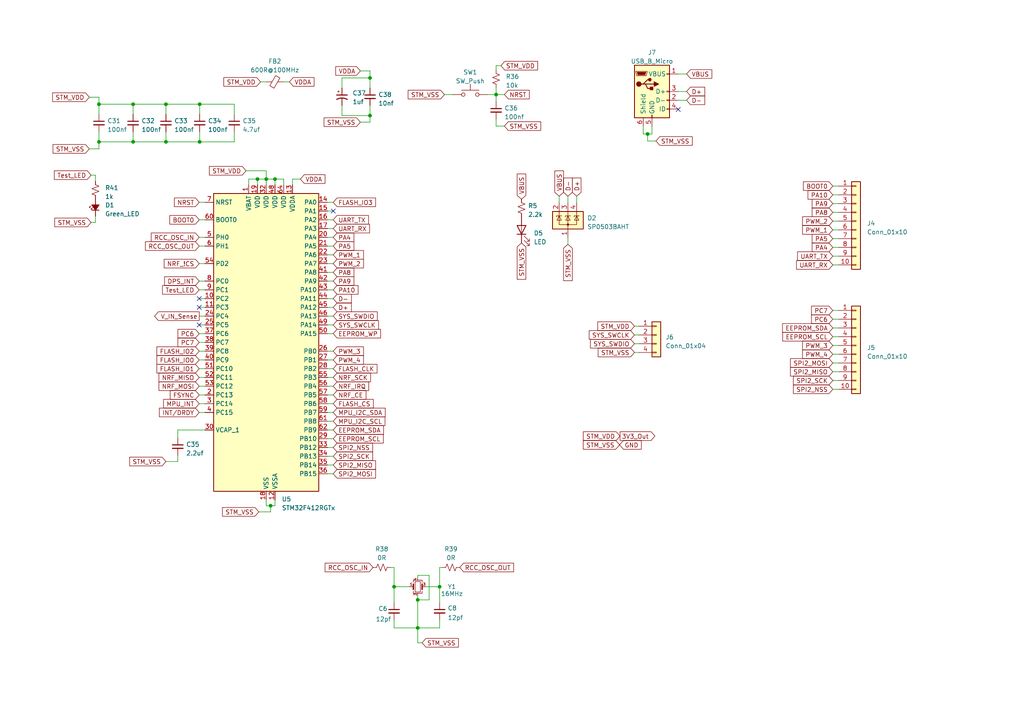
<source format=kicad_sch>
(kicad_sch
	(version 20231120)
	(generator "eeschema")
	(generator_version "8.0")
	(uuid "33ae62db-1f6d-4b3e-b046-14ec58485844")
	(paper "A4")
	(lib_symbols
		(symbol "Connector:USB_B_Micro"
			(pin_names
				(offset 1.016)
			)
			(exclude_from_sim no)
			(in_bom yes)
			(on_board yes)
			(property "Reference" "J"
				(at -5.08 11.43 0)
				(effects
					(font
						(size 1.27 1.27)
					)
					(justify left)
				)
			)
			(property "Value" "USB_B_Micro"
				(at -5.08 8.89 0)
				(effects
					(font
						(size 1.27 1.27)
					)
					(justify left)
				)
			)
			(property "Footprint" ""
				(at 3.81 -1.27 0)
				(effects
					(font
						(size 1.27 1.27)
					)
					(hide yes)
				)
			)
			(property "Datasheet" "~"
				(at 3.81 -1.27 0)
				(effects
					(font
						(size 1.27 1.27)
					)
					(hide yes)
				)
			)
			(property "Description" "USB Micro Type B connector"
				(at 0 0 0)
				(effects
					(font
						(size 1.27 1.27)
					)
					(hide yes)
				)
			)
			(property "ki_keywords" "connector USB micro"
				(at 0 0 0)
				(effects
					(font
						(size 1.27 1.27)
					)
					(hide yes)
				)
			)
			(property "ki_fp_filters" "USB*"
				(at 0 0 0)
				(effects
					(font
						(size 1.27 1.27)
					)
					(hide yes)
				)
			)
			(symbol "USB_B_Micro_0_1"
				(rectangle
					(start -5.08 -7.62)
					(end 5.08 7.62)
					(stroke
						(width 0.254)
						(type default)
					)
					(fill
						(type background)
					)
				)
				(circle
					(center -3.81 2.159)
					(radius 0.635)
					(stroke
						(width 0.254)
						(type default)
					)
					(fill
						(type outline)
					)
				)
				(circle
					(center -0.635 3.429)
					(radius 0.381)
					(stroke
						(width 0.254)
						(type default)
					)
					(fill
						(type outline)
					)
				)
				(rectangle
					(start -0.127 -7.62)
					(end 0.127 -6.858)
					(stroke
						(width 0)
						(type default)
					)
					(fill
						(type none)
					)
				)
				(polyline
					(pts
						(xy -1.905 2.159) (xy 0.635 2.159)
					)
					(stroke
						(width 0.254)
						(type default)
					)
					(fill
						(type none)
					)
				)
				(polyline
					(pts
						(xy -3.175 2.159) (xy -2.54 2.159) (xy -1.27 3.429) (xy -0.635 3.429)
					)
					(stroke
						(width 0.254)
						(type default)
					)
					(fill
						(type none)
					)
				)
				(polyline
					(pts
						(xy -2.54 2.159) (xy -1.905 2.159) (xy -1.27 0.889) (xy 0 0.889)
					)
					(stroke
						(width 0.254)
						(type default)
					)
					(fill
						(type none)
					)
				)
				(polyline
					(pts
						(xy 0.635 2.794) (xy 0.635 1.524) (xy 1.905 2.159) (xy 0.635 2.794)
					)
					(stroke
						(width 0.254)
						(type default)
					)
					(fill
						(type outline)
					)
				)
				(polyline
					(pts
						(xy -4.318 5.588) (xy -1.778 5.588) (xy -2.032 4.826) (xy -4.064 4.826) (xy -4.318 5.588)
					)
					(stroke
						(width 0)
						(type default)
					)
					(fill
						(type outline)
					)
				)
				(polyline
					(pts
						(xy -4.699 5.842) (xy -4.699 5.588) (xy -4.445 4.826) (xy -4.445 4.572) (xy -1.651 4.572) (xy -1.651 4.826)
						(xy -1.397 5.588) (xy -1.397 5.842) (xy -4.699 5.842)
					)
					(stroke
						(width 0)
						(type default)
					)
					(fill
						(type none)
					)
				)
				(rectangle
					(start 0.254 1.27)
					(end -0.508 0.508)
					(stroke
						(width 0.254)
						(type default)
					)
					(fill
						(type outline)
					)
				)
				(rectangle
					(start 5.08 -5.207)
					(end 4.318 -4.953)
					(stroke
						(width 0)
						(type default)
					)
					(fill
						(type none)
					)
				)
				(rectangle
					(start 5.08 -2.667)
					(end 4.318 -2.413)
					(stroke
						(width 0)
						(type default)
					)
					(fill
						(type none)
					)
				)
				(rectangle
					(start 5.08 -0.127)
					(end 4.318 0.127)
					(stroke
						(width 0)
						(type default)
					)
					(fill
						(type none)
					)
				)
				(rectangle
					(start 5.08 4.953)
					(end 4.318 5.207)
					(stroke
						(width 0)
						(type default)
					)
					(fill
						(type none)
					)
				)
			)
			(symbol "USB_B_Micro_1_1"
				(pin power_out line
					(at 7.62 5.08 180)
					(length 2.54)
					(name "VBUS"
						(effects
							(font
								(size 1.27 1.27)
							)
						)
					)
					(number "1"
						(effects
							(font
								(size 1.27 1.27)
							)
						)
					)
				)
				(pin bidirectional line
					(at 7.62 -2.54 180)
					(length 2.54)
					(name "D-"
						(effects
							(font
								(size 1.27 1.27)
							)
						)
					)
					(number "2"
						(effects
							(font
								(size 1.27 1.27)
							)
						)
					)
				)
				(pin bidirectional line
					(at 7.62 0 180)
					(length 2.54)
					(name "D+"
						(effects
							(font
								(size 1.27 1.27)
							)
						)
					)
					(number "3"
						(effects
							(font
								(size 1.27 1.27)
							)
						)
					)
				)
				(pin passive line
					(at 7.62 -5.08 180)
					(length 2.54)
					(name "ID"
						(effects
							(font
								(size 1.27 1.27)
							)
						)
					)
					(number "4"
						(effects
							(font
								(size 1.27 1.27)
							)
						)
					)
				)
				(pin power_out line
					(at 0 -10.16 90)
					(length 2.54)
					(name "GND"
						(effects
							(font
								(size 1.27 1.27)
							)
						)
					)
					(number "5"
						(effects
							(font
								(size 1.27 1.27)
							)
						)
					)
				)
				(pin passive line
					(at -2.54 -10.16 90)
					(length 2.54)
					(name "Shield"
						(effects
							(font
								(size 1.27 1.27)
							)
						)
					)
					(number "6"
						(effects
							(font
								(size 1.27 1.27)
							)
						)
					)
				)
			)
		)
		(symbol "Connector_Generic:Conn_01x04"
			(pin_names
				(offset 1.016) hide)
			(exclude_from_sim no)
			(in_bom yes)
			(on_board yes)
			(property "Reference" "J"
				(at 0 5.08 0)
				(effects
					(font
						(size 1.27 1.27)
					)
				)
			)
			(property "Value" "Conn_01x04"
				(at 0 -7.62 0)
				(effects
					(font
						(size 1.27 1.27)
					)
				)
			)
			(property "Footprint" ""
				(at 0 0 0)
				(effects
					(font
						(size 1.27 1.27)
					)
					(hide yes)
				)
			)
			(property "Datasheet" "~"
				(at 0 0 0)
				(effects
					(font
						(size 1.27 1.27)
					)
					(hide yes)
				)
			)
			(property "Description" "Generic connector, single row, 01x04, script generated (kicad-library-utils/schlib/autogen/connector/)"
				(at 0 0 0)
				(effects
					(font
						(size 1.27 1.27)
					)
					(hide yes)
				)
			)
			(property "ki_keywords" "connector"
				(at 0 0 0)
				(effects
					(font
						(size 1.27 1.27)
					)
					(hide yes)
				)
			)
			(property "ki_fp_filters" "Connector*:*_1x??_*"
				(at 0 0 0)
				(effects
					(font
						(size 1.27 1.27)
					)
					(hide yes)
				)
			)
			(symbol "Conn_01x04_1_1"
				(rectangle
					(start -1.27 -4.953)
					(end 0 -5.207)
					(stroke
						(width 0.1524)
						(type default)
					)
					(fill
						(type none)
					)
				)
				(rectangle
					(start -1.27 -2.413)
					(end 0 -2.667)
					(stroke
						(width 0.1524)
						(type default)
					)
					(fill
						(type none)
					)
				)
				(rectangle
					(start -1.27 0.127)
					(end 0 -0.127)
					(stroke
						(width 0.1524)
						(type default)
					)
					(fill
						(type none)
					)
				)
				(rectangle
					(start -1.27 2.667)
					(end 0 2.413)
					(stroke
						(width 0.1524)
						(type default)
					)
					(fill
						(type none)
					)
				)
				(rectangle
					(start -1.27 3.81)
					(end 1.27 -6.35)
					(stroke
						(width 0.254)
						(type default)
					)
					(fill
						(type background)
					)
				)
				(pin passive line
					(at -5.08 2.54 0)
					(length 3.81)
					(name "Pin_1"
						(effects
							(font
								(size 1.27 1.27)
							)
						)
					)
					(number "1"
						(effects
							(font
								(size 1.27 1.27)
							)
						)
					)
				)
				(pin passive line
					(at -5.08 0 0)
					(length 3.81)
					(name "Pin_2"
						(effects
							(font
								(size 1.27 1.27)
							)
						)
					)
					(number "2"
						(effects
							(font
								(size 1.27 1.27)
							)
						)
					)
				)
				(pin passive line
					(at -5.08 -2.54 0)
					(length 3.81)
					(name "Pin_3"
						(effects
							(font
								(size 1.27 1.27)
							)
						)
					)
					(number "3"
						(effects
							(font
								(size 1.27 1.27)
							)
						)
					)
				)
				(pin passive line
					(at -5.08 -5.08 0)
					(length 3.81)
					(name "Pin_4"
						(effects
							(font
								(size 1.27 1.27)
							)
						)
					)
					(number "4"
						(effects
							(font
								(size 1.27 1.27)
							)
						)
					)
				)
			)
		)
		(symbol "Connector_Generic:Conn_01x10"
			(pin_names
				(offset 1.016) hide)
			(exclude_from_sim no)
			(in_bom yes)
			(on_board yes)
			(property "Reference" "J"
				(at 0 12.7 0)
				(effects
					(font
						(size 1.27 1.27)
					)
				)
			)
			(property "Value" "Conn_01x10"
				(at 0 -15.24 0)
				(effects
					(font
						(size 1.27 1.27)
					)
				)
			)
			(property "Footprint" ""
				(at 0 0 0)
				(effects
					(font
						(size 1.27 1.27)
					)
					(hide yes)
				)
			)
			(property "Datasheet" "~"
				(at 0 0 0)
				(effects
					(font
						(size 1.27 1.27)
					)
					(hide yes)
				)
			)
			(property "Description" "Generic connector, single row, 01x10, script generated (kicad-library-utils/schlib/autogen/connector/)"
				(at 0 0 0)
				(effects
					(font
						(size 1.27 1.27)
					)
					(hide yes)
				)
			)
			(property "ki_keywords" "connector"
				(at 0 0 0)
				(effects
					(font
						(size 1.27 1.27)
					)
					(hide yes)
				)
			)
			(property "ki_fp_filters" "Connector*:*_1x??_*"
				(at 0 0 0)
				(effects
					(font
						(size 1.27 1.27)
					)
					(hide yes)
				)
			)
			(symbol "Conn_01x10_1_1"
				(rectangle
					(start -1.27 -12.573)
					(end 0 -12.827)
					(stroke
						(width 0.1524)
						(type default)
					)
					(fill
						(type none)
					)
				)
				(rectangle
					(start -1.27 -10.033)
					(end 0 -10.287)
					(stroke
						(width 0.1524)
						(type default)
					)
					(fill
						(type none)
					)
				)
				(rectangle
					(start -1.27 -7.493)
					(end 0 -7.747)
					(stroke
						(width 0.1524)
						(type default)
					)
					(fill
						(type none)
					)
				)
				(rectangle
					(start -1.27 -4.953)
					(end 0 -5.207)
					(stroke
						(width 0.1524)
						(type default)
					)
					(fill
						(type none)
					)
				)
				(rectangle
					(start -1.27 -2.413)
					(end 0 -2.667)
					(stroke
						(width 0.1524)
						(type default)
					)
					(fill
						(type none)
					)
				)
				(rectangle
					(start -1.27 0.127)
					(end 0 -0.127)
					(stroke
						(width 0.1524)
						(type default)
					)
					(fill
						(type none)
					)
				)
				(rectangle
					(start -1.27 2.667)
					(end 0 2.413)
					(stroke
						(width 0.1524)
						(type default)
					)
					(fill
						(type none)
					)
				)
				(rectangle
					(start -1.27 5.207)
					(end 0 4.953)
					(stroke
						(width 0.1524)
						(type default)
					)
					(fill
						(type none)
					)
				)
				(rectangle
					(start -1.27 7.747)
					(end 0 7.493)
					(stroke
						(width 0.1524)
						(type default)
					)
					(fill
						(type none)
					)
				)
				(rectangle
					(start -1.27 10.287)
					(end 0 10.033)
					(stroke
						(width 0.1524)
						(type default)
					)
					(fill
						(type none)
					)
				)
				(rectangle
					(start -1.27 11.43)
					(end 1.27 -13.97)
					(stroke
						(width 0.254)
						(type default)
					)
					(fill
						(type background)
					)
				)
				(pin passive line
					(at -5.08 10.16 0)
					(length 3.81)
					(name "Pin_1"
						(effects
							(font
								(size 1.27 1.27)
							)
						)
					)
					(number "1"
						(effects
							(font
								(size 1.27 1.27)
							)
						)
					)
				)
				(pin passive line
					(at -5.08 -12.7 0)
					(length 3.81)
					(name "Pin_10"
						(effects
							(font
								(size 1.27 1.27)
							)
						)
					)
					(number "10"
						(effects
							(font
								(size 1.27 1.27)
							)
						)
					)
				)
				(pin passive line
					(at -5.08 7.62 0)
					(length 3.81)
					(name "Pin_2"
						(effects
							(font
								(size 1.27 1.27)
							)
						)
					)
					(number "2"
						(effects
							(font
								(size 1.27 1.27)
							)
						)
					)
				)
				(pin passive line
					(at -5.08 5.08 0)
					(length 3.81)
					(name "Pin_3"
						(effects
							(font
								(size 1.27 1.27)
							)
						)
					)
					(number "3"
						(effects
							(font
								(size 1.27 1.27)
							)
						)
					)
				)
				(pin passive line
					(at -5.08 2.54 0)
					(length 3.81)
					(name "Pin_4"
						(effects
							(font
								(size 1.27 1.27)
							)
						)
					)
					(number "4"
						(effects
							(font
								(size 1.27 1.27)
							)
						)
					)
				)
				(pin passive line
					(at -5.08 0 0)
					(length 3.81)
					(name "Pin_5"
						(effects
							(font
								(size 1.27 1.27)
							)
						)
					)
					(number "5"
						(effects
							(font
								(size 1.27 1.27)
							)
						)
					)
				)
				(pin passive line
					(at -5.08 -2.54 0)
					(length 3.81)
					(name "Pin_6"
						(effects
							(font
								(size 1.27 1.27)
							)
						)
					)
					(number "6"
						(effects
							(font
								(size 1.27 1.27)
							)
						)
					)
				)
				(pin passive line
					(at -5.08 -5.08 0)
					(length 3.81)
					(name "Pin_7"
						(effects
							(font
								(size 1.27 1.27)
							)
						)
					)
					(number "7"
						(effects
							(font
								(size 1.27 1.27)
							)
						)
					)
				)
				(pin passive line
					(at -5.08 -7.62 0)
					(length 3.81)
					(name "Pin_8"
						(effects
							(font
								(size 1.27 1.27)
							)
						)
					)
					(number "8"
						(effects
							(font
								(size 1.27 1.27)
							)
						)
					)
				)
				(pin passive line
					(at -5.08 -10.16 0)
					(length 3.81)
					(name "Pin_9"
						(effects
							(font
								(size 1.27 1.27)
							)
						)
					)
					(number "9"
						(effects
							(font
								(size 1.27 1.27)
							)
						)
					)
				)
			)
		)
		(symbol "Device:C_Polarized_Small_US"
			(pin_numbers hide)
			(pin_names
				(offset 0.254) hide)
			(exclude_from_sim no)
			(in_bom yes)
			(on_board yes)
			(property "Reference" "C"
				(at 0.254 1.778 0)
				(effects
					(font
						(size 1.27 1.27)
					)
					(justify left)
				)
			)
			(property "Value" "C_Polarized_Small_US"
				(at 0.254 -2.032 0)
				(effects
					(font
						(size 1.27 1.27)
					)
					(justify left)
				)
			)
			(property "Footprint" ""
				(at 0 0 0)
				(effects
					(font
						(size 1.27 1.27)
					)
					(hide yes)
				)
			)
			(property "Datasheet" "~"
				(at 0 0 0)
				(effects
					(font
						(size 1.27 1.27)
					)
					(hide yes)
				)
			)
			(property "Description" "Polarized capacitor, small US symbol"
				(at 0 0 0)
				(effects
					(font
						(size 1.27 1.27)
					)
					(hide yes)
				)
			)
			(property "ki_keywords" "cap capacitor"
				(at 0 0 0)
				(effects
					(font
						(size 1.27 1.27)
					)
					(hide yes)
				)
			)
			(property "ki_fp_filters" "CP_*"
				(at 0 0 0)
				(effects
					(font
						(size 1.27 1.27)
					)
					(hide yes)
				)
			)
			(symbol "C_Polarized_Small_US_0_1"
				(polyline
					(pts
						(xy -1.524 0.508) (xy 1.524 0.508)
					)
					(stroke
						(width 0.3048)
						(type default)
					)
					(fill
						(type none)
					)
				)
				(polyline
					(pts
						(xy -1.27 1.524) (xy -0.762 1.524)
					)
					(stroke
						(width 0)
						(type default)
					)
					(fill
						(type none)
					)
				)
				(polyline
					(pts
						(xy -1.016 1.27) (xy -1.016 1.778)
					)
					(stroke
						(width 0)
						(type default)
					)
					(fill
						(type none)
					)
				)
				(arc
					(start 1.524 -0.762)
					(mid 0 -0.3734)
					(end -1.524 -0.762)
					(stroke
						(width 0.3048)
						(type default)
					)
					(fill
						(type none)
					)
				)
			)
			(symbol "C_Polarized_Small_US_1_1"
				(pin passive line
					(at 0 2.54 270)
					(length 2.032)
					(name "~"
						(effects
							(font
								(size 1.27 1.27)
							)
						)
					)
					(number "1"
						(effects
							(font
								(size 1.27 1.27)
							)
						)
					)
				)
				(pin passive line
					(at 0 -2.54 90)
					(length 2.032)
					(name "~"
						(effects
							(font
								(size 1.27 1.27)
							)
						)
					)
					(number "2"
						(effects
							(font
								(size 1.27 1.27)
							)
						)
					)
				)
			)
		)
		(symbol "Device:C_Small"
			(pin_numbers hide)
			(pin_names
				(offset 0.254) hide)
			(exclude_from_sim no)
			(in_bom yes)
			(on_board yes)
			(property "Reference" "C"
				(at 0.254 1.778 0)
				(effects
					(font
						(size 1.27 1.27)
					)
					(justify left)
				)
			)
			(property "Value" "C_Small"
				(at 0.254 -2.032 0)
				(effects
					(font
						(size 1.27 1.27)
					)
					(justify left)
				)
			)
			(property "Footprint" ""
				(at 0 0 0)
				(effects
					(font
						(size 1.27 1.27)
					)
					(hide yes)
				)
			)
			(property "Datasheet" "~"
				(at 0 0 0)
				(effects
					(font
						(size 1.27 1.27)
					)
					(hide yes)
				)
			)
			(property "Description" "Unpolarized capacitor, small symbol"
				(at 0 0 0)
				(effects
					(font
						(size 1.27 1.27)
					)
					(hide yes)
				)
			)
			(property "ki_keywords" "capacitor cap"
				(at 0 0 0)
				(effects
					(font
						(size 1.27 1.27)
					)
					(hide yes)
				)
			)
			(property "ki_fp_filters" "C_*"
				(at 0 0 0)
				(effects
					(font
						(size 1.27 1.27)
					)
					(hide yes)
				)
			)
			(symbol "C_Small_0_1"
				(polyline
					(pts
						(xy -1.524 -0.508) (xy 1.524 -0.508)
					)
					(stroke
						(width 0.3302)
						(type default)
					)
					(fill
						(type none)
					)
				)
				(polyline
					(pts
						(xy -1.524 0.508) (xy 1.524 0.508)
					)
					(stroke
						(width 0.3048)
						(type default)
					)
					(fill
						(type none)
					)
				)
			)
			(symbol "C_Small_1_1"
				(pin passive line
					(at 0 2.54 270)
					(length 2.032)
					(name "~"
						(effects
							(font
								(size 1.27 1.27)
							)
						)
					)
					(number "1"
						(effects
							(font
								(size 1.27 1.27)
							)
						)
					)
				)
				(pin passive line
					(at 0 -2.54 90)
					(length 2.032)
					(name "~"
						(effects
							(font
								(size 1.27 1.27)
							)
						)
					)
					(number "2"
						(effects
							(font
								(size 1.27 1.27)
							)
						)
					)
				)
			)
		)
		(symbol "Device:Crystal_GND24_Small"
			(pin_names
				(offset 1.016) hide)
			(exclude_from_sim no)
			(in_bom yes)
			(on_board yes)
			(property "Reference" "Y"
				(at 1.27 4.445 0)
				(effects
					(font
						(size 1.27 1.27)
					)
					(justify left)
				)
			)
			(property "Value" "Crystal_GND24_Small"
				(at 1.27 2.54 0)
				(effects
					(font
						(size 1.27 1.27)
					)
					(justify left)
				)
			)
			(property "Footprint" ""
				(at 0 0 0)
				(effects
					(font
						(size 1.27 1.27)
					)
					(hide yes)
				)
			)
			(property "Datasheet" "~"
				(at 0 0 0)
				(effects
					(font
						(size 1.27 1.27)
					)
					(hide yes)
				)
			)
			(property "Description" "Four pin crystal, GND on pins 2 and 4, small symbol"
				(at 0 0 0)
				(effects
					(font
						(size 1.27 1.27)
					)
					(hide yes)
				)
			)
			(property "ki_keywords" "quartz ceramic resonator oscillator"
				(at 0 0 0)
				(effects
					(font
						(size 1.27 1.27)
					)
					(hide yes)
				)
			)
			(property "ki_fp_filters" "Crystal*"
				(at 0 0 0)
				(effects
					(font
						(size 1.27 1.27)
					)
					(hide yes)
				)
			)
			(symbol "Crystal_GND24_Small_0_1"
				(rectangle
					(start -0.762 -1.524)
					(end 0.762 1.524)
					(stroke
						(width 0)
						(type default)
					)
					(fill
						(type none)
					)
				)
				(polyline
					(pts
						(xy -1.27 -0.762) (xy -1.27 0.762)
					)
					(stroke
						(width 0.381)
						(type default)
					)
					(fill
						(type none)
					)
				)
				(polyline
					(pts
						(xy 1.27 -0.762) (xy 1.27 0.762)
					)
					(stroke
						(width 0.381)
						(type default)
					)
					(fill
						(type none)
					)
				)
				(polyline
					(pts
						(xy -1.27 -1.27) (xy -1.27 -1.905) (xy 1.27 -1.905) (xy 1.27 -1.27)
					)
					(stroke
						(width 0)
						(type default)
					)
					(fill
						(type none)
					)
				)
				(polyline
					(pts
						(xy -1.27 1.27) (xy -1.27 1.905) (xy 1.27 1.905) (xy 1.27 1.27)
					)
					(stroke
						(width 0)
						(type default)
					)
					(fill
						(type none)
					)
				)
			)
			(symbol "Crystal_GND24_Small_1_1"
				(pin passive line
					(at -2.54 0 0)
					(length 1.27)
					(name "1"
						(effects
							(font
								(size 1.27 1.27)
							)
						)
					)
					(number "1"
						(effects
							(font
								(size 0.762 0.762)
							)
						)
					)
				)
				(pin passive line
					(at 0 -2.54 90)
					(length 0.635)
					(name "2"
						(effects
							(font
								(size 1.27 1.27)
							)
						)
					)
					(number "2"
						(effects
							(font
								(size 0.762 0.762)
							)
						)
					)
				)
				(pin passive line
					(at 2.54 0 180)
					(length 1.27)
					(name "3"
						(effects
							(font
								(size 1.27 1.27)
							)
						)
					)
					(number "3"
						(effects
							(font
								(size 0.762 0.762)
							)
						)
					)
				)
				(pin passive line
					(at 0 2.54 270)
					(length 0.635)
					(name "4"
						(effects
							(font
								(size 1.27 1.27)
							)
						)
					)
					(number "4"
						(effects
							(font
								(size 0.762 0.762)
							)
						)
					)
				)
			)
		)
		(symbol "Device:FerriteBead_Small"
			(pin_numbers hide)
			(pin_names
				(offset 0)
			)
			(exclude_from_sim no)
			(in_bom yes)
			(on_board yes)
			(property "Reference" "FB"
				(at 1.905 1.27 0)
				(effects
					(font
						(size 1.27 1.27)
					)
					(justify left)
				)
			)
			(property "Value" "FerriteBead_Small"
				(at 1.905 -1.27 0)
				(effects
					(font
						(size 1.27 1.27)
					)
					(justify left)
				)
			)
			(property "Footprint" ""
				(at -1.778 0 90)
				(effects
					(font
						(size 1.27 1.27)
					)
					(hide yes)
				)
			)
			(property "Datasheet" "~"
				(at 0 0 0)
				(effects
					(font
						(size 1.27 1.27)
					)
					(hide yes)
				)
			)
			(property "Description" "Ferrite bead, small symbol"
				(at 0 0 0)
				(effects
					(font
						(size 1.27 1.27)
					)
					(hide yes)
				)
			)
			(property "ki_keywords" "L ferrite bead inductor filter"
				(at 0 0 0)
				(effects
					(font
						(size 1.27 1.27)
					)
					(hide yes)
				)
			)
			(property "ki_fp_filters" "Inductor_* L_* *Ferrite*"
				(at 0 0 0)
				(effects
					(font
						(size 1.27 1.27)
					)
					(hide yes)
				)
			)
			(symbol "FerriteBead_Small_0_1"
				(polyline
					(pts
						(xy 0 -1.27) (xy 0 -0.7874)
					)
					(stroke
						(width 0)
						(type default)
					)
					(fill
						(type none)
					)
				)
				(polyline
					(pts
						(xy 0 0.889) (xy 0 1.2954)
					)
					(stroke
						(width 0)
						(type default)
					)
					(fill
						(type none)
					)
				)
				(polyline
					(pts
						(xy -1.8288 0.2794) (xy -1.1176 1.4986) (xy 1.8288 -0.2032) (xy 1.1176 -1.4224) (xy -1.8288 0.2794)
					)
					(stroke
						(width 0)
						(type default)
					)
					(fill
						(type none)
					)
				)
			)
			(symbol "FerriteBead_Small_1_1"
				(pin passive line
					(at 0 2.54 270)
					(length 1.27)
					(name "~"
						(effects
							(font
								(size 1.27 1.27)
							)
						)
					)
					(number "1"
						(effects
							(font
								(size 1.27 1.27)
							)
						)
					)
				)
				(pin passive line
					(at 0 -2.54 90)
					(length 1.27)
					(name "~"
						(effects
							(font
								(size 1.27 1.27)
							)
						)
					)
					(number "2"
						(effects
							(font
								(size 1.27 1.27)
							)
						)
					)
				)
			)
		)
		(symbol "Device:LED"
			(pin_numbers hide)
			(pin_names
				(offset 1.016) hide)
			(exclude_from_sim no)
			(in_bom yes)
			(on_board yes)
			(property "Reference" "D"
				(at 0 2.54 0)
				(effects
					(font
						(size 1.27 1.27)
					)
				)
			)
			(property "Value" "LED"
				(at 0 -2.54 0)
				(effects
					(font
						(size 1.27 1.27)
					)
				)
			)
			(property "Footprint" ""
				(at 0 0 0)
				(effects
					(font
						(size 1.27 1.27)
					)
					(hide yes)
				)
			)
			(property "Datasheet" "~"
				(at 0 0 0)
				(effects
					(font
						(size 1.27 1.27)
					)
					(hide yes)
				)
			)
			(property "Description" "Light emitting diode"
				(at 0 0 0)
				(effects
					(font
						(size 1.27 1.27)
					)
					(hide yes)
				)
			)
			(property "ki_keywords" "LED diode"
				(at 0 0 0)
				(effects
					(font
						(size 1.27 1.27)
					)
					(hide yes)
				)
			)
			(property "ki_fp_filters" "LED* LED_SMD:* LED_THT:*"
				(at 0 0 0)
				(effects
					(font
						(size 1.27 1.27)
					)
					(hide yes)
				)
			)
			(symbol "LED_0_1"
				(polyline
					(pts
						(xy -1.27 -1.27) (xy -1.27 1.27)
					)
					(stroke
						(width 0.254)
						(type default)
					)
					(fill
						(type none)
					)
				)
				(polyline
					(pts
						(xy -1.27 0) (xy 1.27 0)
					)
					(stroke
						(width 0)
						(type default)
					)
					(fill
						(type none)
					)
				)
				(polyline
					(pts
						(xy 1.27 -1.27) (xy 1.27 1.27) (xy -1.27 0) (xy 1.27 -1.27)
					)
					(stroke
						(width 0.254)
						(type default)
					)
					(fill
						(type none)
					)
				)
				(polyline
					(pts
						(xy -3.048 -0.762) (xy -4.572 -2.286) (xy -3.81 -2.286) (xy -4.572 -2.286) (xy -4.572 -1.524)
					)
					(stroke
						(width 0)
						(type default)
					)
					(fill
						(type none)
					)
				)
				(polyline
					(pts
						(xy -1.778 -0.762) (xy -3.302 -2.286) (xy -2.54 -2.286) (xy -3.302 -2.286) (xy -3.302 -1.524)
					)
					(stroke
						(width 0)
						(type default)
					)
					(fill
						(type none)
					)
				)
			)
			(symbol "LED_1_1"
				(pin passive line
					(at -3.81 0 0)
					(length 2.54)
					(name "K"
						(effects
							(font
								(size 1.27 1.27)
							)
						)
					)
					(number "1"
						(effects
							(font
								(size 1.27 1.27)
							)
						)
					)
				)
				(pin passive line
					(at 3.81 0 180)
					(length 2.54)
					(name "A"
						(effects
							(font
								(size 1.27 1.27)
							)
						)
					)
					(number "2"
						(effects
							(font
								(size 1.27 1.27)
							)
						)
					)
				)
			)
		)
		(symbol "Device:LED_Small_Filled"
			(pin_numbers hide)
			(pin_names
				(offset 0.254) hide)
			(exclude_from_sim no)
			(in_bom yes)
			(on_board yes)
			(property "Reference" "D"
				(at -1.27 3.175 0)
				(effects
					(font
						(size 1.27 1.27)
					)
					(justify left)
				)
			)
			(property "Value" "LED_Small_Filled"
				(at -4.445 -2.54 0)
				(effects
					(font
						(size 1.27 1.27)
					)
					(justify left)
				)
			)
			(property "Footprint" ""
				(at 0 0 90)
				(effects
					(font
						(size 1.27 1.27)
					)
					(hide yes)
				)
			)
			(property "Datasheet" "~"
				(at 0 0 90)
				(effects
					(font
						(size 1.27 1.27)
					)
					(hide yes)
				)
			)
			(property "Description" "Light emitting diode, small symbol, filled shape"
				(at 0 0 0)
				(effects
					(font
						(size 1.27 1.27)
					)
					(hide yes)
				)
			)
			(property "ki_keywords" "LED diode light-emitting-diode"
				(at 0 0 0)
				(effects
					(font
						(size 1.27 1.27)
					)
					(hide yes)
				)
			)
			(property "ki_fp_filters" "LED* LED_SMD:* LED_THT:*"
				(at 0 0 0)
				(effects
					(font
						(size 1.27 1.27)
					)
					(hide yes)
				)
			)
			(symbol "LED_Small_Filled_0_1"
				(polyline
					(pts
						(xy -0.762 -1.016) (xy -0.762 1.016)
					)
					(stroke
						(width 0.254)
						(type default)
					)
					(fill
						(type none)
					)
				)
				(polyline
					(pts
						(xy 1.016 0) (xy -0.762 0)
					)
					(stroke
						(width 0)
						(type default)
					)
					(fill
						(type none)
					)
				)
				(polyline
					(pts
						(xy 0.762 -1.016) (xy -0.762 0) (xy 0.762 1.016) (xy 0.762 -1.016)
					)
					(stroke
						(width 0.254)
						(type default)
					)
					(fill
						(type outline)
					)
				)
				(polyline
					(pts
						(xy 0 0.762) (xy -0.508 1.27) (xy -0.254 1.27) (xy -0.508 1.27) (xy -0.508 1.016)
					)
					(stroke
						(width 0)
						(type default)
					)
					(fill
						(type none)
					)
				)
				(polyline
					(pts
						(xy 0.508 1.27) (xy 0 1.778) (xy 0.254 1.778) (xy 0 1.778) (xy 0 1.524)
					)
					(stroke
						(width 0)
						(type default)
					)
					(fill
						(type none)
					)
				)
			)
			(symbol "LED_Small_Filled_1_1"
				(pin passive line
					(at -2.54 0 0)
					(length 1.778)
					(name "K"
						(effects
							(font
								(size 1.27 1.27)
							)
						)
					)
					(number "1"
						(effects
							(font
								(size 1.27 1.27)
							)
						)
					)
				)
				(pin passive line
					(at 2.54 0 180)
					(length 1.778)
					(name "A"
						(effects
							(font
								(size 1.27 1.27)
							)
						)
					)
					(number "2"
						(effects
							(font
								(size 1.27 1.27)
							)
						)
					)
				)
			)
		)
		(symbol "Device:R_Small_US"
			(pin_numbers hide)
			(pin_names
				(offset 0.254) hide)
			(exclude_from_sim no)
			(in_bom yes)
			(on_board yes)
			(property "Reference" "R"
				(at 0.762 0.508 0)
				(effects
					(font
						(size 1.27 1.27)
					)
					(justify left)
				)
			)
			(property "Value" "R_Small_US"
				(at 0.762 -1.016 0)
				(effects
					(font
						(size 1.27 1.27)
					)
					(justify left)
				)
			)
			(property "Footprint" ""
				(at 0 0 0)
				(effects
					(font
						(size 1.27 1.27)
					)
					(hide yes)
				)
			)
			(property "Datasheet" "~"
				(at 0 0 0)
				(effects
					(font
						(size 1.27 1.27)
					)
					(hide yes)
				)
			)
			(property "Description" "Resistor, small US symbol"
				(at 0 0 0)
				(effects
					(font
						(size 1.27 1.27)
					)
					(hide yes)
				)
			)
			(property "ki_keywords" "r resistor"
				(at 0 0 0)
				(effects
					(font
						(size 1.27 1.27)
					)
					(hide yes)
				)
			)
			(property "ki_fp_filters" "R_*"
				(at 0 0 0)
				(effects
					(font
						(size 1.27 1.27)
					)
					(hide yes)
				)
			)
			(symbol "R_Small_US_1_1"
				(polyline
					(pts
						(xy 0 0) (xy 1.016 -0.381) (xy 0 -0.762) (xy -1.016 -1.143) (xy 0 -1.524)
					)
					(stroke
						(width 0)
						(type default)
					)
					(fill
						(type none)
					)
				)
				(polyline
					(pts
						(xy 0 1.524) (xy 1.016 1.143) (xy 0 0.762) (xy -1.016 0.381) (xy 0 0)
					)
					(stroke
						(width 0)
						(type default)
					)
					(fill
						(type none)
					)
				)
				(pin passive line
					(at 0 2.54 270)
					(length 1.016)
					(name "~"
						(effects
							(font
								(size 1.27 1.27)
							)
						)
					)
					(number "1"
						(effects
							(font
								(size 1.27 1.27)
							)
						)
					)
				)
				(pin passive line
					(at 0 -2.54 90)
					(length 1.016)
					(name "~"
						(effects
							(font
								(size 1.27 1.27)
							)
						)
					)
					(number "2"
						(effects
							(font
								(size 1.27 1.27)
							)
						)
					)
				)
			)
		)
		(symbol "MCU_ST_STM32F4:STM32F412RGTx"
			(exclude_from_sim no)
			(in_bom yes)
			(on_board yes)
			(property "Reference" "U"
				(at -15.24 44.45 0)
				(effects
					(font
						(size 1.27 1.27)
					)
					(justify left)
				)
			)
			(property "Value" "STM32F412RGTx"
				(at 10.16 44.45 0)
				(effects
					(font
						(size 1.27 1.27)
					)
					(justify left)
				)
			)
			(property "Footprint" "Package_QFP:LQFP-64_10x10mm_P0.5mm"
				(at -15.24 -43.18 0)
				(effects
					(font
						(size 1.27 1.27)
					)
					(justify right)
					(hide yes)
				)
			)
			(property "Datasheet" "https://www.st.com/resource/en/datasheet/stm32f412rg.pdf"
				(at 0 0 0)
				(effects
					(font
						(size 1.27 1.27)
					)
					(hide yes)
				)
			)
			(property "Description" "STMicroelectronics Arm Cortex-M4 MCU, 1024KB flash, 256KB RAM, 100 MHz, 1.7-3.6V, 50 GPIO, LQFP64"
				(at 0 0 0)
				(effects
					(font
						(size 1.27 1.27)
					)
					(hide yes)
				)
			)
			(property "ki_locked" ""
				(at 0 0 0)
				(effects
					(font
						(size 1.27 1.27)
					)
				)
			)
			(property "ki_keywords" "Arm Cortex-M4 STM32F4 STM32F412"
				(at 0 0 0)
				(effects
					(font
						(size 1.27 1.27)
					)
					(hide yes)
				)
			)
			(property "ki_fp_filters" "LQFP*10x10mm*P0.5mm*"
				(at 0 0 0)
				(effects
					(font
						(size 1.27 1.27)
					)
					(hide yes)
				)
			)
			(symbol "STM32F412RGTx_0_1"
				(rectangle
					(start -15.24 -43.18)
					(end 15.24 43.18)
					(stroke
						(width 0.254)
						(type default)
					)
					(fill
						(type background)
					)
				)
			)
			(symbol "STM32F412RGTx_1_1"
				(pin power_in line
					(at -5.08 45.72 270)
					(length 2.54)
					(name "VBAT"
						(effects
							(font
								(size 1.27 1.27)
							)
						)
					)
					(number "1"
						(effects
							(font
								(size 1.27 1.27)
							)
						)
					)
				)
				(pin bidirectional line
					(at -17.78 12.7 0)
					(length 2.54)
					(name "PC2"
						(effects
							(font
								(size 1.27 1.27)
							)
						)
					)
					(number "10"
						(effects
							(font
								(size 1.27 1.27)
							)
						)
					)
					(alternate "ADC1_IN12" bidirectional line)
					(alternate "DFSDM1_CKOUT" bidirectional line)
					(alternate "FSMC_NWE" bidirectional line)
					(alternate "I2S2_ext_SD" bidirectional line)
					(alternate "SPI2_MISO" bidirectional line)
				)
				(pin bidirectional line
					(at -17.78 10.16 0)
					(length 2.54)
					(name "PC3"
						(effects
							(font
								(size 1.27 1.27)
							)
						)
					)
					(number "11"
						(effects
							(font
								(size 1.27 1.27)
							)
						)
					)
					(alternate "ADC1_IN13" bidirectional line)
					(alternate "FSMC_A0" bidirectional line)
					(alternate "I2S2_SD" bidirectional line)
					(alternate "SPI2_MOSI" bidirectional line)
				)
				(pin power_in line
					(at 2.54 -45.72 90)
					(length 2.54)
					(name "VSSA"
						(effects
							(font
								(size 1.27 1.27)
							)
						)
					)
					(number "12"
						(effects
							(font
								(size 1.27 1.27)
							)
						)
					)
				)
				(pin power_in line
					(at 7.62 45.72 270)
					(length 2.54)
					(name "VDDA"
						(effects
							(font
								(size 1.27 1.27)
							)
						)
					)
					(number "13"
						(effects
							(font
								(size 1.27 1.27)
							)
						)
					)
				)
				(pin bidirectional line
					(at 17.78 40.64 180)
					(length 2.54)
					(name "PA0"
						(effects
							(font
								(size 1.27 1.27)
							)
						)
					)
					(number "14"
						(effects
							(font
								(size 1.27 1.27)
							)
						)
					)
					(alternate "ADC1_IN0" bidirectional line)
					(alternate "SYS_WKUP1" bidirectional line)
					(alternate "TIM2_CH1" bidirectional line)
					(alternate "TIM2_ETR" bidirectional line)
					(alternate "TIM5_CH1" bidirectional line)
					(alternate "TIM8_ETR" bidirectional line)
					(alternate "USART2_CTS" bidirectional line)
				)
				(pin bidirectional line
					(at 17.78 38.1 180)
					(length 2.54)
					(name "PA1"
						(effects
							(font
								(size 1.27 1.27)
							)
						)
					)
					(number "15"
						(effects
							(font
								(size 1.27 1.27)
							)
						)
					)
					(alternate "ADC1_IN1" bidirectional line)
					(alternate "I2S4_SD" bidirectional line)
					(alternate "QUADSPI_BK1_IO3" bidirectional line)
					(alternate "SPI4_MOSI" bidirectional line)
					(alternate "TIM2_CH2" bidirectional line)
					(alternate "TIM5_CH2" bidirectional line)
					(alternate "USART2_RTS" bidirectional line)
				)
				(pin bidirectional line
					(at 17.78 35.56 180)
					(length 2.54)
					(name "PA2"
						(effects
							(font
								(size 1.27 1.27)
							)
						)
					)
					(number "16"
						(effects
							(font
								(size 1.27 1.27)
							)
						)
					)
					(alternate "ADC1_IN2" bidirectional line)
					(alternate "FSMC_D4" bidirectional line)
					(alternate "FSMC_DA4" bidirectional line)
					(alternate "I2S_CKIN" bidirectional line)
					(alternate "TIM2_CH3" bidirectional line)
					(alternate "TIM5_CH3" bidirectional line)
					(alternate "TIM9_CH1" bidirectional line)
					(alternate "USART2_TX" bidirectional line)
				)
				(pin bidirectional line
					(at 17.78 33.02 180)
					(length 2.54)
					(name "PA3"
						(effects
							(font
								(size 1.27 1.27)
							)
						)
					)
					(number "17"
						(effects
							(font
								(size 1.27 1.27)
							)
						)
					)
					(alternate "ADC1_IN3" bidirectional line)
					(alternate "FSMC_D5" bidirectional line)
					(alternate "FSMC_DA5" bidirectional line)
					(alternate "I2S2_MCK" bidirectional line)
					(alternate "TIM2_CH4" bidirectional line)
					(alternate "TIM5_CH4" bidirectional line)
					(alternate "TIM9_CH2" bidirectional line)
					(alternate "USART2_RX" bidirectional line)
				)
				(pin power_in line
					(at 0 -45.72 90)
					(length 2.54)
					(name "VSS"
						(effects
							(font
								(size 1.27 1.27)
							)
						)
					)
					(number "18"
						(effects
							(font
								(size 1.27 1.27)
							)
						)
					)
				)
				(pin power_in line
					(at -2.54 45.72 270)
					(length 2.54)
					(name "VDD"
						(effects
							(font
								(size 1.27 1.27)
							)
						)
					)
					(number "19"
						(effects
							(font
								(size 1.27 1.27)
							)
						)
					)
				)
				(pin bidirectional line
					(at -17.78 -15.24 0)
					(length 2.54)
					(name "PC13"
						(effects
							(font
								(size 1.27 1.27)
							)
						)
					)
					(number "2"
						(effects
							(font
								(size 1.27 1.27)
							)
						)
					)
					(alternate "RTC_AF1" bidirectional line)
				)
				(pin bidirectional line
					(at 17.78 30.48 180)
					(length 2.54)
					(name "PA4"
						(effects
							(font
								(size 1.27 1.27)
							)
						)
					)
					(number "20"
						(effects
							(font
								(size 1.27 1.27)
							)
						)
					)
					(alternate "ADC1_IN4" bidirectional line)
					(alternate "DFSDM1_DATIN1" bidirectional line)
					(alternate "FSMC_D6" bidirectional line)
					(alternate "FSMC_DA6" bidirectional line)
					(alternate "I2S1_WS" bidirectional line)
					(alternate "I2S3_WS" bidirectional line)
					(alternate "SPI1_NSS" bidirectional line)
					(alternate "SPI3_NSS" bidirectional line)
					(alternate "USART2_CK" bidirectional line)
				)
				(pin bidirectional line
					(at 17.78 27.94 180)
					(length 2.54)
					(name "PA5"
						(effects
							(font
								(size 1.27 1.27)
							)
						)
					)
					(number "21"
						(effects
							(font
								(size 1.27 1.27)
							)
						)
					)
					(alternate "ADC1_IN5" bidirectional line)
					(alternate "DFSDM1_CKIN1" bidirectional line)
					(alternate "FSMC_D7" bidirectional line)
					(alternate "FSMC_DA7" bidirectional line)
					(alternate "I2S1_CK" bidirectional line)
					(alternate "SPI1_SCK" bidirectional line)
					(alternate "TIM2_CH1" bidirectional line)
					(alternate "TIM2_ETR" bidirectional line)
					(alternate "TIM8_CH1N" bidirectional line)
				)
				(pin bidirectional line
					(at 17.78 25.4 180)
					(length 2.54)
					(name "PA6"
						(effects
							(font
								(size 1.27 1.27)
							)
						)
					)
					(number "22"
						(effects
							(font
								(size 1.27 1.27)
							)
						)
					)
					(alternate "ADC1_IN6" bidirectional line)
					(alternate "I2S2_MCK" bidirectional line)
					(alternate "QUADSPI_BK2_IO0" bidirectional line)
					(alternate "SDIO_CMD" bidirectional line)
					(alternate "SPI1_MISO" bidirectional line)
					(alternate "TIM13_CH1" bidirectional line)
					(alternate "TIM1_BKIN" bidirectional line)
					(alternate "TIM3_CH1" bidirectional line)
					(alternate "TIM8_BKIN" bidirectional line)
				)
				(pin bidirectional line
					(at 17.78 22.86 180)
					(length 2.54)
					(name "PA7"
						(effects
							(font
								(size 1.27 1.27)
							)
						)
					)
					(number "23"
						(effects
							(font
								(size 1.27 1.27)
							)
						)
					)
					(alternate "ADC1_IN7" bidirectional line)
					(alternate "I2S1_SD" bidirectional line)
					(alternate "QUADSPI_BK2_IO1" bidirectional line)
					(alternate "SPI1_MOSI" bidirectional line)
					(alternate "TIM14_CH1" bidirectional line)
					(alternate "TIM1_CH1N" bidirectional line)
					(alternate "TIM3_CH2" bidirectional line)
					(alternate "TIM8_CH1N" bidirectional line)
				)
				(pin bidirectional line
					(at -17.78 7.62 0)
					(length 2.54)
					(name "PC4"
						(effects
							(font
								(size 1.27 1.27)
							)
						)
					)
					(number "24"
						(effects
							(font
								(size 1.27 1.27)
							)
						)
					)
					(alternate "ADC1_IN14" bidirectional line)
					(alternate "FSMC_NE4" bidirectional line)
					(alternate "I2S1_MCK" bidirectional line)
					(alternate "QUADSPI_BK2_IO2" bidirectional line)
				)
				(pin bidirectional line
					(at -17.78 5.08 0)
					(length 2.54)
					(name "PC5"
						(effects
							(font
								(size 1.27 1.27)
							)
						)
					)
					(number "25"
						(effects
							(font
								(size 1.27 1.27)
							)
						)
					)
					(alternate "ADC1_IN15" bidirectional line)
					(alternate "FMPI2C1_SMBA" bidirectional line)
					(alternate "FSMC_NOE" bidirectional line)
					(alternate "QUADSPI_BK2_IO3" bidirectional line)
					(alternate "USART3_RX" bidirectional line)
				)
				(pin bidirectional line
					(at 17.78 -2.54 180)
					(length 2.54)
					(name "PB0"
						(effects
							(font
								(size 1.27 1.27)
							)
						)
					)
					(number "26"
						(effects
							(font
								(size 1.27 1.27)
							)
						)
					)
					(alternate "ADC1_IN8" bidirectional line)
					(alternate "I2S5_CK" bidirectional line)
					(alternate "SPI5_SCK" bidirectional line)
					(alternate "TIM1_CH2N" bidirectional line)
					(alternate "TIM3_CH3" bidirectional line)
					(alternate "TIM8_CH2N" bidirectional line)
				)
				(pin bidirectional line
					(at 17.78 -5.08 180)
					(length 2.54)
					(name "PB1"
						(effects
							(font
								(size 1.27 1.27)
							)
						)
					)
					(number "27"
						(effects
							(font
								(size 1.27 1.27)
							)
						)
					)
					(alternate "ADC1_IN9" bidirectional line)
					(alternate "DFSDM1_DATIN0" bidirectional line)
					(alternate "I2S5_WS" bidirectional line)
					(alternate "QUADSPI_CLK" bidirectional line)
					(alternate "SPI5_NSS" bidirectional line)
					(alternate "TIM1_CH3N" bidirectional line)
					(alternate "TIM3_CH4" bidirectional line)
					(alternate "TIM8_CH3N" bidirectional line)
				)
				(pin bidirectional line
					(at 17.78 -7.62 180)
					(length 2.54)
					(name "PB2"
						(effects
							(font
								(size 1.27 1.27)
							)
						)
					)
					(number "28"
						(effects
							(font
								(size 1.27 1.27)
							)
						)
					)
					(alternate "DFSDM1_CKIN0" bidirectional line)
					(alternate "QUADSPI_CLK" bidirectional line)
				)
				(pin bidirectional line
					(at 17.78 -27.94 180)
					(length 2.54)
					(name "PB10"
						(effects
							(font
								(size 1.27 1.27)
							)
						)
					)
					(number "29"
						(effects
							(font
								(size 1.27 1.27)
							)
						)
					)
					(alternate "FMPI2C1_SCL" bidirectional line)
					(alternate "I2C2_SCL" bidirectional line)
					(alternate "I2S2_CK" bidirectional line)
					(alternate "I2S3_MCK" bidirectional line)
					(alternate "SDIO_D7" bidirectional line)
					(alternate "SPI2_SCK" bidirectional line)
					(alternate "TIM2_CH3" bidirectional line)
					(alternate "USART3_TX" bidirectional line)
				)
				(pin bidirectional line
					(at -17.78 -17.78 0)
					(length 2.54)
					(name "PC14"
						(effects
							(font
								(size 1.27 1.27)
							)
						)
					)
					(number "3"
						(effects
							(font
								(size 1.27 1.27)
							)
						)
					)
					(alternate "RCC_OSC32_IN" bidirectional line)
				)
				(pin power_out line
					(at -17.78 -25.4 0)
					(length 2.54)
					(name "VCAP_1"
						(effects
							(font
								(size 1.27 1.27)
							)
						)
					)
					(number "30"
						(effects
							(font
								(size 1.27 1.27)
							)
						)
					)
				)
				(pin passive line
					(at 0 -45.72 90)
					(length 2.54) hide
					(name "VSS"
						(effects
							(font
								(size 1.27 1.27)
							)
						)
					)
					(number "31"
						(effects
							(font
								(size 1.27 1.27)
							)
						)
					)
				)
				(pin power_in line
					(at 0 45.72 270)
					(length 2.54)
					(name "VDD"
						(effects
							(font
								(size 1.27 1.27)
							)
						)
					)
					(number "32"
						(effects
							(font
								(size 1.27 1.27)
							)
						)
					)
				)
				(pin bidirectional line
					(at 17.78 -30.48 180)
					(length 2.54)
					(name "PB12"
						(effects
							(font
								(size 1.27 1.27)
							)
						)
					)
					(number "33"
						(effects
							(font
								(size 1.27 1.27)
							)
						)
					)
					(alternate "CAN2_RX" bidirectional line)
					(alternate "DFSDM1_DATIN1" bidirectional line)
					(alternate "I2C2_SMBA" bidirectional line)
					(alternate "I2S2_WS" bidirectional line)
					(alternate "I2S3_CK" bidirectional line)
					(alternate "I2S4_WS" bidirectional line)
					(alternate "SPI2_NSS" bidirectional line)
					(alternate "SPI3_SCK" bidirectional line)
					(alternate "SPI4_NSS" bidirectional line)
					(alternate "TIM1_BKIN" bidirectional line)
					(alternate "USART3_CK" bidirectional line)
				)
				(pin bidirectional line
					(at 17.78 -33.02 180)
					(length 2.54)
					(name "PB13"
						(effects
							(font
								(size 1.27 1.27)
							)
						)
					)
					(number "34"
						(effects
							(font
								(size 1.27 1.27)
							)
						)
					)
					(alternate "CAN2_TX" bidirectional line)
					(alternate "DFSDM1_CKIN1" bidirectional line)
					(alternate "FMPI2C1_SMBA" bidirectional line)
					(alternate "I2S2_CK" bidirectional line)
					(alternate "I2S4_CK" bidirectional line)
					(alternate "SPI2_SCK" bidirectional line)
					(alternate "SPI4_SCK" bidirectional line)
					(alternate "TIM1_CH1N" bidirectional line)
					(alternate "USART3_CTS" bidirectional line)
				)
				(pin bidirectional line
					(at 17.78 -35.56 180)
					(length 2.54)
					(name "PB14"
						(effects
							(font
								(size 1.27 1.27)
							)
						)
					)
					(number "35"
						(effects
							(font
								(size 1.27 1.27)
							)
						)
					)
					(alternate "DFSDM1_DATIN2" bidirectional line)
					(alternate "FMPI2C1_SDA" bidirectional line)
					(alternate "FSMC_D0" bidirectional line)
					(alternate "FSMC_DA0" bidirectional line)
					(alternate "I2S2_ext_SD" bidirectional line)
					(alternate "SDIO_D6" bidirectional line)
					(alternate "SPI2_MISO" bidirectional line)
					(alternate "TIM12_CH1" bidirectional line)
					(alternate "TIM1_CH2N" bidirectional line)
					(alternate "TIM8_CH2N" bidirectional line)
					(alternate "USART3_RTS" bidirectional line)
				)
				(pin bidirectional line
					(at 17.78 -38.1 180)
					(length 2.54)
					(name "PB15"
						(effects
							(font
								(size 1.27 1.27)
							)
						)
					)
					(number "36"
						(effects
							(font
								(size 1.27 1.27)
							)
						)
					)
					(alternate "ADC1_EXTI15" bidirectional line)
					(alternate "DFSDM1_CKIN2" bidirectional line)
					(alternate "FMPI2C1_SCL" bidirectional line)
					(alternate "I2S2_SD" bidirectional line)
					(alternate "RTC_REFIN" bidirectional line)
					(alternate "SDIO_CK" bidirectional line)
					(alternate "SPI2_MOSI" bidirectional line)
					(alternate "TIM12_CH2" bidirectional line)
					(alternate "TIM1_CH3N" bidirectional line)
					(alternate "TIM8_CH3N" bidirectional line)
				)
				(pin bidirectional line
					(at -17.78 2.54 0)
					(length 2.54)
					(name "PC6"
						(effects
							(font
								(size 1.27 1.27)
							)
						)
					)
					(number "37"
						(effects
							(font
								(size 1.27 1.27)
							)
						)
					)
					(alternate "DFSDM1_CKIN3" bidirectional line)
					(alternate "FMPI2C1_SCL" bidirectional line)
					(alternate "FSMC_D1" bidirectional line)
					(alternate "FSMC_DA1" bidirectional line)
					(alternate "I2S2_MCK" bidirectional line)
					(alternate "SDIO_D6" bidirectional line)
					(alternate "TIM3_CH1" bidirectional line)
					(alternate "TIM8_CH1" bidirectional line)
					(alternate "USART6_TX" bidirectional line)
				)
				(pin bidirectional line
					(at -17.78 0 0)
					(length 2.54)
					(name "PC7"
						(effects
							(font
								(size 1.27 1.27)
							)
						)
					)
					(number "38"
						(effects
							(font
								(size 1.27 1.27)
							)
						)
					)
					(alternate "DFSDM1_DATIN3" bidirectional line)
					(alternate "FMPI2C1_SDA" bidirectional line)
					(alternate "I2S2_CK" bidirectional line)
					(alternate "I2S3_MCK" bidirectional line)
					(alternate "SDIO_D7" bidirectional line)
					(alternate "SPI2_SCK" bidirectional line)
					(alternate "TIM3_CH2" bidirectional line)
					(alternate "TIM8_CH2" bidirectional line)
					(alternate "USART6_RX" bidirectional line)
				)
				(pin bidirectional line
					(at -17.78 -2.54 0)
					(length 2.54)
					(name "PC8"
						(effects
							(font
								(size 1.27 1.27)
							)
						)
					)
					(number "39"
						(effects
							(font
								(size 1.27 1.27)
							)
						)
					)
					(alternate "QUADSPI_BK1_IO2" bidirectional line)
					(alternate "SDIO_D0" bidirectional line)
					(alternate "TIM3_CH3" bidirectional line)
					(alternate "TIM8_CH3" bidirectional line)
					(alternate "USART6_CK" bidirectional line)
				)
				(pin bidirectional line
					(at -17.78 -20.32 0)
					(length 2.54)
					(name "PC15"
						(effects
							(font
								(size 1.27 1.27)
							)
						)
					)
					(number "4"
						(effects
							(font
								(size 1.27 1.27)
							)
						)
					)
					(alternate "ADC1_EXTI15" bidirectional line)
					(alternate "RCC_OSC32_OUT" bidirectional line)
				)
				(pin bidirectional line
					(at -17.78 -5.08 0)
					(length 2.54)
					(name "PC9"
						(effects
							(font
								(size 1.27 1.27)
							)
						)
					)
					(number "40"
						(effects
							(font
								(size 1.27 1.27)
							)
						)
					)
					(alternate "I2C3_SDA" bidirectional line)
					(alternate "I2S_CKIN" bidirectional line)
					(alternate "QUADSPI_BK1_IO0" bidirectional line)
					(alternate "RCC_MCO_2" bidirectional line)
					(alternate "SDIO_D1" bidirectional line)
					(alternate "TIM3_CH4" bidirectional line)
					(alternate "TIM8_CH4" bidirectional line)
				)
				(pin bidirectional line
					(at 17.78 20.32 180)
					(length 2.54)
					(name "PA8"
						(effects
							(font
								(size 1.27 1.27)
							)
						)
					)
					(number "41"
						(effects
							(font
								(size 1.27 1.27)
							)
						)
					)
					(alternate "I2C3_SCL" bidirectional line)
					(alternate "RCC_MCO_1" bidirectional line)
					(alternate "SDIO_D1" bidirectional line)
					(alternate "TIM1_CH1" bidirectional line)
					(alternate "USART1_CK" bidirectional line)
					(alternate "USB_OTG_FS_SOF" bidirectional line)
				)
				(pin bidirectional line
					(at 17.78 17.78 180)
					(length 2.54)
					(name "PA9"
						(effects
							(font
								(size 1.27 1.27)
							)
						)
					)
					(number "42"
						(effects
							(font
								(size 1.27 1.27)
							)
						)
					)
					(alternate "I2C3_SMBA" bidirectional line)
					(alternate "SDIO_D2" bidirectional line)
					(alternate "TIM1_CH2" bidirectional line)
					(alternate "USART1_TX" bidirectional line)
					(alternate "USB_OTG_FS_VBUS" bidirectional line)
				)
				(pin bidirectional line
					(at 17.78 15.24 180)
					(length 2.54)
					(name "PA10"
						(effects
							(font
								(size 1.27 1.27)
							)
						)
					)
					(number "43"
						(effects
							(font
								(size 1.27 1.27)
							)
						)
					)
					(alternate "I2S5_SD" bidirectional line)
					(alternate "SPI5_MOSI" bidirectional line)
					(alternate "TIM1_CH3" bidirectional line)
					(alternate "USART1_RX" bidirectional line)
					(alternate "USB_OTG_FS_ID" bidirectional line)
				)
				(pin bidirectional line
					(at 17.78 12.7 180)
					(length 2.54)
					(name "PA11"
						(effects
							(font
								(size 1.27 1.27)
							)
						)
					)
					(number "44"
						(effects
							(font
								(size 1.27 1.27)
							)
						)
					)
					(alternate "ADC1_EXTI11" bidirectional line)
					(alternate "CAN1_RX" bidirectional line)
					(alternate "SPI4_MISO" bidirectional line)
					(alternate "TIM1_CH4" bidirectional line)
					(alternate "USART1_CTS" bidirectional line)
					(alternate "USART6_TX" bidirectional line)
					(alternate "USB_OTG_FS_DM" bidirectional line)
				)
				(pin bidirectional line
					(at 17.78 10.16 180)
					(length 2.54)
					(name "PA12"
						(effects
							(font
								(size 1.27 1.27)
							)
						)
					)
					(number "45"
						(effects
							(font
								(size 1.27 1.27)
							)
						)
					)
					(alternate "CAN1_TX" bidirectional line)
					(alternate "SPI5_MISO" bidirectional line)
					(alternate "TIM1_ETR" bidirectional line)
					(alternate "USART1_RTS" bidirectional line)
					(alternate "USART6_RX" bidirectional line)
					(alternate "USB_OTG_FS_DP" bidirectional line)
				)
				(pin bidirectional line
					(at 17.78 7.62 180)
					(length 2.54)
					(name "PA13"
						(effects
							(font
								(size 1.27 1.27)
							)
						)
					)
					(number "46"
						(effects
							(font
								(size 1.27 1.27)
							)
						)
					)
					(alternate "SYS_JTMS-SWDIO" bidirectional line)
				)
				(pin passive line
					(at 0 -45.72 90)
					(length 2.54) hide
					(name "VSS"
						(effects
							(font
								(size 1.27 1.27)
							)
						)
					)
					(number "47"
						(effects
							(font
								(size 1.27 1.27)
							)
						)
					)
				)
				(pin power_in line
					(at 2.54 45.72 270)
					(length 2.54)
					(name "VDD"
						(effects
							(font
								(size 1.27 1.27)
							)
						)
					)
					(number "48"
						(effects
							(font
								(size 1.27 1.27)
							)
						)
					)
				)
				(pin bidirectional line
					(at 17.78 5.08 180)
					(length 2.54)
					(name "PA14"
						(effects
							(font
								(size 1.27 1.27)
							)
						)
					)
					(number "49"
						(effects
							(font
								(size 1.27 1.27)
							)
						)
					)
					(alternate "SYS_JTCK-SWCLK" bidirectional line)
				)
				(pin bidirectional line
					(at -17.78 30.48 0)
					(length 2.54)
					(name "PH0"
						(effects
							(font
								(size 1.27 1.27)
							)
						)
					)
					(number "5"
						(effects
							(font
								(size 1.27 1.27)
							)
						)
					)
					(alternate "RCC_OSC_IN" bidirectional line)
				)
				(pin bidirectional line
					(at 17.78 2.54 180)
					(length 2.54)
					(name "PA15"
						(effects
							(font
								(size 1.27 1.27)
							)
						)
					)
					(number "50"
						(effects
							(font
								(size 1.27 1.27)
							)
						)
					)
					(alternate "ADC1_EXTI15" bidirectional line)
					(alternate "I2S1_WS" bidirectional line)
					(alternate "I2S3_WS" bidirectional line)
					(alternate "SPI1_NSS" bidirectional line)
					(alternate "SPI3_NSS" bidirectional line)
					(alternate "SYS_JTDI" bidirectional line)
					(alternate "TIM2_CH1" bidirectional line)
					(alternate "TIM2_ETR" bidirectional line)
					(alternate "USART1_TX" bidirectional line)
				)
				(pin bidirectional line
					(at -17.78 -7.62 0)
					(length 2.54)
					(name "PC10"
						(effects
							(font
								(size 1.27 1.27)
							)
						)
					)
					(number "51"
						(effects
							(font
								(size 1.27 1.27)
							)
						)
					)
					(alternate "I2S3_CK" bidirectional line)
					(alternate "QUADSPI_BK1_IO1" bidirectional line)
					(alternate "SDIO_D2" bidirectional line)
					(alternate "SPI3_SCK" bidirectional line)
					(alternate "USART3_TX" bidirectional line)
				)
				(pin bidirectional line
					(at -17.78 -10.16 0)
					(length 2.54)
					(name "PC11"
						(effects
							(font
								(size 1.27 1.27)
							)
						)
					)
					(number "52"
						(effects
							(font
								(size 1.27 1.27)
							)
						)
					)
					(alternate "ADC1_EXTI11" bidirectional line)
					(alternate "FSMC_D2" bidirectional line)
					(alternate "FSMC_DA2" bidirectional line)
					(alternate "I2S3_ext_SD" bidirectional line)
					(alternate "QUADSPI_BK2_NCS" bidirectional line)
					(alternate "SDIO_D3" bidirectional line)
					(alternate "SPI3_MISO" bidirectional line)
					(alternate "USART3_RX" bidirectional line)
				)
				(pin bidirectional line
					(at -17.78 -12.7 0)
					(length 2.54)
					(name "PC12"
						(effects
							(font
								(size 1.27 1.27)
							)
						)
					)
					(number "53"
						(effects
							(font
								(size 1.27 1.27)
							)
						)
					)
					(alternate "FSMC_D3" bidirectional line)
					(alternate "FSMC_DA3" bidirectional line)
					(alternate "I2S3_SD" bidirectional line)
					(alternate "SDIO_CK" bidirectional line)
					(alternate "SPI3_MOSI" bidirectional line)
					(alternate "USART3_CK" bidirectional line)
				)
				(pin bidirectional line
					(at -17.78 22.86 0)
					(length 2.54)
					(name "PD2"
						(effects
							(font
								(size 1.27 1.27)
							)
						)
					)
					(number "54"
						(effects
							(font
								(size 1.27 1.27)
							)
						)
					)
					(alternate "FSMC_NWE" bidirectional line)
					(alternate "SDIO_CMD" bidirectional line)
					(alternate "TIM3_ETR" bidirectional line)
				)
				(pin bidirectional line
					(at 17.78 -10.16 180)
					(length 2.54)
					(name "PB3"
						(effects
							(font
								(size 1.27 1.27)
							)
						)
					)
					(number "55"
						(effects
							(font
								(size 1.27 1.27)
							)
						)
					)
					(alternate "FMPI2C1_SDA" bidirectional line)
					(alternate "I2C2_SDA" bidirectional line)
					(alternate "I2S1_CK" bidirectional line)
					(alternate "I2S3_CK" bidirectional line)
					(alternate "SPI1_SCK" bidirectional line)
					(alternate "SPI3_SCK" bidirectional line)
					(alternate "SYS_JTDO-SWO" bidirectional line)
					(alternate "TIM2_CH2" bidirectional line)
					(alternate "USART1_RX" bidirectional line)
				)
				(pin bidirectional line
					(at 17.78 -12.7 180)
					(length 2.54)
					(name "PB4"
						(effects
							(font
								(size 1.27 1.27)
							)
						)
					)
					(number "56"
						(effects
							(font
								(size 1.27 1.27)
							)
						)
					)
					(alternate "I2C3_SDA" bidirectional line)
					(alternate "I2S3_ext_SD" bidirectional line)
					(alternate "SDIO_D0" bidirectional line)
					(alternate "SPI1_MISO" bidirectional line)
					(alternate "SPI3_MISO" bidirectional line)
					(alternate "SYS_JTRST" bidirectional line)
					(alternate "TIM3_CH1" bidirectional line)
				)
				(pin bidirectional line
					(at 17.78 -15.24 180)
					(length 2.54)
					(name "PB5"
						(effects
							(font
								(size 1.27 1.27)
							)
						)
					)
					(number "57"
						(effects
							(font
								(size 1.27 1.27)
							)
						)
					)
					(alternate "CAN2_RX" bidirectional line)
					(alternate "I2C1_SMBA" bidirectional line)
					(alternate "I2S1_SD" bidirectional line)
					(alternate "I2S3_SD" bidirectional line)
					(alternate "SDIO_D3" bidirectional line)
					(alternate "SPI1_MOSI" bidirectional line)
					(alternate "SPI3_MOSI" bidirectional line)
					(alternate "TIM3_CH2" bidirectional line)
				)
				(pin bidirectional line
					(at 17.78 -17.78 180)
					(length 2.54)
					(name "PB6"
						(effects
							(font
								(size 1.27 1.27)
							)
						)
					)
					(number "58"
						(effects
							(font
								(size 1.27 1.27)
							)
						)
					)
					(alternate "CAN2_TX" bidirectional line)
					(alternate "I2C1_SCL" bidirectional line)
					(alternate "QUADSPI_BK1_NCS" bidirectional line)
					(alternate "SDIO_D0" bidirectional line)
					(alternate "TIM4_CH1" bidirectional line)
					(alternate "USART1_TX" bidirectional line)
				)
				(pin bidirectional line
					(at 17.78 -20.32 180)
					(length 2.54)
					(name "PB7"
						(effects
							(font
								(size 1.27 1.27)
							)
						)
					)
					(number "59"
						(effects
							(font
								(size 1.27 1.27)
							)
						)
					)
					(alternate "FSMC_NL" bidirectional line)
					(alternate "I2C1_SDA" bidirectional line)
					(alternate "TIM4_CH2" bidirectional line)
					(alternate "USART1_RX" bidirectional line)
				)
				(pin bidirectional line
					(at -17.78 27.94 0)
					(length 2.54)
					(name "PH1"
						(effects
							(font
								(size 1.27 1.27)
							)
						)
					)
					(number "6"
						(effects
							(font
								(size 1.27 1.27)
							)
						)
					)
					(alternate "RCC_OSC_OUT" bidirectional line)
				)
				(pin input line
					(at -17.78 35.56 0)
					(length 2.54)
					(name "BOOT0"
						(effects
							(font
								(size 1.27 1.27)
							)
						)
					)
					(number "60"
						(effects
							(font
								(size 1.27 1.27)
							)
						)
					)
				)
				(pin bidirectional line
					(at 17.78 -22.86 180)
					(length 2.54)
					(name "PB8"
						(effects
							(font
								(size 1.27 1.27)
							)
						)
					)
					(number "61"
						(effects
							(font
								(size 1.27 1.27)
							)
						)
					)
					(alternate "CAN1_RX" bidirectional line)
					(alternate "I2C1_SCL" bidirectional line)
					(alternate "I2C3_SDA" bidirectional line)
					(alternate "I2S5_SD" bidirectional line)
					(alternate "SDIO_D4" bidirectional line)
					(alternate "SPI5_MOSI" bidirectional line)
					(alternate "TIM10_CH1" bidirectional line)
					(alternate "TIM4_CH3" bidirectional line)
				)
				(pin bidirectional line
					(at 17.78 -25.4 180)
					(length 2.54)
					(name "PB9"
						(effects
							(font
								(size 1.27 1.27)
							)
						)
					)
					(number "62"
						(effects
							(font
								(size 1.27 1.27)
							)
						)
					)
					(alternate "CAN1_TX" bidirectional line)
					(alternate "I2C1_SDA" bidirectional line)
					(alternate "I2C2_SDA" bidirectional line)
					(alternate "I2S2_WS" bidirectional line)
					(alternate "SDIO_D5" bidirectional line)
					(alternate "SPI2_NSS" bidirectional line)
					(alternate "TIM11_CH1" bidirectional line)
					(alternate "TIM4_CH4" bidirectional line)
				)
				(pin passive line
					(at 0 -45.72 90)
					(length 2.54) hide
					(name "VSS"
						(effects
							(font
								(size 1.27 1.27)
							)
						)
					)
					(number "63"
						(effects
							(font
								(size 1.27 1.27)
							)
						)
					)
				)
				(pin power_in line
					(at 5.08 45.72 270)
					(length 2.54)
					(name "VDD"
						(effects
							(font
								(size 1.27 1.27)
							)
						)
					)
					(number "64"
						(effects
							(font
								(size 1.27 1.27)
							)
						)
					)
				)
				(pin input line
					(at -17.78 40.64 0)
					(length 2.54)
					(name "NRST"
						(effects
							(font
								(size 1.27 1.27)
							)
						)
					)
					(number "7"
						(effects
							(font
								(size 1.27 1.27)
							)
						)
					)
				)
				(pin bidirectional line
					(at -17.78 17.78 0)
					(length 2.54)
					(name "PC0"
						(effects
							(font
								(size 1.27 1.27)
							)
						)
					)
					(number "8"
						(effects
							(font
								(size 1.27 1.27)
							)
						)
					)
					(alternate "ADC1_IN10" bidirectional line)
					(alternate "SYS_WKUP2" bidirectional line)
				)
				(pin bidirectional line
					(at -17.78 15.24 0)
					(length 2.54)
					(name "PC1"
						(effects
							(font
								(size 1.27 1.27)
							)
						)
					)
					(number "9"
						(effects
							(font
								(size 1.27 1.27)
							)
						)
					)
					(alternate "ADC1_IN11" bidirectional line)
					(alternate "SYS_WKUP3" bidirectional line)
				)
			)
		)
		(symbol "Power_Protection:SP0503BAHT"
			(pin_names hide)
			(exclude_from_sim no)
			(in_bom yes)
			(on_board yes)
			(property "Reference" "D"
				(at 5.715 2.54 0)
				(effects
					(font
						(size 1.27 1.27)
					)
					(justify left)
				)
			)
			(property "Value" "SP0503BAHT"
				(at 5.715 0.635 0)
				(effects
					(font
						(size 1.27 1.27)
					)
					(justify left)
				)
			)
			(property "Footprint" "Package_TO_SOT_SMD:SOT-143"
				(at 5.715 -1.27 0)
				(effects
					(font
						(size 1.27 1.27)
					)
					(justify left)
					(hide yes)
				)
			)
			(property "Datasheet" "http://www.littelfuse.com/~/media/files/littelfuse/technical%20resources/documents/data%20sheets/sp05xxba.pdf"
				(at 3.175 3.175 0)
				(effects
					(font
						(size 1.27 1.27)
					)
					(hide yes)
				)
			)
			(property "Description" "TVS Diode Array, 5.5V Standoff, 3 Channels, SOT-143 package"
				(at 0 0 0)
				(effects
					(font
						(size 1.27 1.27)
					)
					(hide yes)
				)
			)
			(property "ki_keywords" "usb esd protection suppression transient"
				(at 0 0 0)
				(effects
					(font
						(size 1.27 1.27)
					)
					(hide yes)
				)
			)
			(property "ki_fp_filters" "SOT?143*"
				(at 0 0 0)
				(effects
					(font
						(size 1.27 1.27)
					)
					(hide yes)
				)
			)
			(symbol "SP0503BAHT_0_0"
				(pin passive line
					(at 0 -5.08 90)
					(length 2.54)
					(name "A"
						(effects
							(font
								(size 1.27 1.27)
							)
						)
					)
					(number "1"
						(effects
							(font
								(size 1.27 1.27)
							)
						)
					)
				)
			)
			(symbol "SP0503BAHT_0_1"
				(rectangle
					(start -4.445 2.54)
					(end 4.445 -2.54)
					(stroke
						(width 0.254)
						(type default)
					)
					(fill
						(type background)
					)
				)
				(circle
					(center 0 -1.27)
					(radius 0.254)
					(stroke
						(width 0)
						(type default)
					)
					(fill
						(type outline)
					)
				)
				(polyline
					(pts
						(xy -2.54 2.54) (xy -2.54 1.27)
					)
					(stroke
						(width 0)
						(type default)
					)
					(fill
						(type none)
					)
				)
				(polyline
					(pts
						(xy 0 -1.27) (xy 0 -2.54)
					)
					(stroke
						(width 0)
						(type default)
					)
					(fill
						(type none)
					)
				)
				(polyline
					(pts
						(xy 0 -1.27) (xy 0 1.27)
					)
					(stroke
						(width 0)
						(type default)
					)
					(fill
						(type none)
					)
				)
				(polyline
					(pts
						(xy 0 2.54) (xy 0 1.27)
					)
					(stroke
						(width 0)
						(type default)
					)
					(fill
						(type none)
					)
				)
				(polyline
					(pts
						(xy 0.635 1.27) (xy 0.762 1.27)
					)
					(stroke
						(width 0)
						(type default)
					)
					(fill
						(type none)
					)
				)
				(polyline
					(pts
						(xy 2.54 2.54) (xy 2.54 1.27)
					)
					(stroke
						(width 0)
						(type default)
					)
					(fill
						(type none)
					)
				)
				(polyline
					(pts
						(xy 0.635 1.27) (xy -0.762 1.27) (xy -0.762 1.016)
					)
					(stroke
						(width 0)
						(type default)
					)
					(fill
						(type none)
					)
				)
				(polyline
					(pts
						(xy -3.302 1.016) (xy -3.302 1.27) (xy -1.905 1.27) (xy -1.778 1.27)
					)
					(stroke
						(width 0)
						(type default)
					)
					(fill
						(type none)
					)
				)
				(polyline
					(pts
						(xy -2.54 1.27) (xy -2.54 -1.27) (xy 2.54 -1.27) (xy 2.54 1.27)
					)
					(stroke
						(width 0)
						(type default)
					)
					(fill
						(type none)
					)
				)
				(polyline
					(pts
						(xy -2.54 1.27) (xy -1.905 0) (xy -3.175 0) (xy -2.54 1.27)
					)
					(stroke
						(width 0)
						(type default)
					)
					(fill
						(type none)
					)
				)
				(polyline
					(pts
						(xy 0.635 0) (xy -0.635 0) (xy 0 1.27) (xy 0.635 0)
					)
					(stroke
						(width 0)
						(type default)
					)
					(fill
						(type none)
					)
				)
				(polyline
					(pts
						(xy 1.778 1.016) (xy 1.778 1.27) (xy 3.175 1.27) (xy 3.302 1.27)
					)
					(stroke
						(width 0)
						(type default)
					)
					(fill
						(type none)
					)
				)
				(polyline
					(pts
						(xy 2.54 1.27) (xy 1.905 0) (xy 3.175 0) (xy 2.54 1.27)
					)
					(stroke
						(width 0)
						(type default)
					)
					(fill
						(type none)
					)
				)
			)
			(symbol "SP0503BAHT_1_1"
				(pin passive line
					(at -2.54 5.08 270)
					(length 2.54)
					(name "K"
						(effects
							(font
								(size 1.27 1.27)
							)
						)
					)
					(number "2"
						(effects
							(font
								(size 1.27 1.27)
							)
						)
					)
				)
				(pin passive line
					(at 0 5.08 270)
					(length 2.54)
					(name "K"
						(effects
							(font
								(size 1.27 1.27)
							)
						)
					)
					(number "3"
						(effects
							(font
								(size 1.27 1.27)
							)
						)
					)
				)
				(pin passive line
					(at 2.54 5.08 270)
					(length 2.54)
					(name "K"
						(effects
							(font
								(size 1.27 1.27)
							)
						)
					)
					(number "4"
						(effects
							(font
								(size 1.27 1.27)
							)
						)
					)
				)
			)
		)
		(symbol "Switch:SW_Push"
			(pin_numbers hide)
			(pin_names
				(offset 1.016) hide)
			(exclude_from_sim no)
			(in_bom yes)
			(on_board yes)
			(property "Reference" "SW"
				(at 1.27 2.54 0)
				(effects
					(font
						(size 1.27 1.27)
					)
					(justify left)
				)
			)
			(property "Value" "SW_Push"
				(at 0 -1.524 0)
				(effects
					(font
						(size 1.27 1.27)
					)
				)
			)
			(property "Footprint" ""
				(at 0 5.08 0)
				(effects
					(font
						(size 1.27 1.27)
					)
					(hide yes)
				)
			)
			(property "Datasheet" "~"
				(at 0 5.08 0)
				(effects
					(font
						(size 1.27 1.27)
					)
					(hide yes)
				)
			)
			(property "Description" "Push button switch, generic, two pins"
				(at 0 0 0)
				(effects
					(font
						(size 1.27 1.27)
					)
					(hide yes)
				)
			)
			(property "ki_keywords" "switch normally-open pushbutton push-button"
				(at 0 0 0)
				(effects
					(font
						(size 1.27 1.27)
					)
					(hide yes)
				)
			)
			(symbol "SW_Push_0_1"
				(circle
					(center -2.032 0)
					(radius 0.508)
					(stroke
						(width 0)
						(type default)
					)
					(fill
						(type none)
					)
				)
				(polyline
					(pts
						(xy 0 1.27) (xy 0 3.048)
					)
					(stroke
						(width 0)
						(type default)
					)
					(fill
						(type none)
					)
				)
				(polyline
					(pts
						(xy 2.54 1.27) (xy -2.54 1.27)
					)
					(stroke
						(width 0)
						(type default)
					)
					(fill
						(type none)
					)
				)
				(circle
					(center 2.032 0)
					(radius 0.508)
					(stroke
						(width 0)
						(type default)
					)
					(fill
						(type none)
					)
				)
				(pin passive line
					(at -5.08 0 0)
					(length 2.54)
					(name "1"
						(effects
							(font
								(size 1.27 1.27)
							)
						)
					)
					(number "1"
						(effects
							(font
								(size 1.27 1.27)
							)
						)
					)
				)
				(pin passive line
					(at 5.08 0 180)
					(length 2.54)
					(name "2"
						(effects
							(font
								(size 1.27 1.27)
							)
						)
					)
					(number "2"
						(effects
							(font
								(size 1.27 1.27)
							)
						)
					)
				)
			)
		)
	)
	(junction
		(at 127.508 170.18)
		(diameter 0)
		(color 0 0 0 0)
		(uuid "1aca7550-5991-4f3f-91c8-e19db283720a")
	)
	(junction
		(at 28.702 30.226)
		(diameter 0)
		(color 0 0 0 0)
		(uuid "1d5911a0-dda7-403c-8759-1dd8e6771dd4")
	)
	(junction
		(at 78.486 146.685)
		(diameter 0)
		(color 0 0 0 0)
		(uuid "1f6f1e75-8bbc-43df-978a-016d67e584ca")
	)
	(junction
		(at 77.216 51.943)
		(diameter 0)
		(color 0 0 0 0)
		(uuid "29037a87-802f-4f2c-982d-6d13528494d1")
	)
	(junction
		(at 57.912 30.226)
		(diameter 0)
		(color 0 0 0 0)
		(uuid "357b7fe8-db5d-44c4-94c8-74865d64ea0d")
	)
	(junction
		(at 121.158 182.118)
		(diameter 0)
		(color 0 0 0 0)
		(uuid "3ca8ff74-d63a-426a-b230-ddc1b07c11de")
	)
	(junction
		(at 57.912 41.148)
		(diameter 0)
		(color 0 0 0 0)
		(uuid "4c5fa602-d8d2-48cf-89a3-90e29b67ca6f")
	)
	(junction
		(at 48.133 41.148)
		(diameter 0)
		(color 0 0 0 0)
		(uuid "50ff6492-f9d6-4416-9188-1781f8d73ddb")
	)
	(junction
		(at 38.608 41.148)
		(diameter 0)
		(color 0 0 0 0)
		(uuid "5a537527-1c21-4942-9e53-d4c6a482d846")
	)
	(junction
		(at 74.676 51.943)
		(diameter 0)
		(color 0 0 0 0)
		(uuid "64d2ffee-7244-4cfb-a0ac-0fbf00c3dd50")
	)
	(junction
		(at 38.608 30.226)
		(diameter 0)
		(color 0 0 0 0)
		(uuid "7071799d-5738-4f31-b83a-380e960daa90")
	)
	(junction
		(at 48.133 30.226)
		(diameter 0)
		(color 0 0 0 0)
		(uuid "7d29bdc8-2333-4409-bf27-6174ecf0efcd")
	)
	(junction
		(at 107.315 22.606)
		(diameter 0)
		(color 0 0 0 0)
		(uuid "941ff5a3-1794-43b2-b169-d392c0ce9093")
	)
	(junction
		(at 143.891 27.432)
		(diameter 0)
		(color 0 0 0 0)
		(uuid "9caefa90-4019-461f-86b4-169f8694df4b")
	)
	(junction
		(at 107.315 33.528)
		(diameter 0)
		(color 0 0 0 0)
		(uuid "9e5f241d-c953-49f2-9050-efc4ce47c5f8")
	)
	(junction
		(at 79.756 51.943)
		(diameter 0)
		(color 0 0 0 0)
		(uuid "ca4f0128-e72d-4e2a-9b2c-abb5a076d0da")
	)
	(junction
		(at 187.833 38.862)
		(diameter 0)
		(color 0 0 0 0)
		(uuid "ce0f0f64-9cc9-470e-949b-692e6667fe2c")
	)
	(junction
		(at 114.3 170.18)
		(diameter 0)
		(color 0 0 0 0)
		(uuid "ec481fbb-b8c9-489f-b3ba-f30d65176469")
	)
	(junction
		(at 121.158 173.99)
		(diameter 0)
		(color 0 0 0 0)
		(uuid "f00ca3de-5cf8-4d61-810c-4fa4f7e52c6b")
	)
	(junction
		(at 28.702 41.148)
		(diameter 0)
		(color 0 0 0 0)
		(uuid "fc2c940d-1516-4fe8-ab55-2b7651fdf99a")
	)
	(no_connect
		(at 196.723 31.75)
		(uuid "27db292e-9174-4c0b-b635-7720f96c27a6")
	)
	(no_connect
		(at 57.785 89.154)
		(uuid "6af521e3-d6d3-482f-ad77-664630e23815")
	)
	(no_connect
		(at 57.785 94.234)
		(uuid "9c619047-dbf8-43ec-8adf-dc45f29e89f5")
	)
	(no_connect
		(at 57.785 86.614)
		(uuid "aee6304c-17d9-4d41-a12a-28c736d1382b")
	)
	(no_connect
		(at 96.647 61.214)
		(uuid "f0d2bd40-26dc-48f9-9416-fe019ce0a5d3")
	)
	(wire
		(pts
			(xy 94.996 137.414) (xy 96.647 137.414)
		)
		(stroke
			(width 0)
			(type default)
		)
		(uuid "01c21ae2-55a3-49f8-8e2b-43cc7f50cbbe")
	)
	(wire
		(pts
			(xy 186.563 36.703) (xy 186.563 38.862)
		)
		(stroke
			(width 0)
			(type default)
		)
		(uuid "03caa072-d533-40b3-88e3-768190771a3b")
	)
	(wire
		(pts
			(xy 127.508 164.592) (xy 128.27 164.592)
		)
		(stroke
			(width 0)
			(type default)
		)
		(uuid "04334320-ccaa-406e-8633-d32e99033a4c")
	)
	(wire
		(pts
			(xy 48.133 30.226) (xy 57.912 30.226)
		)
		(stroke
			(width 0)
			(type default)
		)
		(uuid "0442317e-2883-4224-8e8f-be7adb9ad9be")
	)
	(wire
		(pts
			(xy 124.46 166.878) (xy 124.46 173.99)
		)
		(stroke
			(width 0)
			(type default)
		)
		(uuid "05c7b1cb-47f8-4c05-b77a-b44b0d621c81")
	)
	(wire
		(pts
			(xy 241.554 92.583) (xy 243.205 92.583)
		)
		(stroke
			(width 0)
			(type default)
		)
		(uuid "07771efa-e310-4d28-a45d-61a1adf4f87b")
	)
	(wire
		(pts
			(xy 57.785 96.774) (xy 59.436 96.774)
		)
		(stroke
			(width 0)
			(type default)
		)
		(uuid "07f3abc2-ba0f-4127-94d6-0f7222544ffd")
	)
	(wire
		(pts
			(xy 241.554 110.363) (xy 243.205 110.363)
		)
		(stroke
			(width 0)
			(type default)
		)
		(uuid "08dbc7c9-fd5b-404e-b710-3acfb878b370")
	)
	(wire
		(pts
			(xy 94.996 127.254) (xy 96.647 127.254)
		)
		(stroke
			(width 0)
			(type default)
		)
		(uuid "0b62b50a-ae85-485c-83e2-9f6f8220961a")
	)
	(wire
		(pts
			(xy 143.891 36.576) (xy 146.304 36.576)
		)
		(stroke
			(width 0)
			(type default)
		)
		(uuid "0c01ff38-a0ff-4fb6-ae4e-17172b452297")
	)
	(wire
		(pts
			(xy 121.158 173.99) (xy 121.158 182.118)
		)
		(stroke
			(width 0)
			(type default)
		)
		(uuid "0fe88f5e-7c38-4281-912e-306e45e2f35f")
	)
	(wire
		(pts
			(xy 57.785 119.634) (xy 59.436 119.634)
		)
		(stroke
			(width 0)
			(type default)
		)
		(uuid "134c18c6-22fb-4603-a1f0-566d18cd9613")
	)
	(wire
		(pts
			(xy 243.205 64.135) (xy 241.554 64.135)
		)
		(stroke
			(width 0)
			(type default)
		)
		(uuid "179f1f6e-dd9b-41ef-8855-9a3e81007544")
	)
	(wire
		(pts
			(xy 243.205 53.975) (xy 241.554 53.975)
		)
		(stroke
			(width 0)
			(type default)
		)
		(uuid "19510e9e-3429-47e4-a150-221156e41f6b")
	)
	(wire
		(pts
			(xy 48.133 41.148) (xy 57.912 41.148)
		)
		(stroke
			(width 0)
			(type default)
		)
		(uuid "1a975314-d365-4096-8f33-f2916a4a2fbd")
	)
	(wire
		(pts
			(xy 57.785 68.834) (xy 59.436 68.834)
		)
		(stroke
			(width 0)
			(type default)
		)
		(uuid "1ae1acc3-6830-4144-bf89-a742cf451bad")
	)
	(wire
		(pts
			(xy 72.136 51.943) (xy 74.676 51.943)
		)
		(stroke
			(width 0)
			(type default)
		)
		(uuid "1d923573-ade8-4cca-8d2e-fc0e538a08b3")
	)
	(wire
		(pts
			(xy 94.996 112.014) (xy 96.647 112.014)
		)
		(stroke
			(width 0)
			(type default)
		)
		(uuid "20ce803d-56a2-499b-a903-f4e48bdf7225")
	)
	(wire
		(pts
			(xy 141.478 27.432) (xy 143.891 27.432)
		)
		(stroke
			(width 0)
			(type default)
		)
		(uuid "222998f1-1cee-42e5-b0df-d0ddca349fa1")
	)
	(wire
		(pts
			(xy 241.554 95.123) (xy 243.205 95.123)
		)
		(stroke
			(width 0)
			(type default)
		)
		(uuid "2607d139-8944-4c9f-b96f-4952c35c2445")
	)
	(wire
		(pts
			(xy 114.3 164.592) (xy 114.3 170.18)
		)
		(stroke
			(width 0)
			(type default)
		)
		(uuid "261059e1-a446-4efb-9b11-2bb21ece7106")
	)
	(wire
		(pts
			(xy 94.996 91.694) (xy 96.647 91.694)
		)
		(stroke
			(width 0)
			(type default)
		)
		(uuid "27488cf2-7aaa-4bed-9ec1-075e54e83786")
	)
	(wire
		(pts
			(xy 127.508 170.18) (xy 127.508 174.752)
		)
		(stroke
			(width 0)
			(type default)
		)
		(uuid "27dd9093-4ab0-44f1-89a8-8c511a8e33b9")
	)
	(wire
		(pts
			(xy 94.996 106.934) (xy 96.647 106.934)
		)
		(stroke
			(width 0)
			(type default)
		)
		(uuid "28971607-8a87-4849-9c41-0aa0f9451487")
	)
	(wire
		(pts
			(xy 243.205 102.743) (xy 241.554 102.743)
		)
		(stroke
			(width 0)
			(type default)
		)
		(uuid "28e3c47f-63f0-4c7b-84dd-f4d849c5245a")
	)
	(wire
		(pts
			(xy 187.833 38.862) (xy 189.103 38.862)
		)
		(stroke
			(width 0)
			(type default)
		)
		(uuid "2ae6b462-5766-40eb-a82c-80bdb07c5f3e")
	)
	(wire
		(pts
			(xy 184.023 94.615) (xy 185.293 94.615)
		)
		(stroke
			(width 0)
			(type default)
		)
		(uuid "2c3a3499-8a77-4eac-9ee2-e0ec19c58bbc")
	)
	(wire
		(pts
			(xy 94.996 132.334) (xy 96.647 132.334)
		)
		(stroke
			(width 0)
			(type default)
		)
		(uuid "2c7ddaef-00a4-45e2-8ec0-1f9d9ce08605")
	)
	(wire
		(pts
			(xy 79.756 53.594) (xy 79.756 51.943)
		)
		(stroke
			(width 0)
			(type default)
		)
		(uuid "2cd783a1-0993-4bc6-b2f9-c9332214cd69")
	)
	(wire
		(pts
			(xy 241.554 71.755) (xy 243.205 71.755)
		)
		(stroke
			(width 0)
			(type default)
		)
		(uuid "2e891fd7-9ee6-4364-b457-2345e8aeae23")
	)
	(wire
		(pts
			(xy 241.554 59.055) (xy 243.205 59.055)
		)
		(stroke
			(width 0)
			(type default)
		)
		(uuid "3183e567-a858-4e54-b6ad-0c6b5d5d064f")
	)
	(wire
		(pts
			(xy 57.785 104.394) (xy 59.436 104.394)
		)
		(stroke
			(width 0)
			(type default)
		)
		(uuid "32c2ccd7-fce7-47b0-8add-c0acd7f44348")
	)
	(wire
		(pts
			(xy 243.205 76.835) (xy 241.554 76.835)
		)
		(stroke
			(width 0)
			(type default)
		)
		(uuid "369c9b8c-191f-47b9-9196-cb15bbdf937a")
	)
	(wire
		(pts
			(xy 99.187 33.528) (xy 99.187 30.607)
		)
		(stroke
			(width 0)
			(type default)
		)
		(uuid "39fe1a8c-56e2-4c39-ada9-e1049fbc2506")
	)
	(wire
		(pts
			(xy 167.259 58.801) (xy 167.259 56.896)
		)
		(stroke
			(width 0)
			(type default)
		)
		(uuid "3a2ffe5a-2797-4806-8ada-48c23cf64b98")
	)
	(wire
		(pts
			(xy 186.563 38.862) (xy 187.833 38.862)
		)
		(stroke
			(width 0)
			(type default)
		)
		(uuid "3a6c87f8-452a-47b1-84a7-66515cbafed2")
	)
	(wire
		(pts
			(xy 82.296 53.594) (xy 82.296 51.943)
		)
		(stroke
			(width 0)
			(type default)
		)
		(uuid "3a726d05-a32f-4370-9443-0d909185ce36")
	)
	(wire
		(pts
			(xy 57.785 71.374) (xy 59.436 71.374)
		)
		(stroke
			(width 0)
			(type default)
		)
		(uuid "3b1b4eca-068e-4f6c-8005-790c469b6825")
	)
	(wire
		(pts
			(xy 241.554 105.283) (xy 243.205 105.283)
		)
		(stroke
			(width 0)
			(type default)
		)
		(uuid "3be69a99-e03c-4cd4-be73-e8375b998f33")
	)
	(wire
		(pts
			(xy 94.996 94.234) (xy 96.647 94.234)
		)
		(stroke
			(width 0)
			(type default)
		)
		(uuid "3fc18597-7b41-427c-b08b-e5e8e49f34e9")
	)
	(wire
		(pts
			(xy 143.891 36.576) (xy 143.891 34.544)
		)
		(stroke
			(width 0)
			(type default)
		)
		(uuid "4292822d-5a2e-4aba-962e-16829ed130be")
	)
	(wire
		(pts
			(xy 57.785 99.314) (xy 59.436 99.314)
		)
		(stroke
			(width 0)
			(type default)
		)
		(uuid "45e3e8f7-fd2d-441c-a78a-62124c742ca3")
	)
	(wire
		(pts
			(xy 57.785 58.674) (xy 59.436 58.674)
		)
		(stroke
			(width 0)
			(type default)
		)
		(uuid "46d39f72-2048-4dd0-aeb7-2d0d94bece8c")
	)
	(wire
		(pts
			(xy 75.565 23.749) (xy 77.216 23.749)
		)
		(stroke
			(width 0)
			(type default)
		)
		(uuid "46de2924-54ee-43e1-8b2f-3c4eb25b9f09")
	)
	(wire
		(pts
			(xy 57.785 94.234) (xy 59.436 94.234)
		)
		(stroke
			(width 0)
			(type default)
		)
		(uuid "47b03cf6-5576-4a8a-b896-4454ca97ec8d")
	)
	(wire
		(pts
			(xy 94.996 71.374) (xy 96.647 71.374)
		)
		(stroke
			(width 0)
			(type default)
		)
		(uuid "4811feba-b1ad-431f-92f1-4316da561d8d")
	)
	(wire
		(pts
			(xy 94.996 134.874) (xy 96.647 134.874)
		)
		(stroke
			(width 0)
			(type default)
		)
		(uuid "4868c891-2f24-47a3-9dd6-94522d5643f1")
	)
	(wire
		(pts
			(xy 57.785 106.934) (xy 59.436 106.934)
		)
		(stroke
			(width 0)
			(type default)
		)
		(uuid "4a8ac091-7269-4e1a-91e9-7b610f8c8e9d")
	)
	(wire
		(pts
			(xy 77.216 146.685) (xy 78.486 146.685)
		)
		(stroke
			(width 0)
			(type default)
		)
		(uuid "4b96ad8d-8635-4738-8782-e5434464df62")
	)
	(wire
		(pts
			(xy 123.698 170.18) (xy 127.508 170.18)
		)
		(stroke
			(width 0)
			(type default)
		)
		(uuid "4ee1c661-5877-471b-8832-25c78b0500b9")
	)
	(wire
		(pts
			(xy 184.023 99.695) (xy 185.293 99.695)
		)
		(stroke
			(width 0)
			(type default)
		)
		(uuid "4f199b39-2f43-435c-a29b-4953ff5b2b47")
	)
	(wire
		(pts
			(xy 143.891 19.05) (xy 145.288 19.05)
		)
		(stroke
			(width 0)
			(type default)
		)
		(uuid "570a4bb0-cf77-4d90-993a-7211c8e253dd")
	)
	(wire
		(pts
			(xy 57.785 109.474) (xy 59.436 109.474)
		)
		(stroke
			(width 0)
			(type default)
		)
		(uuid "5711e41a-52d9-4381-b8a3-c79ff9f2394f")
	)
	(wire
		(pts
			(xy 51.562 124.714) (xy 51.562 127)
		)
		(stroke
			(width 0)
			(type default)
		)
		(uuid "57a6c33a-93ac-423a-9a0d-355b3fe98b7c")
	)
	(wire
		(pts
			(xy 51.562 124.714) (xy 59.436 124.714)
		)
		(stroke
			(width 0)
			(type default)
		)
		(uuid "57bba719-436c-4cd1-95f2-85ce35329848")
	)
	(wire
		(pts
			(xy 57.785 63.754) (xy 59.436 63.754)
		)
		(stroke
			(width 0)
			(type default)
		)
		(uuid "588ab5aa-e7d8-4856-b8ff-b32e8e6e8dfc")
	)
	(wire
		(pts
			(xy 48.133 133.858) (xy 51.562 133.858)
		)
		(stroke
			(width 0)
			(type default)
		)
		(uuid "598339fb-db5d-4e64-b487-a36858b5b5a4")
	)
	(wire
		(pts
			(xy 94.996 114.554) (xy 96.647 114.554)
		)
		(stroke
			(width 0)
			(type default)
		)
		(uuid "59d0bba0-354a-41ab-a140-aaf57fd24101")
	)
	(wire
		(pts
			(xy 164.719 58.801) (xy 164.719 56.896)
		)
		(stroke
			(width 0)
			(type default)
		)
		(uuid "5b09b4a3-40f3-4f47-bf50-9b2af4d5a4b9")
	)
	(wire
		(pts
			(xy 94.996 119.634) (xy 96.647 119.634)
		)
		(stroke
			(width 0)
			(type default)
		)
		(uuid "5e47da18-7690-4a44-b614-49f3c5933244")
	)
	(wire
		(pts
			(xy 57.785 86.614) (xy 59.436 86.614)
		)
		(stroke
			(width 0)
			(type default)
		)
		(uuid "6034c671-22ec-417e-97c6-34f7ad0b057f")
	)
	(wire
		(pts
			(xy 74.676 53.594) (xy 74.676 51.943)
		)
		(stroke
			(width 0)
			(type default)
		)
		(uuid "671c491b-e689-47c3-b320-dcf9ec7c30af")
	)
	(wire
		(pts
			(xy 121.158 186.436) (xy 122.428 186.436)
		)
		(stroke
			(width 0)
			(type default)
		)
		(uuid "67212eda-f1d4-4aae-b6b4-ce3f13bd7b86")
	)
	(wire
		(pts
			(xy 79.756 146.685) (xy 79.756 145.034)
		)
		(stroke
			(width 0)
			(type default)
		)
		(uuid "67d5aee7-d6ab-4e83-b0fd-5c1dd75e9e6e")
	)
	(wire
		(pts
			(xy 67.945 33.147) (xy 67.945 30.226)
		)
		(stroke
			(width 0)
			(type default)
		)
		(uuid "6b637f7e-c1d8-49b4-953a-48491c3c30e1")
	)
	(wire
		(pts
			(xy 94.996 101.854) (xy 96.647 101.854)
		)
		(stroke
			(width 0)
			(type default)
		)
		(uuid "6dcab75f-39ed-479a-917e-bf4f62f40cd2")
	)
	(wire
		(pts
			(xy 94.996 78.994) (xy 96.647 78.994)
		)
		(stroke
			(width 0)
			(type default)
		)
		(uuid "6e6b3d8f-da06-4787-b122-bcc48463640d")
	)
	(wire
		(pts
			(xy 143.891 20.32) (xy 143.891 19.05)
		)
		(stroke
			(width 0)
			(type default)
		)
		(uuid "71d9e034-0921-47c6-ac29-274b1d777ca3")
	)
	(wire
		(pts
			(xy 127.508 182.118) (xy 127.508 179.832)
		)
		(stroke
			(width 0)
			(type default)
		)
		(uuid "7242ac39-19eb-499d-8909-c09b41c5d544")
	)
	(wire
		(pts
			(xy 77.216 146.685) (xy 77.216 145.034)
		)
		(stroke
			(width 0)
			(type default)
		)
		(uuid "72b159a2-8c6a-42da-b82a-036bbd2a7537")
	)
	(wire
		(pts
			(xy 121.158 172.72) (xy 121.158 173.99)
		)
		(stroke
			(width 0)
			(type default)
		)
		(uuid "72da774d-7307-4929-a14f-78d91b928c0f")
	)
	(wire
		(pts
			(xy 162.179 58.801) (xy 162.179 56.896)
		)
		(stroke
			(width 0)
			(type default)
		)
		(uuid "73043f85-cc72-47d3-b670-ec84ab6e218c")
	)
	(wire
		(pts
			(xy 82.296 23.749) (xy 83.947 23.749)
		)
		(stroke
			(width 0)
			(type default)
		)
		(uuid "737e176f-938e-4122-96b8-723f78416b8c")
	)
	(wire
		(pts
			(xy 25.908 28.194) (xy 28.702 28.194)
		)
		(stroke
			(width 0)
			(type default)
		)
		(uuid "7432589a-c2d5-45c5-8df9-d857d9fa2fe5")
	)
	(wire
		(pts
			(xy 99.187 22.606) (xy 107.315 22.606)
		)
		(stroke
			(width 0)
			(type default)
		)
		(uuid "746fc4d7-5ad5-4830-93fe-9e371b3136ee")
	)
	(wire
		(pts
			(xy 104.521 35.433) (xy 107.315 35.433)
		)
		(stroke
			(width 0)
			(type default)
		)
		(uuid "74a09b5b-a750-4978-b431-ea14786c6dac")
	)
	(wire
		(pts
			(xy 241.554 107.823) (xy 243.205 107.823)
		)
		(stroke
			(width 0)
			(type default)
		)
		(uuid "75f05f64-473f-4005-9320-76632bde52ce")
	)
	(wire
		(pts
			(xy 124.46 173.99) (xy 121.158 173.99)
		)
		(stroke
			(width 0)
			(type default)
		)
		(uuid "77aef2df-7180-41d5-9f7e-c57124072769")
	)
	(wire
		(pts
			(xy 94.996 86.614) (xy 96.647 86.614)
		)
		(stroke
			(width 0)
			(type default)
		)
		(uuid "77f290e3-6db8-4998-9007-018bee517176")
	)
	(wire
		(pts
			(xy 94.996 84.074) (xy 96.647 84.074)
		)
		(stroke
			(width 0)
			(type default)
		)
		(uuid "795f40e1-2d90-499b-84e9-bc997e4baedb")
	)
	(wire
		(pts
			(xy 78.486 146.685) (xy 79.756 146.685)
		)
		(stroke
			(width 0)
			(type default)
		)
		(uuid "7d8b5df3-c98b-41b7-957f-c21144da0d10")
	)
	(wire
		(pts
			(xy 196.723 26.543) (xy 199.136 26.543)
		)
		(stroke
			(width 0)
			(type default)
		)
		(uuid "7e58f1fb-9907-4981-b338-bd10ae301558")
	)
	(wire
		(pts
			(xy 241.554 61.595) (xy 243.205 61.595)
		)
		(stroke
			(width 0)
			(type default)
		)
		(uuid "7e622658-cc84-42b5-8adf-f4777c26fa60")
	)
	(wire
		(pts
			(xy 128.905 27.432) (xy 131.318 27.432)
		)
		(stroke
			(width 0)
			(type default)
		)
		(uuid "7eae532b-8cef-4513-8639-a3ea2e72f5fb")
	)
	(wire
		(pts
			(xy 77.216 53.594) (xy 77.216 51.943)
		)
		(stroke
			(width 0)
			(type default)
		)
		(uuid "7eedf6df-4b3c-4405-9e6d-3de39905c938")
	)
	(wire
		(pts
			(xy 26.416 64.516) (xy 27.686 64.516)
		)
		(stroke
			(width 0)
			(type default)
		)
		(uuid "820abbe7-a24b-487d-831b-8f2bd3d9e5dc")
	)
	(wire
		(pts
			(xy 57.912 41.148) (xy 67.945 41.148)
		)
		(stroke
			(width 0)
			(type default)
		)
		(uuid "822f083b-9a92-40e0-bd7e-527f0f9e2980")
	)
	(wire
		(pts
			(xy 84.836 51.943) (xy 87.122 51.943)
		)
		(stroke
			(width 0)
			(type default)
		)
		(uuid "8477a846-9e10-43b3-8588-41f1290e421d")
	)
	(wire
		(pts
			(xy 107.315 33.528) (xy 107.315 35.433)
		)
		(stroke
			(width 0)
			(type default)
		)
		(uuid "8491fd9e-86ba-4352-a46b-ea409f7f40e9")
	)
	(wire
		(pts
			(xy 57.785 89.154) (xy 59.436 89.154)
		)
		(stroke
			(width 0)
			(type default)
		)
		(uuid "849b9d52-ae8a-4413-b464-f28a82b82793")
	)
	(wire
		(pts
			(xy 57.912 30.226) (xy 67.945 30.226)
		)
		(stroke
			(width 0)
			(type default)
		)
		(uuid "899eb52d-4159-4edb-a5f4-c245868e2811")
	)
	(wire
		(pts
			(xy 57.785 81.534) (xy 59.436 81.534)
		)
		(stroke
			(width 0)
			(type default)
		)
		(uuid "8a274893-4ee4-4121-8b17-98fb3b3d3bc7")
	)
	(wire
		(pts
			(xy 114.3 182.118) (xy 121.158 182.118)
		)
		(stroke
			(width 0)
			(type default)
		)
		(uuid "8a37d40e-8834-4ee6-8d2f-610370c0c309")
	)
	(wire
		(pts
			(xy 28.702 41.148) (xy 38.608 41.148)
		)
		(stroke
			(width 0)
			(type default)
		)
		(uuid "8d5e4585-5fe6-443a-ade3-7a542d8da0f4")
	)
	(wire
		(pts
			(xy 57.785 112.014) (xy 59.436 112.014)
		)
		(stroke
			(width 0)
			(type default)
		)
		(uuid "8d688065-7739-4199-a822-d41d479b7024")
	)
	(wire
		(pts
			(xy 94.996 66.294) (xy 96.647 66.294)
		)
		(stroke
			(width 0)
			(type default)
		)
		(uuid "8fc35ef1-992e-4679-99e7-6db3169bb7e4")
	)
	(wire
		(pts
			(xy 57.785 76.454) (xy 59.436 76.454)
		)
		(stroke
			(width 0)
			(type default)
		)
		(uuid "9051cc5a-8b37-47a7-abe5-dbf5b881fb30")
	)
	(wire
		(pts
			(xy 57.912 41.148) (xy 57.912 38.227)
		)
		(stroke
			(width 0)
			(type default)
		)
		(uuid "91e12507-bb2f-4638-8300-c0754f0f757b")
	)
	(wire
		(pts
			(xy 107.315 30.607) (xy 107.315 33.528)
		)
		(stroke
			(width 0)
			(type default)
		)
		(uuid "93db2b5c-e357-4860-99a3-2002869b683c")
	)
	(wire
		(pts
			(xy 28.702 28.194) (xy 28.702 30.226)
		)
		(stroke
			(width 0)
			(type default)
		)
		(uuid "94531db0-ba38-49e0-99d0-8ed8f1e3050e")
	)
	(wire
		(pts
			(xy 38.608 41.148) (xy 38.608 38.227)
		)
		(stroke
			(width 0)
			(type default)
		)
		(uuid "94565b8c-808a-4541-949b-9acf1f80c902")
	)
	(wire
		(pts
			(xy 94.996 63.754) (xy 96.647 63.754)
		)
		(stroke
			(width 0)
			(type default)
		)
		(uuid "96250a4a-9571-4cbe-9845-f1b540252849")
	)
	(wire
		(pts
			(xy 94.996 129.794) (xy 96.647 129.794)
		)
		(stroke
			(width 0)
			(type default)
		)
		(uuid "96b1178a-656f-4c25-8a06-5d41b43f521c")
	)
	(wire
		(pts
			(xy 51.562 132.08) (xy 51.562 133.858)
		)
		(stroke
			(width 0)
			(type default)
		)
		(uuid "979d7307-094e-4711-b817-74b04f4814b1")
	)
	(wire
		(pts
			(xy 121.158 182.118) (xy 127.508 182.118)
		)
		(stroke
			(width 0)
			(type default)
		)
		(uuid "98c249a7-193f-4fcf-b257-278bd38b86aa")
	)
	(wire
		(pts
			(xy 57.785 114.554) (xy 59.436 114.554)
		)
		(stroke
			(width 0)
			(type default)
		)
		(uuid "993f2e1c-4958-4c61-a9bf-ab798722db4c")
	)
	(wire
		(pts
			(xy 57.785 101.854) (xy 59.436 101.854)
		)
		(stroke
			(width 0)
			(type default)
		)
		(uuid "99b13ac0-05c5-49fc-89fb-1ca4d14cae2f")
	)
	(wire
		(pts
			(xy 38.608 41.148) (xy 48.133 41.148)
		)
		(stroke
			(width 0)
			(type default)
		)
		(uuid "9a1faa87-102c-4c7b-9683-c9639a896eb4")
	)
	(wire
		(pts
			(xy 75.057 148.463) (xy 78.486 148.463)
		)
		(stroke
			(width 0)
			(type default)
		)
		(uuid "9a5b01ee-28a0-4a2d-84b9-c0698f7f01e7")
	)
	(wire
		(pts
			(xy 243.205 100.203) (xy 241.554 100.203)
		)
		(stroke
			(width 0)
			(type default)
		)
		(uuid "9a648efa-8be1-44e8-8d33-380af210f76b")
	)
	(wire
		(pts
			(xy 121.158 167.64) (xy 121.158 166.878)
		)
		(stroke
			(width 0)
			(type default)
		)
		(uuid "9c3f71d9-cab6-43c6-b9de-cc1ad09da493")
	)
	(wire
		(pts
			(xy 57.785 117.094) (xy 59.436 117.094)
		)
		(stroke
			(width 0)
			(type default)
		)
		(uuid "9f0b42c1-4b21-4aac-83f9-1558d46005ae")
	)
	(wire
		(pts
			(xy 114.3 170.18) (xy 114.3 174.752)
		)
		(stroke
			(width 0)
			(type default)
		)
		(uuid "9fedab6f-b96b-4bdd-9051-13eeff6c22ca")
	)
	(wire
		(pts
			(xy 196.723 29.083) (xy 199.136 29.083)
		)
		(stroke
			(width 0)
			(type default)
		)
		(uuid "a085e409-0604-4a8f-b41d-a00a5228420a")
	)
	(wire
		(pts
			(xy 94.996 68.834) (xy 96.647 68.834)
		)
		(stroke
			(width 0)
			(type default)
		)
		(uuid "a1da2a7c-4c79-4861-9bf4-3b0a140eab5a")
	)
	(wire
		(pts
			(xy 184.023 97.155) (xy 185.293 97.155)
		)
		(stroke
			(width 0)
			(type default)
		)
		(uuid "a2f10c4f-e2d7-4e36-9937-d528c9b1557f")
	)
	(wire
		(pts
			(xy 94.996 58.674) (xy 96.647 58.674)
		)
		(stroke
			(width 0)
			(type default)
		)
		(uuid "a3ec1178-3222-41e0-92af-f6013af174fb")
	)
	(wire
		(pts
			(xy 74.676 51.943) (xy 77.216 51.943)
		)
		(stroke
			(width 0)
			(type default)
		)
		(uuid "a60aeda7-8b3b-426f-ac80-b22a08a346a5")
	)
	(wire
		(pts
			(xy 94.996 122.174) (xy 96.647 122.174)
		)
		(stroke
			(width 0)
			(type default)
		)
		(uuid "aa8532bd-c6ac-4f9c-924a-7f9dcf935c98")
	)
	(wire
		(pts
			(xy 94.996 109.474) (xy 96.647 109.474)
		)
		(stroke
			(width 0)
			(type default)
		)
		(uuid "aad06c2c-87c2-438c-8ac9-18c4b286a8b4")
	)
	(wire
		(pts
			(xy 187.833 40.894) (xy 190.246 40.894)
		)
		(stroke
			(width 0)
			(type default)
		)
		(uuid "acec5a8d-64ee-4a23-8a90-b97719eeab70")
	)
	(wire
		(pts
			(xy 94.996 104.394) (xy 96.647 104.394)
		)
		(stroke
			(width 0)
			(type default)
		)
		(uuid "b037aed9-0236-4ee2-aec2-e18e789b0546")
	)
	(wire
		(pts
			(xy 187.833 40.894) (xy 187.833 38.862)
		)
		(stroke
			(width 0)
			(type default)
		)
		(uuid "b2443c0b-30f6-4ca0-b07d-c9372a6d97b0")
	)
	(wire
		(pts
			(xy 94.996 96.774) (xy 96.647 96.774)
		)
		(stroke
			(width 0)
			(type default)
		)
		(uuid "b6f50db8-659a-435c-90d1-f601d1f9c5c3")
	)
	(wire
		(pts
			(xy 94.996 81.534) (xy 96.647 81.534)
		)
		(stroke
			(width 0)
			(type default)
		)
		(uuid "b744c6b9-b9fc-47bc-92c0-4b7d3e18d431")
	)
	(wire
		(pts
			(xy 114.3 179.832) (xy 114.3 182.118)
		)
		(stroke
			(width 0)
			(type default)
		)
		(uuid "b802a54c-94d7-48e1-a601-bd51ddcf6505")
	)
	(wire
		(pts
			(xy 114.3 170.18) (xy 118.618 170.18)
		)
		(stroke
			(width 0)
			(type default)
		)
		(uuid "b81f6651-32ba-4afe-86a3-aa4b243b0255")
	)
	(wire
		(pts
			(xy 113.284 164.592) (xy 114.3 164.592)
		)
		(stroke
			(width 0)
			(type default)
		)
		(uuid "b9646052-4702-4cae-a063-797b1dc7196a")
	)
	(wire
		(pts
			(xy 189.103 38.862) (xy 189.103 36.703)
		)
		(stroke
			(width 0)
			(type default)
		)
		(uuid "b98eb274-eb94-4f4b-a760-b884348a0833")
	)
	(wire
		(pts
			(xy 143.891 27.432) (xy 146.304 27.432)
		)
		(stroke
			(width 0)
			(type default)
		)
		(uuid "bc1a3244-a4d7-4ccd-bce2-a548204f3566")
	)
	(wire
		(pts
			(xy 241.554 56.515) (xy 243.205 56.515)
		)
		(stroke
			(width 0)
			(type default)
		)
		(uuid "beabab0e-cd8d-4505-930f-0a62b9e3e504")
	)
	(wire
		(pts
			(xy 99.187 33.528) (xy 107.315 33.528)
		)
		(stroke
			(width 0)
			(type default)
		)
		(uuid "c18f7413-98f6-4fe9-ad29-6b6ae6ae525d")
	)
	(wire
		(pts
			(xy 78.486 146.685) (xy 78.486 148.463)
		)
		(stroke
			(width 0)
			(type default)
		)
		(uuid "c39726ab-f91b-47c8-aeb3-a66c7e13d841")
	)
	(wire
		(pts
			(xy 77.216 51.943) (xy 77.216 49.53)
		)
		(stroke
			(width 0)
			(type default)
		)
		(uuid "c4caabcf-6a57-4e59-bfeb-0d143f54eee8")
	)
	(wire
		(pts
			(xy 48.133 41.148) (xy 48.133 38.227)
		)
		(stroke
			(width 0)
			(type default)
		)
		(uuid "c53fc5fe-e4b2-4c3d-8ae0-86542f51c0cb")
	)
	(wire
		(pts
			(xy 164.719 70.866) (xy 164.719 68.961)
		)
		(stroke
			(width 0)
			(type default)
		)
		(uuid "c75892be-98a7-49be-ad71-558087acab20")
	)
	(wire
		(pts
			(xy 143.891 29.464) (xy 143.891 27.432)
		)
		(stroke
			(width 0)
			(type default)
		)
		(uuid "ca4953c8-f918-4cfb-9d9f-c7c252a46685")
	)
	(wire
		(pts
			(xy 243.205 74.295) (xy 241.554 74.295)
		)
		(stroke
			(width 0)
			(type default)
		)
		(uuid "cb7c05e8-8b15-4773-8783-ef6788916de8")
	)
	(wire
		(pts
			(xy 241.554 90.043) (xy 243.205 90.043)
		)
		(stroke
			(width 0)
			(type default)
		)
		(uuid "cdfbed04-eeff-415f-9e66-b9e322e46d0a")
	)
	(wire
		(pts
			(xy 28.702 30.226) (xy 38.608 30.226)
		)
		(stroke
			(width 0)
			(type default)
		)
		(uuid "ce8cf035-2775-46cb-89f2-eb11f2948345")
	)
	(wire
		(pts
			(xy 127.508 164.592) (xy 127.508 170.18)
		)
		(stroke
			(width 0)
			(type default)
		)
		(uuid "d25d8ca1-f372-42a8-b529-09d4cd32479b")
	)
	(wire
		(pts
			(xy 121.158 182.118) (xy 121.158 186.436)
		)
		(stroke
			(width 0)
			(type default)
		)
		(uuid "d2cfb4ab-8865-4f87-84fb-7513c40eb3d7")
	)
	(wire
		(pts
			(xy 27.686 62.738) (xy 27.686 64.516)
		)
		(stroke
			(width 0)
			(type default)
		)
		(uuid "d2e41a68-9919-4fb0-88c1-7117bc2b6e55")
	)
	(wire
		(pts
			(xy 196.723 21.463) (xy 199.136 21.463)
		)
		(stroke
			(width 0)
			(type default)
		)
		(uuid "d53e41e1-5352-4c75-992a-d6c2067e9b01")
	)
	(wire
		(pts
			(xy 27.686 50.8) (xy 27.686 52.578)
		)
		(stroke
			(width 0)
			(type default)
		)
		(uuid "d548ff13-7ed4-4e1a-821b-e54e6378a307")
	)
	(wire
		(pts
			(xy 71.374 49.53) (xy 77.216 49.53)
		)
		(stroke
			(width 0)
			(type default)
		)
		(uuid "d63135d1-6b90-443a-abf1-a6a942b9509e")
	)
	(wire
		(pts
			(xy 241.554 97.663) (xy 243.205 97.663)
		)
		(stroke
			(width 0)
			(type default)
		)
		(uuid "d767a111-c812-4c43-b84d-9c8bbd1f258c")
	)
	(wire
		(pts
			(xy 77.216 51.943) (xy 79.756 51.943)
		)
		(stroke
			(width 0)
			(type default)
		)
		(uuid "da397574-9bd2-46b7-bede-4141cb95a0b8")
	)
	(wire
		(pts
			(xy 94.996 89.154) (xy 96.647 89.154)
		)
		(stroke
			(width 0)
			(type default)
		)
		(uuid "dc616783-aa9e-428b-93f5-6adc01ee2eb7")
	)
	(wire
		(pts
			(xy 99.187 25.527) (xy 99.187 22.606)
		)
		(stroke
			(width 0)
			(type default)
		)
		(uuid "dcf5394f-4265-4f6b-9872-91bbe4d8cdb4")
	)
	(wire
		(pts
			(xy 57.912 33.147) (xy 57.912 30.226)
		)
		(stroke
			(width 0)
			(type default)
		)
		(uuid "dd4ec768-a639-40b7-87ab-e6e97eb1f964")
	)
	(wire
		(pts
			(xy 57.785 84.074) (xy 59.436 84.074)
		)
		(stroke
			(width 0)
			(type default)
		)
		(uuid "de6a31ef-e671-4c5f-b659-0320336519f9")
	)
	(wire
		(pts
			(xy 94.996 117.094) (xy 96.647 117.094)
		)
		(stroke
			(width 0)
			(type default)
		)
		(uuid "dea6b638-394a-42eb-ac56-a79cea07f90b")
	)
	(wire
		(pts
			(xy 107.315 20.574) (xy 107.315 22.606)
		)
		(stroke
			(width 0)
			(type default)
		)
		(uuid "ded9b73c-d7f1-484a-a66e-2a826f04247b")
	)
	(wire
		(pts
			(xy 38.608 30.226) (xy 48.133 30.226)
		)
		(stroke
			(width 0)
			(type default)
		)
		(uuid "df5142da-f000-4831-9ae1-75e9fece7019")
	)
	(wire
		(pts
			(xy 57.785 91.694) (xy 59.436 91.694)
		)
		(stroke
			(width 0)
			(type default)
		)
		(uuid "df9a7bc1-64f4-4f43-9a47-29084feb7be8")
	)
	(wire
		(pts
			(xy 28.702 41.148) (xy 28.702 38.227)
		)
		(stroke
			(width 0)
			(type default)
		)
		(uuid "dfc37b70-c9f9-465a-9745-f203841b7553")
	)
	(wire
		(pts
			(xy 72.136 53.594) (xy 72.136 51.943)
		)
		(stroke
			(width 0)
			(type default)
		)
		(uuid "e009eaa8-db55-434b-a04d-911b1e715341")
	)
	(wire
		(pts
			(xy 241.554 69.215) (xy 243.205 69.215)
		)
		(stroke
			(width 0)
			(type default)
		)
		(uuid "e01d7bc9-4ab5-4a9a-aa84-e4bc5af753de")
	)
	(wire
		(pts
			(xy 28.702 41.148) (xy 28.702 43.18)
		)
		(stroke
			(width 0)
			(type default)
		)
		(uuid "e04df101-b04a-4ce7-aca2-112e3a5b1644")
	)
	(wire
		(pts
			(xy 121.158 166.878) (xy 124.46 166.878)
		)
		(stroke
			(width 0)
			(type default)
		)
		(uuid "e158ef3a-3522-4118-8550-c9e20793f16a")
	)
	(wire
		(pts
			(xy 28.702 33.147) (xy 28.702 30.226)
		)
		(stroke
			(width 0)
			(type default)
		)
		(uuid "e275b14a-7a9c-423a-9463-b9fc187faf19")
	)
	(wire
		(pts
			(xy 241.554 112.903) (xy 243.205 112.903)
		)
		(stroke
			(width 0)
			(type default)
		)
		(uuid "e4fe5253-a217-473e-bdf6-7f0de2e0581e")
	)
	(wire
		(pts
			(xy 143.891 27.432) (xy 143.891 25.4)
		)
		(stroke
			(width 0)
			(type default)
		)
		(uuid "e575e3c8-e072-43b5-8869-9c2a42104625")
	)
	(wire
		(pts
			(xy 94.996 124.714) (xy 96.647 124.714)
		)
		(stroke
			(width 0)
			(type default)
		)
		(uuid "e64c0f89-e83b-446a-9ed6-8a53ecfce0c5")
	)
	(wire
		(pts
			(xy 184.023 102.235) (xy 185.293 102.235)
		)
		(stroke
			(width 0)
			(type default)
		)
		(uuid "e750ede0-f5c5-4244-98df-49f982648afa")
	)
	(wire
		(pts
			(xy 94.996 61.214) (xy 96.647 61.214)
		)
		(stroke
			(width 0)
			(type default)
		)
		(uuid "e9f293d6-9b07-4bec-911b-350fd61d0f61")
	)
	(wire
		(pts
			(xy 84.836 53.594) (xy 84.836 51.943)
		)
		(stroke
			(width 0)
			(type default)
		)
		(uuid "ed00e0c9-3e25-44da-983e-cd742469da1a")
	)
	(wire
		(pts
			(xy 94.996 76.454) (xy 96.647 76.454)
		)
		(stroke
			(width 0)
			(type default)
		)
		(uuid "edf67f89-5fcf-4001-be2e-a7a802467a6a")
	)
	(wire
		(pts
			(xy 48.133 33.147) (xy 48.133 30.226)
		)
		(stroke
			(width 0)
			(type default)
		)
		(uuid "ef62d09f-786e-49a5-965f-6447e6658cfe")
	)
	(wire
		(pts
			(xy 67.945 41.148) (xy 67.945 38.227)
		)
		(stroke
			(width 0)
			(type default)
		)
		(uuid "f30aa0c2-3e61-4b8f-a186-158b0c85c659")
	)
	(wire
		(pts
			(xy 26.416 50.8) (xy 27.686 50.8)
		)
		(stroke
			(width 0)
			(type default)
		)
		(uuid "f4c82a29-1deb-4ad3-9bcf-aeada4824823")
	)
	(wire
		(pts
			(xy 38.608 33.147) (xy 38.608 30.226)
		)
		(stroke
			(width 0)
			(type default)
		)
		(uuid "f9164e32-5eb7-4c4e-99d2-505afa3c0583")
	)
	(wire
		(pts
			(xy 104.521 20.574) (xy 107.315 20.574)
		)
		(stroke
			(width 0)
			(type default)
		)
		(uuid "f9ca382b-0d55-4358-9b8b-f93ee0acee83")
	)
	(wire
		(pts
			(xy 94.996 73.914) (xy 96.647 73.914)
		)
		(stroke
			(width 0)
			(type default)
		)
		(uuid "fb88119f-2f43-4fbc-b6fa-9cf0f8977e5b")
	)
	(wire
		(pts
			(xy 25.908 43.18) (xy 28.702 43.18)
		)
		(stroke
			(width 0)
			(type default)
		)
		(uuid "fb949dea-9a46-4d4a-95df-13d93d838583")
	)
	(wire
		(pts
			(xy 243.205 66.675) (xy 241.554 66.675)
		)
		(stroke
			(width 0)
			(type default)
		)
		(uuid "fcc946b6-8113-4033-8756-b62383f97189")
	)
	(wire
		(pts
			(xy 107.315 22.606) (xy 107.315 25.527)
		)
		(stroke
			(width 0)
			(type default)
		)
		(uuid "ff2941f6-58f0-450a-81d7-69cd9f41fd5f")
	)
	(wire
		(pts
			(xy 79.756 51.943) (xy 82.296 51.943)
		)
		(stroke
			(width 0)
			(type default)
		)
		(uuid "ffea067d-c4ab-4e77-9bec-8bcc97202fbb")
	)
	(global_label "EEPROM_SDA"
		(shape input)
		(at 241.554 95.123 180)
		(fields_autoplaced yes)
		(effects
			(font
				(size 1.27 1.27)
			)
			(justify right)
		)
		(uuid "0188438d-323f-4661-a1bf-19db71133bd5")
		(property "Intersheetrefs" "${INTERSHEET_REFS}"
			(at 226.4926 95.123 0)
			(effects
				(font
					(size 1.27 1.27)
				)
				(justify right)
				(hide yes)
			)
		)
	)
	(global_label "UART_RX"
		(shape input)
		(at 96.647 66.294 0)
		(fields_autoplaced yes)
		(effects
			(font
				(size 1.27 1.27)
			)
			(justify left)
		)
		(uuid "02291bf1-4fb5-4e5d-874a-56f39e08233c")
		(property "Intersheetrefs" "${INTERSHEET_REFS}"
			(at 107.6566 66.294 0)
			(effects
				(font
					(size 1.27 1.27)
				)
				(justify left)
				(hide yes)
			)
		)
	)
	(global_label "PA4"
		(shape input)
		(at 241.554 71.755 180)
		(fields_autoplaced yes)
		(effects
			(font
				(size 1.27 1.27)
			)
			(justify right)
		)
		(uuid "080e2c94-9d33-4083-bc09-38aaf0feb62a")
		(property "Intersheetrefs" "${INTERSHEET_REFS}"
			(at 235.0801 71.755 0)
			(effects
				(font
					(size 1.27 1.27)
				)
				(justify right)
				(hide yes)
			)
		)
	)
	(global_label "D-"
		(shape input)
		(at 199.136 29.083 0)
		(fields_autoplaced yes)
		(effects
			(font
				(size 1.27 1.27)
			)
			(justify left)
		)
		(uuid "0830777e-51d5-4c31-8d83-ed599c076ace")
		(property "Intersheetrefs" "${INTERSHEET_REFS}"
			(at 204.8842 29.083 0)
			(effects
				(font
					(size 1.27 1.27)
				)
				(justify left)
				(hide yes)
			)
		)
	)
	(global_label "D-"
		(shape input)
		(at 164.719 56.896 90)
		(fields_autoplaced yes)
		(effects
			(font
				(size 1.27 1.27)
			)
			(justify left)
		)
		(uuid "0c0d802c-7ff1-4429-966c-e952007f0af6")
		(property "Intersheetrefs" "${INTERSHEET_REFS}"
			(at 164.719 51.1478 90)
			(effects
				(font
					(size 1.27 1.27)
				)
				(justify left)
				(hide yes)
			)
		)
	)
	(global_label "VBUS"
		(shape input)
		(at 162.179 56.896 90)
		(fields_autoplaced yes)
		(effects
			(font
				(size 1.27 1.27)
			)
			(justify left)
		)
		(uuid "0c95a701-f116-4427-bc22-b938b1a257bc")
		(property "Intersheetrefs" "${INTERSHEET_REFS}"
			(at 162.179 49.0916 90)
			(effects
				(font
					(size 1.27 1.27)
				)
				(justify left)
				(hide yes)
			)
		)
	)
	(global_label "NRST"
		(shape input)
		(at 57.785 58.674 180)
		(fields_autoplaced yes)
		(effects
			(font
				(size 1.27 1.27)
			)
			(justify right)
		)
		(uuid "0f71807a-a5f8-42c0-a32f-7bb69e0dc63b")
		(property "Intersheetrefs" "${INTERSHEET_REFS}"
			(at 50.1016 58.674 0)
			(effects
				(font
					(size 1.27 1.27)
				)
				(justify right)
				(hide yes)
			)
		)
	)
	(global_label "FLASH_IO3"
		(shape input)
		(at 96.647 58.674 0)
		(fields_autoplaced yes)
		(effects
			(font
				(size 1.27 1.27)
			)
			(justify left)
		)
		(uuid "17dd286f-76ac-420f-8bf0-045ebbce8651")
		(property "Intersheetrefs" "${INTERSHEET_REFS}"
			(at 109.4105 58.674 0)
			(effects
				(font
					(size 1.27 1.27)
				)
				(justify left)
				(hide yes)
			)
		)
	)
	(global_label "SPI2_SCK"
		(shape input)
		(at 96.647 132.334 0)
		(fields_autoplaced yes)
		(effects
			(font
				(size 1.27 1.27)
			)
			(justify left)
		)
		(uuid "1a122e93-1bbf-4f64-8392-9ed18492335e")
		(property "Intersheetrefs" "${INTERSHEET_REFS}"
			(at 108.5637 132.334 0)
			(effects
				(font
					(size 1.27 1.27)
				)
				(justify left)
				(hide yes)
			)
		)
	)
	(global_label "RCC_OSC_IN"
		(shape input)
		(at 57.785 68.834 180)
		(fields_autoplaced yes)
		(effects
			(font
				(size 1.27 1.27)
			)
			(justify right)
		)
		(uuid "1b1cea9e-9132-48ee-bb05-d2fbf26c4105")
		(property "Intersheetrefs" "${INTERSHEET_REFS}"
			(at 43.3887 68.834 0)
			(effects
				(font
					(size 1.27 1.27)
				)
				(justify right)
				(hide yes)
			)
		)
	)
	(global_label "FLASH_IO1"
		(shape input)
		(at 57.785 106.934 180)
		(fields_autoplaced yes)
		(effects
			(font
				(size 1.27 1.27)
			)
			(justify right)
		)
		(uuid "1c205a10-4638-4861-b3aa-e751ce26fadf")
		(property "Intersheetrefs" "${INTERSHEET_REFS}"
			(at 45.0215 106.934 0)
			(effects
				(font
					(size 1.27 1.27)
				)
				(justify right)
				(hide yes)
			)
		)
	)
	(global_label "FSYNC"
		(shape input)
		(at 57.785 114.554 180)
		(fields_autoplaced yes)
		(effects
			(font
				(size 1.27 1.27)
			)
			(justify right)
		)
		(uuid "1dde9b51-ea2c-4177-887e-4bedcfccd300")
		(property "Intersheetrefs" "${INTERSHEET_REFS}"
			(at 48.892 114.554 0)
			(effects
				(font
					(size 1.27 1.27)
				)
				(justify right)
				(hide yes)
			)
		)
	)
	(global_label "D+"
		(shape input)
		(at 96.647 89.154 0)
		(fields_autoplaced yes)
		(effects
			(font
				(size 1.27 1.27)
			)
			(justify left)
		)
		(uuid "2039d0aa-8241-4eb9-907d-c8ee1074a30a")
		(property "Intersheetrefs" "${INTERSHEET_REFS}"
			(at 102.3952 89.154 0)
			(effects
				(font
					(size 1.27 1.27)
				)
				(justify left)
				(hide yes)
			)
		)
	)
	(global_label "STM_VSS"
		(shape input)
		(at 184.023 102.235 180)
		(fields_autoplaced yes)
		(effects
			(font
				(size 1.27 1.27)
			)
			(justify right)
		)
		(uuid "28a22a27-eac1-4f98-a222-deb08fc147d7")
		(property "Intersheetrefs" "${INTERSHEET_REFS}"
			(at 173.0135 102.235 0)
			(effects
				(font
					(size 1.27 1.27)
				)
				(justify right)
				(hide yes)
			)
		)
	)
	(global_label "3V3_Out"
		(shape output)
		(at 179.832 126.492 0)
		(fields_autoplaced yes)
		(effects
			(font
				(size 1.27 1.27)
			)
			(justify left)
		)
		(uuid "2909eafc-3d94-4f04-be09-99a362694646")
		(property "Intersheetrefs" "${INTERSHEET_REFS}"
			(at 190.4182 126.492 0)
			(effects
				(font
					(size 1.27 1.27)
				)
				(justify left)
				(hide yes)
			)
		)
	)
	(global_label "SPI2_NSS"
		(shape input)
		(at 241.554 112.903 180)
		(fields_autoplaced yes)
		(effects
			(font
				(size 1.27 1.27)
			)
			(justify right)
		)
		(uuid "318ee749-95e8-4272-9387-96061de6310c")
		(property "Intersheetrefs" "${INTERSHEET_REFS}"
			(at 229.6373 112.903 0)
			(effects
				(font
					(size 1.27 1.27)
				)
				(justify right)
				(hide yes)
			)
		)
	)
	(global_label "PC7"
		(shape input)
		(at 241.554 90.043 180)
		(fields_autoplaced yes)
		(effects
			(font
				(size 1.27 1.27)
			)
			(justify right)
		)
		(uuid "3215bfd4-4861-4ab5-8171-7f94bdc2b7dc")
		(property "Intersheetrefs" "${INTERSHEET_REFS}"
			(at 234.8987 90.043 0)
			(effects
				(font
					(size 1.27 1.27)
				)
				(justify right)
				(hide yes)
			)
		)
	)
	(global_label "RCC_OSC_IN"
		(shape input)
		(at 108.204 164.592 180)
		(fields_autoplaced yes)
		(effects
			(font
				(size 1.27 1.27)
			)
			(justify right)
		)
		(uuid "3222e4f2-5fab-4749-9a02-ab462cf8578a")
		(property "Intersheetrefs" "${INTERSHEET_REFS}"
			(at 93.8077 164.592 0)
			(effects
				(font
					(size 1.27 1.27)
				)
				(justify right)
				(hide yes)
			)
		)
	)
	(global_label "EEPROM_SCL"
		(shape input)
		(at 96.647 127.254 0)
		(fields_autoplaced yes)
		(effects
			(font
				(size 1.27 1.27)
			)
			(justify left)
		)
		(uuid "3777776b-03b8-4cab-810b-5fb2d81e3c6c")
		(property "Intersheetrefs" "${INTERSHEET_REFS}"
			(at 111.6479 127.254 0)
			(effects
				(font
					(size 1.27 1.27)
				)
				(justify left)
				(hide yes)
			)
		)
	)
	(global_label "VDDA"
		(shape input)
		(at 104.521 20.574 180)
		(fields_autoplaced yes)
		(effects
			(font
				(size 1.27 1.27)
			)
			(justify right)
		)
		(uuid "37c2a958-4d8e-4daa-bdbf-df183b43ce73")
		(property "Intersheetrefs" "${INTERSHEET_REFS}"
			(at 96.898 20.574 0)
			(effects
				(font
					(size 1.27 1.27)
				)
				(justify right)
				(hide yes)
			)
		)
	)
	(global_label "FLASH_CS"
		(shape input)
		(at 96.647 117.094 0)
		(fields_autoplaced yes)
		(effects
			(font
				(size 1.27 1.27)
			)
			(justify left)
		)
		(uuid "38dd6594-1fbf-4653-ac02-0c0eca579461")
		(property "Intersheetrefs" "${INTERSHEET_REFS}"
			(at 108.7452 117.094 0)
			(effects
				(font
					(size 1.27 1.27)
				)
				(justify left)
				(hide yes)
			)
		)
	)
	(global_label "VBUS"
		(shape input)
		(at 199.136 21.463 0)
		(fields_autoplaced yes)
		(effects
			(font
				(size 1.27 1.27)
			)
			(justify left)
		)
		(uuid "394c176e-3a7c-4ed4-b8e0-2ac28b497c2c")
		(property "Intersheetrefs" "${INTERSHEET_REFS}"
			(at 206.9404 21.463 0)
			(effects
				(font
					(size 1.27 1.27)
				)
				(justify left)
				(hide yes)
			)
		)
	)
	(global_label "PWM_3"
		(shape input)
		(at 96.647 101.854 0)
		(fields_autoplaced yes)
		(effects
			(font
				(size 1.27 1.27)
			)
			(justify left)
		)
		(uuid "3ca8e8f3-032a-44b0-94e5-cacb0b9ef79b")
		(property "Intersheetrefs" "${INTERSHEET_REFS}"
			(at 105.9027 101.854 0)
			(effects
				(font
					(size 1.27 1.27)
				)
				(justify left)
				(hide yes)
			)
		)
	)
	(global_label "RCC_OSC_OUT"
		(shape input)
		(at 57.785 71.374 180)
		(fields_autoplaced yes)
		(effects
			(font
				(size 1.27 1.27)
			)
			(justify right)
		)
		(uuid "462f9f0a-e8a6-4adc-bc9c-4fffec046b17")
		(property "Intersheetrefs" "${INTERSHEET_REFS}"
			(at 41.6954 71.374 0)
			(effects
				(font
					(size 1.27 1.27)
				)
				(justify right)
				(hide yes)
			)
		)
	)
	(global_label "GND"
		(shape input)
		(at 179.705 129.032 0)
		(fields_autoplaced yes)
		(effects
			(font
				(size 1.27 1.27)
			)
			(justify left)
		)
		(uuid "492dbbe2-879a-4f46-a359-f85a42e68607")
		(property "Intersheetrefs" "${INTERSHEET_REFS}"
			(at 186.4813 129.032 0)
			(effects
				(font
					(size 1.27 1.27)
				)
				(justify left)
				(hide yes)
			)
		)
	)
	(global_label "MPU_I2C_SCL"
		(shape input)
		(at 96.647 122.174 0)
		(fields_autoplaced yes)
		(effects
			(font
				(size 1.27 1.27)
			)
			(justify left)
		)
		(uuid "499f8007-1d65-4f55-8f86-35cbe8e536ed")
		(property "Intersheetrefs" "${INTERSHEET_REFS}"
			(at 112.1318 122.174 0)
			(effects
				(font
					(size 1.27 1.27)
				)
				(justify left)
				(hide yes)
			)
		)
	)
	(global_label "SPI2_MISO"
		(shape input)
		(at 241.554 107.823 180)
		(fields_autoplaced yes)
		(effects
			(font
				(size 1.27 1.27)
			)
			(justify right)
		)
		(uuid "4b5ec57e-d306-4b5c-9aac-cb16468240e7")
		(property "Intersheetrefs" "${INTERSHEET_REFS}"
			(at 228.7906 107.823 0)
			(effects
				(font
					(size 1.27 1.27)
				)
				(justify right)
				(hide yes)
			)
		)
	)
	(global_label "PA4"
		(shape input)
		(at 96.647 68.834 0)
		(fields_autoplaced yes)
		(effects
			(font
				(size 1.27 1.27)
			)
			(justify left)
		)
		(uuid "4f639baf-19a4-45b5-93ec-7cbc45a6063a")
		(property "Intersheetrefs" "${INTERSHEET_REFS}"
			(at 103.1209 68.834 0)
			(effects
				(font
					(size 1.27 1.27)
				)
				(justify left)
				(hide yes)
			)
		)
	)
	(global_label "STM_VSS"
		(shape input)
		(at 179.705 129.032 180)
		(fields_autoplaced yes)
		(effects
			(font
				(size 1.27 1.27)
			)
			(justify right)
		)
		(uuid "53c78b49-27a6-4dd3-b9e9-990a775a63de")
		(property "Intersheetrefs" "${INTERSHEET_REFS}"
			(at 168.6955 129.032 0)
			(effects
				(font
					(size 1.27 1.27)
				)
				(justify right)
				(hide yes)
			)
		)
	)
	(global_label "STM_VDD"
		(shape input)
		(at 71.374 49.53 180)
		(fields_autoplaced yes)
		(effects
			(font
				(size 1.27 1.27)
			)
			(justify right)
		)
		(uuid "54e365a4-42d2-4bc8-9fc2-cc920f953b38")
		(property "Intersheetrefs" "${INTERSHEET_REFS}"
			(at 60.2435 49.53 0)
			(effects
				(font
					(size 1.27 1.27)
				)
				(justify right)
				(hide yes)
			)
		)
	)
	(global_label "VBUS"
		(shape input)
		(at 151.257 57.785 90)
		(fields_autoplaced yes)
		(effects
			(font
				(size 1.27 1.27)
			)
			(justify left)
		)
		(uuid "58608413-a507-490c-b772-1471b06e7d59")
		(property "Intersheetrefs" "${INTERSHEET_REFS}"
			(at 151.257 49.9806 90)
			(effects
				(font
					(size 1.27 1.27)
				)
				(justify left)
				(hide yes)
			)
		)
	)
	(global_label "Test_LED"
		(shape input)
		(at 26.416 50.8 180)
		(fields_autoplaced yes)
		(effects
			(font
				(size 1.27 1.27)
			)
			(justify right)
		)
		(uuid "58a02603-5101-459f-8eb8-a55dda6e6fb8")
		(property "Intersheetrefs" "${INTERSHEET_REFS}"
			(at 15.2855 50.8 0)
			(effects
				(font
					(size 1.27 1.27)
				)
				(justify right)
				(hide yes)
			)
		)
	)
	(global_label "PA9"
		(shape input)
		(at 96.647 81.534 0)
		(fields_autoplaced yes)
		(effects
			(font
				(size 1.27 1.27)
			)
			(justify left)
		)
		(uuid "59aa75d3-3cc2-49f2-b9d4-155681e99e13")
		(property "Intersheetrefs" "${INTERSHEET_REFS}"
			(at 103.1209 81.534 0)
			(effects
				(font
					(size 1.27 1.27)
				)
				(justify left)
				(hide yes)
			)
		)
	)
	(global_label "PWM_1"
		(shape input)
		(at 96.647 73.914 0)
		(fields_autoplaced yes)
		(effects
			(font
				(size 1.27 1.27)
			)
			(justify left)
		)
		(uuid "59fcefb9-8403-4239-a3db-c907be295fc3")
		(property "Intersheetrefs" "${INTERSHEET_REFS}"
			(at 105.9027 73.914 0)
			(effects
				(font
					(size 1.27 1.27)
				)
				(justify left)
				(hide yes)
			)
		)
	)
	(global_label "PA5"
		(shape input)
		(at 96.647 71.374 0)
		(fields_autoplaced yes)
		(effects
			(font
				(size 1.27 1.27)
			)
			(justify left)
		)
		(uuid "5eacd525-8d13-4f4c-bcec-47061aeff52b")
		(property "Intersheetrefs" "${INTERSHEET_REFS}"
			(at 103.1209 71.374 0)
			(effects
				(font
					(size 1.27 1.27)
				)
				(justify left)
				(hide yes)
			)
		)
	)
	(global_label "PA8"
		(shape input)
		(at 241.554 61.595 180)
		(fields_autoplaced yes)
		(effects
			(font
				(size 1.27 1.27)
			)
			(justify right)
		)
		(uuid "68eee14f-7dab-4242-ae3c-761b13c7924d")
		(property "Intersheetrefs" "${INTERSHEET_REFS}"
			(at 235.0801 61.595 0)
			(effects
				(font
					(size 1.27 1.27)
				)
				(justify right)
				(hide yes)
			)
		)
	)
	(global_label "SPI2_SCK"
		(shape input)
		(at 241.554 110.363 180)
		(fields_autoplaced yes)
		(effects
			(font
				(size 1.27 1.27)
			)
			(justify right)
		)
		(uuid "6c44f056-8cfd-461a-98c8-479250e9c533")
		(property "Intersheetrefs" "${INTERSHEET_REFS}"
			(at 229.6373 110.363 0)
			(effects
				(font
					(size 1.27 1.27)
				)
				(justify right)
				(hide yes)
			)
		)
	)
	(global_label "MPU_I2C_SDA"
		(shape input)
		(at 96.647 119.634 0)
		(fields_autoplaced yes)
		(effects
			(font
				(size 1.27 1.27)
			)
			(justify left)
		)
		(uuid "6c4b055c-d3b4-4632-a640-4670be630332")
		(property "Intersheetrefs" "${INTERSHEET_REFS}"
			(at 112.1923 119.634 0)
			(effects
				(font
					(size 1.27 1.27)
				)
				(justify left)
				(hide yes)
			)
		)
	)
	(global_label "PC6"
		(shape input)
		(at 241.554 92.583 180)
		(fields_autoplaced yes)
		(effects
			(font
				(size 1.27 1.27)
			)
			(justify right)
		)
		(uuid "6e42a624-b21e-412d-bca5-c7235a7c314a")
		(property "Intersheetrefs" "${INTERSHEET_REFS}"
			(at 234.8987 92.583 0)
			(effects
				(font
					(size 1.27 1.27)
				)
				(justify right)
				(hide yes)
			)
		)
	)
	(global_label "D+"
		(shape input)
		(at 167.259 56.896 90)
		(fields_autoplaced yes)
		(effects
			(font
				(size 1.27 1.27)
			)
			(justify left)
		)
		(uuid "6f32e528-fd22-4272-aa9e-ce59a9fa4ee3")
		(property "Intersheetrefs" "${INTERSHEET_REFS}"
			(at 167.259 51.1478 90)
			(effects
				(font
					(size 1.27 1.27)
				)
				(justify left)
				(hide yes)
			)
		)
	)
	(global_label "STM_VSS"
		(shape input)
		(at 164.719 70.866 270)
		(fields_autoplaced yes)
		(effects
			(font
				(size 1.27 1.27)
			)
			(justify right)
		)
		(uuid "71c46ab8-d178-461d-836a-ca8928a88977")
		(property "Intersheetrefs" "${INTERSHEET_REFS}"
			(at 164.719 81.8755 90)
			(effects
				(font
					(size 1.27 1.27)
				)
				(justify right)
				(hide yes)
			)
		)
	)
	(global_label "NRF_!CS"
		(shape input)
		(at 57.785 76.454 180)
		(fields_autoplaced yes)
		(effects
			(font
				(size 1.27 1.27)
			)
			(justify right)
		)
		(uuid "734e4a6b-b08b-483d-893b-3b76fa39c186")
		(property "Intersheetrefs" "${INTERSHEET_REFS}"
			(at 47.1382 76.454 0)
			(effects
				(font
					(size 1.27 1.27)
				)
				(justify right)
				(hide yes)
			)
		)
	)
	(global_label "STM_VSS"
		(shape input)
		(at 146.304 36.576 0)
		(fields_autoplaced yes)
		(effects
			(font
				(size 1.27 1.27)
			)
			(justify left)
		)
		(uuid "7441b44a-5047-443c-ac0c-c2d5a14d636e")
		(property "Intersheetrefs" "${INTERSHEET_REFS}"
			(at 157.3135 36.576 0)
			(effects
				(font
					(size 1.27 1.27)
				)
				(justify left)
				(hide yes)
			)
		)
	)
	(global_label "FLASH_IO2"
		(shape input)
		(at 57.785 101.854 180)
		(fields_autoplaced yes)
		(effects
			(font
				(size 1.27 1.27)
			)
			(justify right)
		)
		(uuid "766bb0bb-19dd-4011-ac59-71a62ca64088")
		(property "Intersheetrefs" "${INTERSHEET_REFS}"
			(at 45.0215 101.854 0)
			(effects
				(font
					(size 1.27 1.27)
				)
				(justify right)
				(hide yes)
			)
		)
	)
	(global_label "PWM_2"
		(shape input)
		(at 241.554 64.135 180)
		(fields_autoplaced yes)
		(effects
			(font
				(size 1.27 1.27)
			)
			(justify right)
		)
		(uuid "77b673e1-4341-43e1-90fb-29c5cfe4c89c")
		(property "Intersheetrefs" "${INTERSHEET_REFS}"
			(at 232.2983 64.135 0)
			(effects
				(font
					(size 1.27 1.27)
				)
				(justify right)
				(hide yes)
			)
		)
	)
	(global_label "PA10"
		(shape input)
		(at 241.554 56.515 180)
		(fields_autoplaced yes)
		(effects
			(font
				(size 1.27 1.27)
			)
			(justify right)
		)
		(uuid "7b878065-ad10-410f-a4ee-ca2b4a39f04d")
		(property "Intersheetrefs" "${INTERSHEET_REFS}"
			(at 233.8706 56.515 0)
			(effects
				(font
					(size 1.27 1.27)
				)
				(justify right)
				(hide yes)
			)
		)
	)
	(global_label "INT{slash}DRDY"
		(shape input)
		(at 57.785 119.634 180)
		(fields_autoplaced yes)
		(effects
			(font
				(size 1.27 1.27)
			)
			(justify right)
		)
		(uuid "7c6630ca-cfc6-4362-97ad-e3fcbe584206")
		(property "Intersheetrefs" "${INTERSHEET_REFS}"
			(at 45.7472 119.634 0)
			(effects
				(font
					(size 1.27 1.27)
				)
				(justify right)
				(hide yes)
			)
		)
	)
	(global_label "STM_VDD"
		(shape input)
		(at 75.565 23.749 180)
		(fields_autoplaced yes)
		(effects
			(font
				(size 1.27 1.27)
			)
			(justify right)
		)
		(uuid "84e4d46f-8e31-4679-8ec1-891b459423c2")
		(property "Intersheetrefs" "${INTERSHEET_REFS}"
			(at 64.4345 23.749 0)
			(effects
				(font
					(size 1.27 1.27)
				)
				(justify right)
				(hide yes)
			)
		)
	)
	(global_label "EEPROM_WP"
		(shape input)
		(at 96.647 96.774 0)
		(fields_autoplaced yes)
		(effects
			(font
				(size 1.27 1.27)
			)
			(justify left)
		)
		(uuid "85cdad16-9efe-40be-a346-c830d188def7")
		(property "Intersheetrefs" "${INTERSHEET_REFS}"
			(at 110.8617 96.774 0)
			(effects
				(font
					(size 1.27 1.27)
				)
				(justify left)
				(hide yes)
			)
		)
	)
	(global_label "UART_TX"
		(shape input)
		(at 96.647 63.754 0)
		(fields_autoplaced yes)
		(effects
			(font
				(size 1.27 1.27)
			)
			(justify left)
		)
		(uuid "8734a398-fe0a-485c-8581-c24911fcdb7e")
		(property "Intersheetrefs" "${INTERSHEET_REFS}"
			(at 107.3542 63.754 0)
			(effects
				(font
					(size 1.27 1.27)
				)
				(justify left)
				(hide yes)
			)
		)
	)
	(global_label "PWM_4"
		(shape input)
		(at 96.647 104.394 0)
		(fields_autoplaced yes)
		(effects
			(font
				(size 1.27 1.27)
			)
			(justify left)
		)
		(uuid "895e2329-2e2a-4a74-90c5-aeee8302349c")
		(property "Intersheetrefs" "${INTERSHEET_REFS}"
			(at 105.9027 104.394 0)
			(effects
				(font
					(size 1.27 1.27)
				)
				(justify left)
				(hide yes)
			)
		)
	)
	(global_label "SYS_SWDIO"
		(shape input)
		(at 184.023 99.695 180)
		(fields_autoplaced yes)
		(effects
			(font
				(size 1.27 1.27)
			)
			(justify right)
		)
		(uuid "8accfb89-4573-485d-90bd-5f6efaddf251")
		(property "Intersheetrefs" "${INTERSHEET_REFS}"
			(at 170.7758 99.695 0)
			(effects
				(font
					(size 1.27 1.27)
				)
				(justify right)
				(hide yes)
			)
		)
	)
	(global_label "BOOT0"
		(shape input)
		(at 57.785 63.754 180)
		(fields_autoplaced yes)
		(effects
			(font
				(size 1.27 1.27)
			)
			(justify right)
		)
		(uuid "8b006bf8-091c-4568-a659-0243504a67b1")
		(property "Intersheetrefs" "${INTERSHEET_REFS}"
			(at 48.7711 63.754 0)
			(effects
				(font
					(size 1.27 1.27)
				)
				(justify right)
				(hide yes)
			)
		)
	)
	(global_label "STM_VSS"
		(shape input)
		(at 25.908 43.18 180)
		(fields_autoplaced yes)
		(effects
			(font
				(size 1.27 1.27)
			)
			(justify right)
		)
		(uuid "99bc58cf-eb1c-4827-9f52-6438f9c03ee1")
		(property "Intersheetrefs" "${INTERSHEET_REFS}"
			(at 14.8985 43.18 0)
			(effects
				(font
					(size 1.27 1.27)
				)
				(justify right)
				(hide yes)
			)
		)
	)
	(global_label "PWM_3"
		(shape input)
		(at 241.554 100.203 180)
		(fields_autoplaced yes)
		(effects
			(font
				(size 1.27 1.27)
			)
			(justify right)
		)
		(uuid "9d929921-2b87-4000-a17c-7f869d3e6bf2")
		(property "Intersheetrefs" "${INTERSHEET_REFS}"
			(at 232.2983 100.203 0)
			(effects
				(font
					(size 1.27 1.27)
				)
				(justify right)
				(hide yes)
			)
		)
	)
	(global_label "PWM_1"
		(shape input)
		(at 241.554 66.675 180)
		(fields_autoplaced yes)
		(effects
			(font
				(size 1.27 1.27)
			)
			(justify right)
		)
		(uuid "a08f264f-9a29-48cc-b0f0-eb1a0163e8ea")
		(property "Intersheetrefs" "${INTERSHEET_REFS}"
			(at 232.2983 66.675 0)
			(effects
				(font
					(size 1.27 1.27)
				)
				(justify right)
				(hide yes)
			)
		)
	)
	(global_label "PA5"
		(shape input)
		(at 241.554 69.215 180)
		(fields_autoplaced yes)
		(effects
			(font
				(size 1.27 1.27)
			)
			(justify right)
		)
		(uuid "a17363c7-34a3-4cab-beac-84a797cd20fb")
		(property "Intersheetrefs" "${INTERSHEET_REFS}"
			(at 235.0801 69.215 0)
			(effects
				(font
					(size 1.27 1.27)
				)
				(justify right)
				(hide yes)
			)
		)
	)
	(global_label "STM_VSS"
		(shape input)
		(at 75.057 148.463 180)
		(fields_autoplaced yes)
		(effects
			(font
				(size 1.27 1.27)
			)
			(justify right)
		)
		(uuid "a612e0db-19db-4a43-bba7-aeac69308e21")
		(property "Intersheetrefs" "${INTERSHEET_REFS}"
			(at 64.0475 148.463 0)
			(effects
				(font
					(size 1.27 1.27)
				)
				(justify right)
				(hide yes)
			)
		)
	)
	(global_label "DPS_INT"
		(shape input)
		(at 57.785 81.534 180)
		(fields_autoplaced yes)
		(effects
			(font
				(size 1.27 1.27)
			)
			(justify right)
		)
		(uuid "a6131111-c91b-4566-a4a1-db7a099a8a3c")
		(property "Intersheetrefs" "${INTERSHEET_REFS}"
			(at 47.2592 81.534 0)
			(effects
				(font
					(size 1.27 1.27)
				)
				(justify right)
				(hide yes)
			)
		)
	)
	(global_label "STM_VSS"
		(shape input)
		(at 104.521 35.433 180)
		(fields_autoplaced yes)
		(effects
			(font
				(size 1.27 1.27)
			)
			(justify right)
		)
		(uuid "a68a22b7-9015-43af-879a-8c6da93492bc")
		(property "Intersheetrefs" "${INTERSHEET_REFS}"
			(at 93.5115 35.433 0)
			(effects
				(font
					(size 1.27 1.27)
				)
				(justify right)
				(hide yes)
			)
		)
	)
	(global_label "EEPROM_SDA"
		(shape input)
		(at 96.647 124.714 0)
		(fields_autoplaced yes)
		(effects
			(font
				(size 1.27 1.27)
			)
			(justify left)
		)
		(uuid "a827433b-f920-43ae-a89e-ff73b0420bb6")
		(property "Intersheetrefs" "${INTERSHEET_REFS}"
			(at 111.7084 124.714 0)
			(effects
				(font
					(size 1.27 1.27)
				)
				(justify left)
				(hide yes)
			)
		)
	)
	(global_label "PA8"
		(shape input)
		(at 96.647 78.994 0)
		(fields_autoplaced yes)
		(effects
			(font
				(size 1.27 1.27)
			)
			(justify left)
		)
		(uuid "a8833ff1-1870-483b-bc03-d26989ab45a9")
		(property "Intersheetrefs" "${INTERSHEET_REFS}"
			(at 103.1209 78.994 0)
			(effects
				(font
					(size 1.27 1.27)
				)
				(justify left)
				(hide yes)
			)
		)
	)
	(global_label "STM_VSS"
		(shape input)
		(at 128.905 27.432 180)
		(fields_autoplaced yes)
		(effects
			(font
				(size 1.27 1.27)
			)
			(justify right)
		)
		(uuid "ab296dbf-b4a0-4059-8e94-652489fb6b4b")
		(property "Intersheetrefs" "${INTERSHEET_REFS}"
			(at 117.8955 27.432 0)
			(effects
				(font
					(size 1.27 1.27)
				)
				(justify right)
				(hide yes)
			)
		)
	)
	(global_label "STM_VSS"
		(shape input)
		(at 122.428 186.436 0)
		(fields_autoplaced yes)
		(effects
			(font
				(size 1.27 1.27)
			)
			(justify left)
		)
		(uuid "abc4207c-e4c8-48f5-afc2-b61f06c7a59d")
		(property "Intersheetrefs" "${INTERSHEET_REFS}"
			(at 133.4375 186.436 0)
			(effects
				(font
					(size 1.27 1.27)
				)
				(justify left)
				(hide yes)
			)
		)
	)
	(global_label "UART_RX"
		(shape input)
		(at 241.554 76.835 180)
		(fields_autoplaced yes)
		(effects
			(font
				(size 1.27 1.27)
			)
			(justify right)
		)
		(uuid "af7095c4-b217-49ff-84a1-3649e9bc3ce8")
		(property "Intersheetrefs" "${INTERSHEET_REFS}"
			(at 230.5444 76.835 0)
			(effects
				(font
					(size 1.27 1.27)
				)
				(justify right)
				(hide yes)
			)
		)
	)
	(global_label "FLASH_IO0"
		(shape input)
		(at 57.785 104.394 180)
		(fields_autoplaced yes)
		(effects
			(font
				(size 1.27 1.27)
			)
			(justify right)
		)
		(uuid "b18bbd0d-378b-4715-8d62-e8fd19014a18")
		(property "Intersheetrefs" "${INTERSHEET_REFS}"
			(at 45.0215 104.394 0)
			(effects
				(font
					(size 1.27 1.27)
				)
				(justify right)
				(hide yes)
			)
		)
	)
	(global_label "PA10"
		(shape input)
		(at 96.647 84.074 0)
		(fields_autoplaced yes)
		(effects
			(font
				(size 1.27 1.27)
			)
			(justify left)
		)
		(uuid "b242dee2-dafc-4df5-a9ca-0c888fc5ad60")
		(property "Intersheetrefs" "${INTERSHEET_REFS}"
			(at 104.3304 84.074 0)
			(effects
				(font
					(size 1.27 1.27)
				)
				(justify left)
				(hide yes)
			)
		)
	)
	(global_label "PC6"
		(shape input)
		(at 57.785 96.774 180)
		(fields_autoplaced yes)
		(effects
			(font
				(size 1.27 1.27)
			)
			(justify right)
		)
		(uuid "b64bf314-07a0-4c2d-875a-3b4dfe17e750")
		(property "Intersheetrefs" "${INTERSHEET_REFS}"
			(at 51.1297 96.774 0)
			(effects
				(font
					(size 1.27 1.27)
				)
				(justify right)
				(hide yes)
			)
		)
	)
	(global_label "SYS_SWDIO"
		(shape input)
		(at 96.647 91.694 0)
		(fields_autoplaced yes)
		(effects
			(font
				(size 1.27 1.27)
			)
			(justify left)
		)
		(uuid "bc41d951-eda3-4227-a147-231b2cb13650")
		(property "Intersheetrefs" "${INTERSHEET_REFS}"
			(at 109.8942 91.694 0)
			(effects
				(font
					(size 1.27 1.27)
				)
				(justify left)
				(hide yes)
			)
		)
	)
	(global_label "STM_VSS"
		(shape input)
		(at 190.246 40.894 0)
		(fields_autoplaced yes)
		(effects
			(font
				(size 1.27 1.27)
			)
			(justify left)
		)
		(uuid "bd2294a4-f7eb-4724-9641-8b3cb937aead")
		(property "Intersheetrefs" "${INTERSHEET_REFS}"
			(at 201.2555 40.894 0)
			(effects
				(font
					(size 1.27 1.27)
				)
				(justify left)
				(hide yes)
			)
		)
	)
	(global_label "MPU_INT"
		(shape input)
		(at 57.785 117.094 180)
		(fields_autoplaced yes)
		(effects
			(font
				(size 1.27 1.27)
			)
			(justify right)
		)
		(uuid "c00fa93a-712c-462a-91f0-3b9396cb41ec")
		(property "Intersheetrefs" "${INTERSHEET_REFS}"
			(at 46.9568 117.094 0)
			(effects
				(font
					(size 1.27 1.27)
				)
				(justify right)
				(hide yes)
			)
		)
	)
	(global_label "EEPROM_SCL"
		(shape input)
		(at 241.554 97.663 180)
		(fields_autoplaced yes)
		(effects
			(font
				(size 1.27 1.27)
			)
			(justify right)
		)
		(uuid "c326d054-9333-4723-a7d6-a405039fda09")
		(property "Intersheetrefs" "${INTERSHEET_REFS}"
			(at 226.5531 97.663 0)
			(effects
				(font
					(size 1.27 1.27)
				)
				(justify right)
				(hide yes)
			)
		)
	)
	(global_label "RCC_OSC_OUT"
		(shape input)
		(at 133.35 164.592 0)
		(fields_autoplaced yes)
		(effects
			(font
				(size 1.27 1.27)
			)
			(justify left)
		)
		(uuid "c384e63a-dd97-494a-be50-1fd4c4874991")
		(property "Intersheetrefs" "${INTERSHEET_REFS}"
			(at 149.4396 164.592 0)
			(effects
				(font
					(size 1.27 1.27)
				)
				(justify left)
				(hide yes)
			)
		)
	)
	(global_label "NRF_MISO"
		(shape input)
		(at 57.785 109.474 180)
		(fields_autoplaced yes)
		(effects
			(font
				(size 1.27 1.27)
			)
			(justify right)
		)
		(uuid "c3d10898-c3e0-4224-9592-7ca3d474b720")
		(property "Intersheetrefs" "${INTERSHEET_REFS}"
			(at 45.6263 109.474 0)
			(effects
				(font
					(size 1.27 1.27)
				)
				(justify right)
				(hide yes)
			)
		)
	)
	(global_label "V_IN_Sense"
		(shape output)
		(at 57.785 91.694 180)
		(fields_autoplaced yes)
		(effects
			(font
				(size 1.27 1.27)
			)
			(justify right)
		)
		(uuid "c3df7236-a777-4715-bfee-0d24f7807408")
		(property "Intersheetrefs" "${INTERSHEET_REFS}"
			(at 44.3563 91.694 0)
			(effects
				(font
					(size 1.27 1.27)
				)
				(justify right)
				(hide yes)
			)
		)
	)
	(global_label "NRST"
		(shape input)
		(at 146.304 27.432 0)
		(fields_autoplaced yes)
		(effects
			(font
				(size 1.27 1.27)
			)
			(justify left)
		)
		(uuid "c54f75fd-73ae-403e-a749-423669c32e49")
		(property "Intersheetrefs" "${INTERSHEET_REFS}"
			(at 153.9874 27.432 0)
			(effects
				(font
					(size 1.27 1.27)
				)
				(justify left)
				(hide yes)
			)
		)
	)
	(global_label "NRF_IRQ"
		(shape input)
		(at 96.647 112.014 0)
		(fields_autoplaced yes)
		(effects
			(font
				(size 1.27 1.27)
			)
			(justify left)
		)
		(uuid "c99900c7-68a5-4c97-abb9-e6f515cc6900")
		(property "Intersheetrefs" "${INTERSHEET_REFS}"
			(at 107.4148 112.014 0)
			(effects
				(font
					(size 1.27 1.27)
				)
				(justify left)
				(hide yes)
			)
		)
	)
	(global_label "SPI2_MISO"
		(shape input)
		(at 96.647 134.874 0)
		(fields_autoplaced yes)
		(effects
			(font
				(size 1.27 1.27)
			)
			(justify left)
		)
		(uuid "cb69d4a8-4059-4f34-9123-717ef6987b81")
		(property "Intersheetrefs" "${INTERSHEET_REFS}"
			(at 109.4104 134.874 0)
			(effects
				(font
					(size 1.27 1.27)
				)
				(justify left)
				(hide yes)
			)
		)
	)
	(global_label "SPI2_MOSI"
		(shape input)
		(at 96.647 137.414 0)
		(fields_autoplaced yes)
		(effects
			(font
				(size 1.27 1.27)
			)
			(justify left)
		)
		(uuid "cb783ff2-9e14-4f40-8e8a-40d44ed94784")
		(property "Intersheetrefs" "${INTERSHEET_REFS}"
			(at 109.4104 137.414 0)
			(effects
				(font
					(size 1.27 1.27)
				)
				(justify left)
				(hide yes)
			)
		)
	)
	(global_label "STM_VSS"
		(shape input)
		(at 151.257 70.485 270)
		(fields_autoplaced yes)
		(effects
			(font
				(size 1.27 1.27)
			)
			(justify right)
		)
		(uuid "cc94be16-a87d-4d55-a414-628772ccb7c8")
		(property "Intersheetrefs" "${INTERSHEET_REFS}"
			(at 151.257 81.4945 90)
			(effects
				(font
					(size 1.27 1.27)
				)
				(justify right)
				(hide yes)
			)
		)
	)
	(global_label "SYS_SWCLK"
		(shape input)
		(at 96.647 94.234 0)
		(fields_autoplaced yes)
		(effects
			(font
				(size 1.27 1.27)
			)
			(justify left)
		)
		(uuid "ced04a1d-fce2-4354-b51c-4b11fda7a583")
		(property "Intersheetrefs" "${INTERSHEET_REFS}"
			(at 110.257 94.234 0)
			(effects
				(font
					(size 1.27 1.27)
				)
				(justify left)
				(hide yes)
			)
		)
	)
	(global_label "STM_VDD"
		(shape input)
		(at 179.832 126.492 180)
		(fields_autoplaced yes)
		(effects
			(font
				(size 1.27 1.27)
			)
			(justify right)
		)
		(uuid "d5709cfb-46d9-4c7b-ae6f-4d00a09c3203")
		(property "Intersheetrefs" "${INTERSHEET_REFS}"
			(at 168.7015 126.492 0)
			(effects
				(font
					(size 1.27 1.27)
				)
				(justify right)
				(hide yes)
			)
		)
	)
	(global_label "STM_VSS"
		(shape input)
		(at 26.416 64.516 180)
		(fields_autoplaced yes)
		(effects
			(font
				(size 1.27 1.27)
			)
			(justify right)
		)
		(uuid "d5ad8e43-b4d2-4fba-89a3-1af96af2a7c6")
		(property "Intersheetrefs" "${INTERSHEET_REFS}"
			(at 15.4065 64.516 0)
			(effects
				(font
					(size 1.27 1.27)
				)
				(justify right)
				(hide yes)
			)
		)
	)
	(global_label "FLASH_CLK"
		(shape input)
		(at 96.647 106.934 0)
		(fields_autoplaced yes)
		(effects
			(font
				(size 1.27 1.27)
			)
			(justify left)
		)
		(uuid "d66e1754-2428-40b0-b706-2987cb17c8fb")
		(property "Intersheetrefs" "${INTERSHEET_REFS}"
			(at 109.8338 106.934 0)
			(effects
				(font
					(size 1.27 1.27)
				)
				(justify left)
				(hide yes)
			)
		)
	)
	(global_label "VDDA"
		(shape input)
		(at 87.122 51.943 0)
		(fields_autoplaced yes)
		(effects
			(font
				(size 1.27 1.27)
			)
			(justify left)
		)
		(uuid "d6c563ec-acad-4d23-b7c9-ae570986dccf")
		(property "Intersheetrefs" "${INTERSHEET_REFS}"
			(at 94.745 51.943 0)
			(effects
				(font
					(size 1.27 1.27)
				)
				(justify left)
				(hide yes)
			)
		)
	)
	(global_label "SPI2_NSS"
		(shape input)
		(at 96.647 129.794 0)
		(fields_autoplaced yes)
		(effects
			(font
				(size 1.27 1.27)
			)
			(justify left)
		)
		(uuid "d729f490-ddd4-45e5-bb21-0e6fc0358133")
		(property "Intersheetrefs" "${INTERSHEET_REFS}"
			(at 108.5637 129.794 0)
			(effects
				(font
					(size 1.27 1.27)
				)
				(justify left)
				(hide yes)
			)
		)
	)
	(global_label "STM_VDD"
		(shape input)
		(at 25.908 28.194 180)
		(fields_autoplaced yes)
		(effects
			(font
				(size 1.27 1.27)
			)
			(justify right)
		)
		(uuid "d83f0a6d-c3e7-458b-8f3a-bbaff3751d8a")
		(property "Intersheetrefs" "${INTERSHEET_REFS}"
			(at 14.7775 28.194 0)
			(effects
				(font
					(size 1.27 1.27)
				)
				(justify right)
				(hide yes)
			)
		)
	)
	(global_label "NRF_SCK"
		(shape input)
		(at 96.647 109.474 0)
		(fields_autoplaced yes)
		(effects
			(font
				(size 1.27 1.27)
			)
			(justify left)
		)
		(uuid "d92e7575-d3f7-4a88-b36b-9115b23502c1")
		(property "Intersheetrefs" "${INTERSHEET_REFS}"
			(at 107.959 109.474 0)
			(effects
				(font
					(size 1.27 1.27)
				)
				(justify left)
				(hide yes)
			)
		)
	)
	(global_label "PC7"
		(shape input)
		(at 57.785 99.314 180)
		(fields_autoplaced yes)
		(effects
			(font
				(size 1.27 1.27)
			)
			(justify right)
		)
		(uuid "e281595f-7d9b-407b-92df-d86970372487")
		(property "Intersheetrefs" "${INTERSHEET_REFS}"
			(at 51.1297 99.314 0)
			(effects
				(font
					(size 1.27 1.27)
				)
				(justify right)
				(hide yes)
			)
		)
	)
	(global_label "BOOT0"
		(shape input)
		(at 241.554 53.975 180)
		(fields_autoplaced yes)
		(effects
			(font
				(size 1.27 1.27)
			)
			(justify right)
		)
		(uuid "e62444bf-af1a-4bee-b2ca-e7df24553186")
		(property "Intersheetrefs" "${INTERSHEET_REFS}"
			(at 232.5401 53.975 0)
			(effects
				(font
					(size 1.27 1.27)
				)
				(justify right)
				(hide yes)
			)
		)
	)
	(global_label "PA9"
		(shape input)
		(at 241.554 59.055 180)
		(fields_autoplaced yes)
		(effects
			(font
				(size 1.27 1.27)
			)
			(justify right)
		)
		(uuid "e697d148-6579-4d70-80d0-b5fe61f0cbbe")
		(property "Intersheetrefs" "${INTERSHEET_REFS}"
			(at 235.0801 59.055 0)
			(effects
				(font
					(size 1.27 1.27)
				)
				(justify right)
				(hide yes)
			)
		)
	)
	(global_label "PWM_4"
		(shape input)
		(at 241.554 102.743 180)
		(fields_autoplaced yes)
		(effects
			(font
				(size 1.27 1.27)
			)
			(justify right)
		)
		(uuid "ef58e649-2d36-45fe-9370-554240fa9831")
		(property "Intersheetrefs" "${INTERSHEET_REFS}"
			(at 232.2983 102.743 0)
			(effects
				(font
					(size 1.27 1.27)
				)
				(justify right)
				(hide yes)
			)
		)
	)
	(global_label "UART_TX"
		(shape input)
		(at 241.554 74.295 180)
		(fields_autoplaced yes)
		(effects
			(font
				(size 1.27 1.27)
			)
			(justify right)
		)
		(uuid "f1e020d6-21ea-4b41-a4a0-c331d529734d")
		(property "Intersheetrefs" "${INTERSHEET_REFS}"
			(at 230.8468 74.295 0)
			(effects
				(font
					(size 1.27 1.27)
				)
				(justify right)
				(hide yes)
			)
		)
	)
	(global_label "STM_VSS"
		(shape input)
		(at 48.133 133.858 180)
		(fields_autoplaced yes)
		(effects
			(font
				(size 1.27 1.27)
			)
			(justify right)
		)
		(uuid "f2964852-3245-425e-a697-0caea130ee22")
		(property "Intersheetrefs" "${INTERSHEET_REFS}"
			(at 37.1235 133.858 0)
			(effects
				(font
					(size 1.27 1.27)
				)
				(justify right)
				(hide yes)
			)
		)
	)
	(global_label "STM_VDD"
		(shape input)
		(at 145.288 19.05 0)
		(fields_autoplaced yes)
		(effects
			(font
				(size 1.27 1.27)
			)
			(justify left)
		)
		(uuid "f3a8976b-169c-4b73-8752-5f2fa5daabb3")
		(property "Intersheetrefs" "${INTERSHEET_REFS}"
			(at 156.4185 19.05 0)
			(effects
				(font
					(size 1.27 1.27)
				)
				(justify left)
				(hide yes)
			)
		)
	)
	(global_label "NRF_MOSI"
		(shape input)
		(at 57.785 112.014 180)
		(fields_autoplaced yes)
		(effects
			(font
				(size 1.27 1.27)
			)
			(justify right)
		)
		(uuid "f4bb236b-8f88-4ca0-8a9a-c65cd23491e2")
		(property "Intersheetrefs" "${INTERSHEET_REFS}"
			(at 45.6263 112.014 0)
			(effects
				(font
					(size 1.27 1.27)
				)
				(justify right)
				(hide yes)
			)
		)
	)
	(global_label "VDDA"
		(shape input)
		(at 83.947 23.749 0)
		(fields_autoplaced yes)
		(effects
			(font
				(size 1.27 1.27)
			)
			(justify left)
		)
		(uuid "f560f950-e965-437a-a82f-37dc035b80ee")
		(property "Intersheetrefs" "${INTERSHEET_REFS}"
			(at 91.57 23.749 0)
			(effects
				(font
					(size 1.27 1.27)
				)
				(justify left)
				(hide yes)
			)
		)
	)
	(global_label "D+"
		(shape input)
		(at 199.136 26.543 0)
		(fields_autoplaced yes)
		(effects
			(font
				(size 1.27 1.27)
			)
			(justify left)
		)
		(uuid "f60fc664-50f8-4e1e-b584-db76d67e7842")
		(property "Intersheetrefs" "${INTERSHEET_REFS}"
			(at 204.8842 26.543 0)
			(effects
				(font
					(size 1.27 1.27)
				)
				(justify left)
				(hide yes)
			)
		)
	)
	(global_label "SPI2_MOSI"
		(shape input)
		(at 241.554 105.283 180)
		(fields_autoplaced yes)
		(effects
			(font
				(size 1.27 1.27)
			)
			(justify right)
		)
		(uuid "f6ab46fa-00de-4b5b-9c18-87a9c6ec7f22")
		(property "Intersheetrefs" "${INTERSHEET_REFS}"
			(at 228.7906 105.283 0)
			(effects
				(font
					(size 1.27 1.27)
				)
				(justify right)
				(hide yes)
			)
		)
	)
	(global_label "SYS_SWCLK"
		(shape input)
		(at 184.023 97.155 180)
		(fields_autoplaced yes)
		(effects
			(font
				(size 1.27 1.27)
			)
			(justify right)
		)
		(uuid "f6cb9420-62a2-4f7a-bf56-9533eb2f9599")
		(property "Intersheetrefs" "${INTERSHEET_REFS}"
			(at 170.413 97.155 0)
			(effects
				(font
					(size 1.27 1.27)
				)
				(justify right)
				(hide yes)
			)
		)
	)
	(global_label "PWM_2"
		(shape input)
		(at 96.647 76.454 0)
		(fields_autoplaced yes)
		(effects
			(font
				(size 1.27 1.27)
			)
			(justify left)
		)
		(uuid "f948f086-b382-4084-b03c-afb07aa719d4")
		(property "Intersheetrefs" "${INTERSHEET_REFS}"
			(at 105.9027 76.454 0)
			(effects
				(font
					(size 1.27 1.27)
				)
				(justify left)
				(hide yes)
			)
		)
	)
	(global_label "NRF_CE"
		(shape input)
		(at 96.647 114.554 0)
		(fields_autoplaced yes)
		(effects
			(font
				(size 1.27 1.27)
			)
			(justify left)
		)
		(uuid "f9e6837a-5b4a-4d83-b7d2-a21f6eac669e")
		(property "Intersheetrefs" "${INTERSHEET_REFS}"
			(at 106.6285 114.554 0)
			(effects
				(font
					(size 1.27 1.27)
				)
				(justify left)
				(hide yes)
			)
		)
	)
	(global_label "STM_VDD"
		(shape input)
		(at 184.023 94.615 180)
		(fields_autoplaced yes)
		(effects
			(font
				(size 1.27 1.27)
			)
			(justify right)
		)
		(uuid "fbb12a85-a732-4237-b1b1-4e937a23dbb6")
		(property "Intersheetrefs" "${INTERSHEET_REFS}"
			(at 172.8925 94.615 0)
			(effects
				(font
					(size 1.27 1.27)
				)
				(justify right)
				(hide yes)
			)
		)
	)
	(global_label "Test_LED"
		(shape input)
		(at 57.785 84.074 180)
		(fields_autoplaced yes)
		(effects
			(font
				(size 1.27 1.27)
			)
			(justify right)
		)
		(uuid "fc59ad16-31c8-4832-a098-95559e25a1fa")
		(property "Intersheetrefs" "${INTERSHEET_REFS}"
			(at 46.6545 84.074 0)
			(effects
				(font
					(size 1.27 1.27)
				)
				(justify right)
				(hide yes)
			)
		)
	)
	(global_label "D-"
		(shape input)
		(at 96.647 86.614 0)
		(fields_autoplaced yes)
		(effects
			(font
				(size 1.27 1.27)
			)
			(justify left)
		)
		(uuid "ff99a59d-cd8a-42f8-9491-3b3536831d3a")
		(property "Intersheetrefs" "${INTERSHEET_REFS}"
			(at 102.3952 86.614 0)
			(effects
				(font
					(size 1.27 1.27)
				)
				(justify left)
				(hide yes)
			)
		)
	)
	(symbol
		(lib_id "Device:R_Small_US")
		(at 27.686 55.118 0)
		(unit 1)
		(exclude_from_sim no)
		(in_bom yes)
		(on_board yes)
		(dnp no)
		(fields_autoplaced yes)
		(uuid "04c3e860-01c0-47ca-9036-d6179f7a5bb3")
		(property "Reference" "R41"
			(at 30.48 54.483 0)
			(effects
				(font
					(size 1.27 1.27)
				)
				(justify left)
			)
		)
		(property "Value" "1k"
			(at 30.48 57.023 0)
			(effects
				(font
					(size 1.27 1.27)
				)
				(justify left)
			)
		)
		(property "Footprint" "Resistor_SMD:R_0402_1005Metric"
			(at 27.686 55.118 0)
			(effects
				(font
					(size 1.27 1.27)
				)
				(hide yes)
			)
		)
		(property "Datasheet" "~"
			(at 27.686 55.118 0)
			(effects
				(font
					(size 1.27 1.27)
				)
				(hide yes)
			)
		)
		(property "Description" ""
			(at 27.686 55.118 0)
			(effects
				(font
					(size 1.27 1.27)
				)
				(hide yes)
			)
		)
		(pin "1"
			(uuid "5bf78a19-6a19-49fc-adca-f1f289c4b323")
		)
		(pin "2"
			(uuid "57de3d84-d3b5-4b90-a112-4e607cbaefc5")
		)
		(instances
			(project "STM32_Test_Board"
				(path "/151cdcb6-ed3f-42b2-aa26-9d120987a63c/9ac2798d-012a-4ebf-8475-dd72d05dbcb4"
					(reference "R41")
					(unit 1)
				)
			)
			(project "Drone_Controller_3.0"
				(path "/e2ff99f8-c275-4b5b-8e4a-9e90faac14f7/46d073e4-b5ea-481e-b131-35a2c08a8380"
					(reference "R15")
					(unit 1)
				)
			)
		)
	)
	(symbol
		(lib_id "Device:C_Small")
		(at 51.562 129.54 0)
		(unit 1)
		(exclude_from_sim no)
		(in_bom yes)
		(on_board yes)
		(dnp no)
		(fields_autoplaced yes)
		(uuid "0c38114d-082d-40a9-ac56-e4e4edbd2a0f")
		(property "Reference" "C35"
			(at 53.975 128.9113 0)
			(effects
				(font
					(size 1.27 1.27)
				)
				(justify left)
			)
		)
		(property "Value" "2.2uf"
			(at 53.975 131.4513 0)
			(effects
				(font
					(size 1.27 1.27)
				)
				(justify left)
			)
		)
		(property "Footprint" "Capacitor_SMD:C_0402_1005Metric"
			(at 51.562 129.54 0)
			(effects
				(font
					(size 1.27 1.27)
				)
				(hide yes)
			)
		)
		(property "Datasheet" "~"
			(at 51.562 129.54 0)
			(effects
				(font
					(size 1.27 1.27)
				)
				(hide yes)
			)
		)
		(property "Description" ""
			(at 51.562 129.54 0)
			(effects
				(font
					(size 1.27 1.27)
				)
				(hide yes)
			)
		)
		(pin "1"
			(uuid "87372ac7-eeb3-4f25-bd7f-fdc1aa4adf35")
		)
		(pin "2"
			(uuid "dbb30501-9992-40fd-996f-b60b813015df")
		)
		(instances
			(project "STM32_Test_Board"
				(path "/151cdcb6-ed3f-42b2-aa26-9d120987a63c/9ac2798d-012a-4ebf-8475-dd72d05dbcb4"
					(reference "C35")
					(unit 1)
				)
			)
			(project "Drone_Controller_3.0"
				(path "/e2ff99f8-c275-4b5b-8e4a-9e90faac14f7/46d073e4-b5ea-481e-b131-35a2c08a8380"
					(reference "C38")
					(unit 1)
				)
			)
		)
	)
	(symbol
		(lib_id "Connector_Generic:Conn_01x04")
		(at 190.373 97.155 0)
		(unit 1)
		(exclude_from_sim no)
		(in_bom yes)
		(on_board yes)
		(dnp no)
		(fields_autoplaced yes)
		(uuid "112bb7d5-ffa4-4bc9-a6c1-badf217e9039")
		(property "Reference" "J6"
			(at 193.04 97.79 0)
			(effects
				(font
					(size 1.27 1.27)
				)
				(justify left)
			)
		)
		(property "Value" "Conn_01x04"
			(at 193.04 100.33 0)
			(effects
				(font
					(size 1.27 1.27)
				)
				(justify left)
			)
		)
		(property "Footprint" "Connector_PinHeader_2.54mm:PinHeader_1x04_P2.54mm_Vertical"
			(at 190.373 97.155 0)
			(effects
				(font
					(size 1.27 1.27)
				)
				(hide yes)
			)
		)
		(property "Datasheet" "~"
			(at 190.373 97.155 0)
			(effects
				(font
					(size 1.27 1.27)
				)
				(hide yes)
			)
		)
		(property "Description" ""
			(at 190.373 97.155 0)
			(effects
				(font
					(size 1.27 1.27)
				)
				(hide yes)
			)
		)
		(pin "1"
			(uuid "d82334ec-2886-4ee6-b688-fb3787753fb3")
		)
		(pin "2"
			(uuid "f1c8c599-fed6-495d-be26-0bc4722e5103")
		)
		(pin "3"
			(uuid "0224bbbb-aa85-468f-9075-9ac714a4e1e6")
		)
		(pin "4"
			(uuid "8fc15c6f-1fde-4fce-8568-feb085ec0dde")
		)
		(instances
			(project "Drone_Controller_3.0"
				(path "/e2ff99f8-c275-4b5b-8e4a-9e90faac14f7/46d073e4-b5ea-481e-b131-35a2c08a8380"
					(reference "J6")
					(unit 1)
				)
			)
		)
	)
	(symbol
		(lib_id "Connector:USB_B_Micro")
		(at 189.103 26.543 0)
		(unit 1)
		(exclude_from_sim no)
		(in_bom yes)
		(on_board yes)
		(dnp no)
		(fields_autoplaced yes)
		(uuid "137a2eab-d555-4194-add5-8a2f49d08b25")
		(property "Reference" "J7"
			(at 189.103 15.24 0)
			(effects
				(font
					(size 1.27 1.27)
				)
			)
		)
		(property "Value" "USB_B_Micro"
			(at 189.103 17.78 0)
			(effects
				(font
					(size 1.27 1.27)
				)
			)
		)
		(property "Footprint" "Connector_USB:USB_Micro-B_Molex-105017-0001"
			(at 192.913 27.813 0)
			(effects
				(font
					(size 1.27 1.27)
				)
				(hide yes)
			)
		)
		(property "Datasheet" "~"
			(at 192.913 27.813 0)
			(effects
				(font
					(size 1.27 1.27)
				)
				(hide yes)
			)
		)
		(property "Description" ""
			(at 189.103 26.543 0)
			(effects
				(font
					(size 1.27 1.27)
				)
				(hide yes)
			)
		)
		(pin "1"
			(uuid "d1c4db9c-2c50-4e09-97e6-f93fa7ea8879")
		)
		(pin "2"
			(uuid "a78724d2-9978-4ffe-a55b-ee7be75befe9")
		)
		(pin "3"
			(uuid "ee09c3a0-3d9c-4a55-b887-cd9a2e86f8f4")
		)
		(pin "4"
			(uuid "94adb3cc-889b-4a54-af59-47b8d2362540")
		)
		(pin "5"
			(uuid "02b882a0-7332-4929-9bb1-74593ed1f9ff")
		)
		(pin "6"
			(uuid "d0fd069c-b893-4867-9b4b-cf8bf3cdfe20")
		)
		(instances
			(project "Drone_Controller_3.0"
				(path "/e2ff99f8-c275-4b5b-8e4a-9e90faac14f7/46d073e4-b5ea-481e-b131-35a2c08a8380"
					(reference "J7")
					(unit 1)
				)
			)
		)
	)
	(symbol
		(lib_id "Power_Protection:SP0503BAHT")
		(at 164.719 63.881 0)
		(unit 1)
		(exclude_from_sim no)
		(in_bom yes)
		(on_board yes)
		(dnp no)
		(fields_autoplaced yes)
		(uuid "18b8b936-3e3d-4a6e-a19c-37d62727432e")
		(property "Reference" "D2"
			(at 170.307 63.246 0)
			(effects
				(font
					(size 1.27 1.27)
				)
				(justify left)
			)
		)
		(property "Value" "SP0503BAHT"
			(at 170.307 65.786 0)
			(effects
				(font
					(size 1.27 1.27)
				)
				(justify left)
			)
		)
		(property "Footprint" "Package_TO_SOT_SMD:SOT-143"
			(at 170.434 65.151 0)
			(effects
				(font
					(size 1.27 1.27)
				)
				(justify left)
				(hide yes)
			)
		)
		(property "Datasheet" "http://www.littelfuse.com/~/media/files/littelfuse/technical%20resources/documents/data%20sheets/sp05xxba.pdf"
			(at 167.894 60.706 0)
			(effects
				(font
					(size 1.27 1.27)
				)
				(hide yes)
			)
		)
		(property "Description" ""
			(at 164.719 63.881 0)
			(effects
				(font
					(size 1.27 1.27)
				)
				(hide yes)
			)
		)
		(pin "1"
			(uuid "0fec028c-568c-492c-8fb1-74aaa3830ab8")
		)
		(pin "2"
			(uuid "711d424e-e3b8-4741-a4f8-fd4e1f5ba8dc")
		)
		(pin "3"
			(uuid "fbeeea43-b216-4d59-b9bb-65663b0d0215")
		)
		(pin "4"
			(uuid "4ca69325-5052-43a8-8b22-dcb34d26e820")
		)
		(instances
			(project "ESP_Test_Breakout"
				(path "/5afe160b-b05b-4827-b6bb-fbf46da68aa2/3310b5c6-5b71-4d84-9d5a-550b83a83917"
					(reference "D2")
					(unit 1)
				)
			)
			(project "Node_Preproduction_2.0"
				(path "/9b648737-cadd-4b2b-8743-5020103d9edc/12e195a0-c557-40d6-b396-6c624f209efc/2306988d-3822-4f9c-a6ed-f75e795a90ad"
					(reference "D10")
					(unit 1)
				)
			)
			(project "Drone_Controller_3.0"
				(path "/e2ff99f8-c275-4b5b-8e4a-9e90faac14f7/46d073e4-b5ea-481e-b131-35a2c08a8380"
					(reference "D4")
					(unit 1)
				)
			)
		)
	)
	(symbol
		(lib_id "Device:C_Small")
		(at 67.945 35.687 0)
		(unit 1)
		(exclude_from_sim no)
		(in_bom yes)
		(on_board yes)
		(dnp no)
		(fields_autoplaced yes)
		(uuid "2c7062cc-1987-4b30-81da-9ec263a33331")
		(property "Reference" "C35"
			(at 70.358 35.0583 0)
			(effects
				(font
					(size 1.27 1.27)
				)
				(justify left)
			)
		)
		(property "Value" "4.7uf"
			(at 70.358 37.5983 0)
			(effects
				(font
					(size 1.27 1.27)
				)
				(justify left)
			)
		)
		(property "Footprint" "Capacitor_SMD:C_0402_1005Metric"
			(at 67.945 35.687 0)
			(effects
				(font
					(size 1.27 1.27)
				)
				(hide yes)
			)
		)
		(property "Datasheet" "~"
			(at 67.945 35.687 0)
			(effects
				(font
					(size 1.27 1.27)
				)
				(hide yes)
			)
		)
		(property "Description" ""
			(at 67.945 35.687 0)
			(effects
				(font
					(size 1.27 1.27)
				)
				(hide yes)
			)
		)
		(pin "1"
			(uuid "efebec41-7d09-4b70-af54-b2cf6239ac84")
		)
		(pin "2"
			(uuid "7de93690-1a4e-4fec-b001-4de3254b131c")
		)
		(instances
			(project "STM32_Test_Board"
				(path "/151cdcb6-ed3f-42b2-aa26-9d120987a63c/9ac2798d-012a-4ebf-8475-dd72d05dbcb4"
					(reference "C35")
					(unit 1)
				)
			)
			(project "Drone_Controller_3.0"
				(path "/e2ff99f8-c275-4b5b-8e4a-9e90faac14f7/46d073e4-b5ea-481e-b131-35a2c08a8380"
					(reference "C34")
					(unit 1)
				)
			)
		)
	)
	(symbol
		(lib_id "MCU_ST_STM32F4:STM32F412RGTx")
		(at 77.216 99.314 0)
		(unit 1)
		(exclude_from_sim no)
		(in_bom yes)
		(on_board yes)
		(dnp no)
		(fields_autoplaced yes)
		(uuid "341589fa-d055-485e-8373-cf4b658d67d4")
		(property "Reference" "U5"
			(at 81.7119 144.78 0)
			(effects
				(font
					(size 1.27 1.27)
				)
				(justify left)
			)
		)
		(property "Value" "STM32F412RGTx"
			(at 81.7119 147.32 0)
			(effects
				(font
					(size 1.27 1.27)
				)
				(justify left)
			)
		)
		(property "Footprint" "Package_QFP:LQFP-64_10x10mm_P0.5mm"
			(at 61.976 142.494 0)
			(effects
				(font
					(size 1.27 1.27)
				)
				(justify right)
				(hide yes)
			)
		)
		(property "Datasheet" "https://www.st.com/resource/en/datasheet/stm32f412rg.pdf"
			(at 77.216 99.314 0)
			(effects
				(font
					(size 1.27 1.27)
				)
				(hide yes)
			)
		)
		(property "Description" ""
			(at 77.216 99.314 0)
			(effects
				(font
					(size 1.27 1.27)
				)
				(hide yes)
			)
		)
		(pin "1"
			(uuid "ef38630d-1f28-4b6e-864a-006b3ce9d78d")
		)
		(pin "10"
			(uuid "b9a35006-44ba-44d1-a60a-1115eca1e662")
		)
		(pin "11"
			(uuid "817c2d21-c5ee-4fac-a141-b100be5da697")
		)
		(pin "12"
			(uuid "4f425c39-d907-40a7-ab04-16897e44653e")
		)
		(pin "13"
			(uuid "cf1794ca-49dd-4492-b2e8-cfc3a50e8765")
		)
		(pin "14"
			(uuid "ac9c4256-2641-400d-99ae-8fad48d03398")
		)
		(pin "15"
			(uuid "7e649eb2-f9b6-417d-82ae-2d5d2aa718bf")
		)
		(pin "16"
			(uuid "4fdfbd3f-40ef-4a7a-9105-0861fafc61a6")
		)
		(pin "17"
			(uuid "52ea6d26-c65e-4374-8c32-4b60959278f4")
		)
		(pin "18"
			(uuid "5b294910-2a71-4ff3-afb0-361dd11acea0")
		)
		(pin "19"
			(uuid "f67c3c35-a64d-4fed-a126-2def0ad2f975")
		)
		(pin "2"
			(uuid "ea1f7167-286b-4ba9-ba46-e43c0d8aead1")
		)
		(pin "20"
			(uuid "a9223462-2a30-41d1-aefd-741a6eeab9e1")
		)
		(pin "21"
			(uuid "9f21275f-900a-4a23-80ce-3641bf98d70b")
		)
		(pin "22"
			(uuid "f3c130dd-c81f-48f1-9d3b-8be042154731")
		)
		(pin "23"
			(uuid "b21bd0bf-606d-4556-87ee-94cc4f53e6a7")
		)
		(pin "24"
			(uuid "2fa327d0-bc43-44bb-8a4a-44a0898b7adb")
		)
		(pin "25"
			(uuid "7462e646-fa90-464c-8908-e29635871ed6")
		)
		(pin "26"
			(uuid "6b2cec2e-3013-45af-bd55-bd108ff95f90")
		)
		(pin "27"
			(uuid "dd2b3273-845e-49af-8e1c-11ae51e90a0a")
		)
		(pin "28"
			(uuid "0755e59e-0ffb-42fd-bf85-5389fb4a9f78")
		)
		(pin "29"
			(uuid "a365589c-3175-4f88-b8f4-0ff4089541be")
		)
		(pin "3"
			(uuid "40b29a5e-f632-419d-8fa9-8666f4ef4e05")
		)
		(pin "30"
			(uuid "27cc7caa-74ac-43f7-88a9-37ac383493e5")
		)
		(pin "31"
			(uuid "1260727b-d5da-4561-b851-937dc433f11c")
		)
		(pin "32"
			(uuid "736447dd-936f-4faf-9db9-66cf4ccf0457")
		)
		(pin "33"
			(uuid "d5e6dabc-41cb-42f3-a1cb-ffc2e97d6b1d")
		)
		(pin "34"
			(uuid "382561b6-6d30-4014-a16f-99099cb7e29e")
		)
		(pin "35"
			(uuid "a7d4c720-ec44-4511-ba74-94d28755d7a1")
		)
		(pin "36"
			(uuid "010a18ca-e724-4604-bc92-dd00b11777d5")
		)
		(pin "37"
			(uuid "e5ee3a4b-78ab-445a-a12c-341c65d49516")
		)
		(pin "38"
			(uuid "c98c1cff-58e9-46ca-80eb-bd35f56291c4")
		)
		(pin "39"
			(uuid "0dd671c7-7675-4259-b3ee-f4f004ef392a")
		)
		(pin "4"
			(uuid "8322de18-99ab-4501-ac77-98159278228a")
		)
		(pin "40"
			(uuid "f47521db-8f75-4c16-9f1c-e79d91863cdb")
		)
		(pin "41"
			(uuid "c1f29c67-b3ff-41da-82a8-908db1e443de")
		)
		(pin "42"
			(uuid "110412bc-393b-4cf4-89af-6144c9ff311d")
		)
		(pin "43"
			(uuid "b6584896-4305-4597-91dd-58e8bd5e2292")
		)
		(pin "44"
			(uuid "1f32b4c0-3a4c-4f09-a121-3330b7f8c476")
		)
		(pin "45"
			(uuid "dfec699b-fd42-4fef-b98e-0f6f48adb0f3")
		)
		(pin "46"
			(uuid "047dfd48-9229-4c21-910b-7a0f8564eb41")
		)
		(pin "47"
			(uuid "babb0b5c-539e-4c70-8542-28c412244c1f")
		)
		(pin "48"
			(uuid "6b5f4dce-3ac8-4a8a-bf75-af11827de787")
		)
		(pin "49"
			(uuid "0bee6e3c-7b65-4778-9eae-a25d028a6bf5")
		)
		(pin "5"
			(uuid "a5a243a6-6e3a-48d1-bf5c-d200ccacd6ce")
		)
		(pin "50"
			(uuid "d2cfca61-2554-465c-9db7-964dc65c2dbe")
		)
		(pin "51"
			(uuid "a82c3416-d4a0-4a9e-9cf5-0cc0eb5a557a")
		)
		(pin "52"
			(uuid "552f2fca-8d8e-4cfc-9567-762ea3ad57e0")
		)
		(pin "53"
			(uuid "f2f9d3d6-a0d0-4bcf-8e47-dc414e5cd0ee")
		)
		(pin "54"
			(uuid "858125ad-2b04-4141-a53e-e50463201c1b")
		)
		(pin "55"
			(uuid "1ce3864f-ca23-4723-b4cd-77bfd64ac252")
		)
		(pin "56"
			(uuid "4cf893e8-3c45-44f6-b030-93fc354bad8f")
		)
		(pin "57"
			(uuid "14b1de35-f356-4157-a54e-e0068739ca36")
		)
		(pin "58"
			(uuid "f06d303c-60af-4ecd-b2a4-9196957591d2")
		)
		(pin "59"
			(uuid "76139db0-da69-4536-b11c-71931c4ad994")
		)
		(pin "6"
			(uuid "9e6123b2-e3d0-4682-9842-258083b2e014")
		)
		(pin "60"
			(uuid "173659cd-7a30-4a01-84c6-ae4fdb43fa8b")
		)
		(pin "61"
			(uuid "f7fe9bf5-0ba6-48cb-a0b8-7342acf5965c")
		)
		(pin "62"
			(uuid "5e2a82f0-214b-4dc2-a7a3-062d5fbf8e44")
		)
		(pin "63"
			(uuid "94d4211a-a10e-4719-bdcb-67569537050d")
		)
		(pin "64"
			(uuid "7d61e63a-48e6-4a1b-88f1-f95563e4b0c0")
		)
		(pin "7"
			(uuid "058c2830-6e07-4260-85cb-572eef1df878")
		)
		(pin "8"
			(uuid "72ef1dc9-2a7d-41f5-aafd-2a834e1d18f4")
		)
		(pin "9"
			(uuid "70d485fa-095a-4bcc-b6de-c8ccc3a91fab")
		)
		(instances
			(project "Drone_Controller_3.0"
				(path "/e2ff99f8-c275-4b5b-8e4a-9e90faac14f7/46d073e4-b5ea-481e-b131-35a2c08a8380"
					(reference "U5")
					(unit 1)
				)
			)
		)
	)
	(symbol
		(lib_id "Device:C_Small")
		(at 127.508 177.292 0)
		(unit 1)
		(exclude_from_sim no)
		(in_bom yes)
		(on_board yes)
		(dnp no)
		(fields_autoplaced yes)
		(uuid "36f13395-d8bd-4479-bceb-0257307efbd5")
		(property "Reference" "C8"
			(at 129.8321 176.3898 0)
			(effects
				(font
					(size 1.27 1.27)
				)
				(justify left)
			)
		)
		(property "Value" "12pf"
			(at 129.8321 179.1649 0)
			(effects
				(font
					(size 1.27 1.27)
				)
				(justify left)
			)
		)
		(property "Footprint" "Capacitor_SMD:C_0402_1005Metric"
			(at 127.508 177.292 0)
			(effects
				(font
					(size 1.27 1.27)
				)
				(hide yes)
			)
		)
		(property "Datasheet" "~"
			(at 127.508 177.292 0)
			(effects
				(font
					(size 1.27 1.27)
				)
				(hide yes)
			)
		)
		(property "Description" ""
			(at 127.508 177.292 0)
			(effects
				(font
					(size 1.27 1.27)
				)
				(hide yes)
			)
		)
		(pin "1"
			(uuid "b8d9a44c-4e60-4dde-9de0-cea8b901b6b4")
		)
		(pin "2"
			(uuid "33f764a8-1d8d-43f6-84bd-57a2725165fa")
		)
		(instances
			(project "STM32+Rf"
				(path "/6a425f17-b982-4ef8-8154-0263ba8ea4e9"
					(reference "C8")
					(unit 1)
				)
			)
			(project "Drone_Controller_2.0"
				(path "/6cbfa607-68ca-4977-992e-9d1f51783646/57d9c0b3-8fc1-439b-a4af-9957abb62e96"
					(reference "C13")
					(unit 1)
				)
			)
			(project "Drone_Controller_3.0"
				(path "/e2ff99f8-c275-4b5b-8e4a-9e90faac14f7/46d073e4-b5ea-481e-b131-35a2c08a8380"
					(reference "C40")
					(unit 1)
				)
			)
		)
	)
	(symbol
		(lib_id "Device:C_Small")
		(at 28.702 35.687 0)
		(unit 1)
		(exclude_from_sim no)
		(in_bom yes)
		(on_board yes)
		(dnp no)
		(fields_autoplaced yes)
		(uuid "3a2aa3b1-afff-4b06-b7bc-3dcaf0f7980c")
		(property "Reference" "C31"
			(at 31.115 35.0583 0)
			(effects
				(font
					(size 1.27 1.27)
				)
				(justify left)
			)
		)
		(property "Value" "100nf"
			(at 31.115 37.5983 0)
			(effects
				(font
					(size 1.27 1.27)
				)
				(justify left)
			)
		)
		(property "Footprint" "Capacitor_SMD:C_0402_1005Metric"
			(at 28.702 35.687 0)
			(effects
				(font
					(size 1.27 1.27)
				)
				(hide yes)
			)
		)
		(property "Datasheet" "~"
			(at 28.702 35.687 0)
			(effects
				(font
					(size 1.27 1.27)
				)
				(hide yes)
			)
		)
		(property "Description" ""
			(at 28.702 35.687 0)
			(effects
				(font
					(size 1.27 1.27)
				)
				(hide yes)
			)
		)
		(pin "1"
			(uuid "66643315-8622-43f2-8d57-7257ae48db8b")
		)
		(pin "2"
			(uuid "4f194d72-5823-4c41-806c-03a90ff80c3c")
		)
		(instances
			(project "STM32_Test_Board"
				(path "/151cdcb6-ed3f-42b2-aa26-9d120987a63c/9ac2798d-012a-4ebf-8475-dd72d05dbcb4"
					(reference "C31")
					(unit 1)
				)
			)
			(project "Drone_Controller_3.0"
				(path "/e2ff99f8-c275-4b5b-8e4a-9e90faac14f7/46d073e4-b5ea-481e-b131-35a2c08a8380"
					(reference "C30")
					(unit 1)
				)
			)
		)
	)
	(symbol
		(lib_id "Device:C_Small")
		(at 143.891 32.004 0)
		(unit 1)
		(exclude_from_sim no)
		(in_bom yes)
		(on_board yes)
		(dnp no)
		(fields_autoplaced yes)
		(uuid "3e331191-4e90-4429-b52c-6ce1b303fe6d")
		(property "Reference" "C36"
			(at 146.304 31.3753 0)
			(effects
				(font
					(size 1.27 1.27)
				)
				(justify left)
			)
		)
		(property "Value" "100nf"
			(at 146.304 33.9153 0)
			(effects
				(font
					(size 1.27 1.27)
				)
				(justify left)
			)
		)
		(property "Footprint" "Capacitor_SMD:C_0402_1005Metric"
			(at 143.891 32.004 0)
			(effects
				(font
					(size 1.27 1.27)
				)
				(hide yes)
			)
		)
		(property "Datasheet" "~"
			(at 143.891 32.004 0)
			(effects
				(font
					(size 1.27 1.27)
				)
				(hide yes)
			)
		)
		(property "Description" ""
			(at 143.891 32.004 0)
			(effects
				(font
					(size 1.27 1.27)
				)
				(hide yes)
			)
		)
		(pin "1"
			(uuid "fc7e96b7-22d1-43b3-a0f1-b6a384fed556")
		)
		(pin "2"
			(uuid "78d5b4c4-ed2f-423f-8327-54d9b25f723c")
		)
		(instances
			(project "STM32_Test_Board"
				(path "/151cdcb6-ed3f-42b2-aa26-9d120987a63c/9ac2798d-012a-4ebf-8475-dd72d05dbcb4"
					(reference "C36")
					(unit 1)
				)
			)
			(project "Drone_Controller_3.0"
				(path "/e2ff99f8-c275-4b5b-8e4a-9e90faac14f7/46d073e4-b5ea-481e-b131-35a2c08a8380"
					(reference "C37")
					(unit 1)
				)
			)
		)
	)
	(symbol
		(lib_id "Device:FerriteBead_Small")
		(at 79.756 23.749 90)
		(unit 1)
		(exclude_from_sim no)
		(in_bom yes)
		(on_board yes)
		(dnp no)
		(fields_autoplaced yes)
		(uuid "4c6b183b-ab02-4fc6-a63b-2b9298a94788")
		(property "Reference" "FB2"
			(at 79.7179 17.78 90)
			(effects
				(font
					(size 1.27 1.27)
				)
			)
		)
		(property "Value" "600R@100MHz"
			(at 79.7179 20.32 90)
			(effects
				(font
					(size 1.27 1.27)
				)
			)
		)
		(property "Footprint" "Resistor_SMD:R_0603_1608Metric"
			(at 79.756 25.527 90)
			(effects
				(font
					(size 1.27 1.27)
				)
				(hide yes)
			)
		)
		(property "Datasheet" "~"
			(at 79.756 23.749 0)
			(effects
				(font
					(size 1.27 1.27)
				)
				(hide yes)
			)
		)
		(property "Description" ""
			(at 79.756 23.749 0)
			(effects
				(font
					(size 1.27 1.27)
				)
				(hide yes)
			)
		)
		(pin "1"
			(uuid "53cf39b4-c039-406d-9cc6-a12a95c5be45")
		)
		(pin "2"
			(uuid "f85b155d-5ebc-420c-b461-a2cf92055b5c")
		)
		(instances
			(project "STM32_Test_Board"
				(path "/151cdcb6-ed3f-42b2-aa26-9d120987a63c/9ac2798d-012a-4ebf-8475-dd72d05dbcb4"
					(reference "FB2")
					(unit 1)
				)
			)
			(project "Drone_Controller_3.0"
				(path "/e2ff99f8-c275-4b5b-8e4a-9e90faac14f7/46d073e4-b5ea-481e-b131-35a2c08a8380"
					(reference "FB2")
					(unit 1)
				)
			)
		)
	)
	(symbol
		(lib_id "Device:C_Small")
		(at 48.133 35.687 0)
		(unit 1)
		(exclude_from_sim no)
		(in_bom yes)
		(on_board yes)
		(dnp no)
		(fields_autoplaced yes)
		(uuid "5575b4f1-bd4a-4679-a6b0-0726539d0fad")
		(property "Reference" "C33"
			(at 50.546 35.0583 0)
			(effects
				(font
					(size 1.27 1.27)
				)
				(justify left)
			)
		)
		(property "Value" "100nf"
			(at 50.546 37.5983 0)
			(effects
				(font
					(size 1.27 1.27)
				)
				(justify left)
			)
		)
		(property "Footprint" "Capacitor_SMD:C_0402_1005Metric"
			(at 48.133 35.687 0)
			(effects
				(font
					(size 1.27 1.27)
				)
				(hide yes)
			)
		)
		(property "Datasheet" "~"
			(at 48.133 35.687 0)
			(effects
				(font
					(size 1.27 1.27)
				)
				(hide yes)
			)
		)
		(property "Description" ""
			(at 48.133 35.687 0)
			(effects
				(font
					(size 1.27 1.27)
				)
				(hide yes)
			)
		)
		(pin "1"
			(uuid "56f0ea73-a0b6-4585-99c6-4b8b39b3e13e")
		)
		(pin "2"
			(uuid "19d05f66-d530-4351-8978-472423405daf")
		)
		(instances
			(project "STM32_Test_Board"
				(path "/151cdcb6-ed3f-42b2-aa26-9d120987a63c/9ac2798d-012a-4ebf-8475-dd72d05dbcb4"
					(reference "C33")
					(unit 1)
				)
			)
			(project "Drone_Controller_3.0"
				(path "/e2ff99f8-c275-4b5b-8e4a-9e90faac14f7/46d073e4-b5ea-481e-b131-35a2c08a8380"
					(reference "C32")
					(unit 1)
				)
			)
		)
	)
	(symbol
		(lib_id "Device:R_Small_US")
		(at 151.257 60.325 180)
		(unit 1)
		(exclude_from_sim no)
		(in_bom yes)
		(on_board yes)
		(dnp no)
		(fields_autoplaced yes)
		(uuid "56bc6647-be59-44cf-abfe-c700cea088e0")
		(property "Reference" "R5"
			(at 153.162 59.69 0)
			(effects
				(font
					(size 1.27 1.27)
				)
				(justify right)
			)
		)
		(property "Value" "2.2k"
			(at 153.162 62.23 0)
			(effects
				(font
					(size 1.27 1.27)
				)
				(justify right)
			)
		)
		(property "Footprint" "Resistor_SMD:R_0402_1005Metric"
			(at 151.257 60.325 0)
			(effects
				(font
					(size 1.27 1.27)
				)
				(hide yes)
			)
		)
		(property "Datasheet" "~"
			(at 151.257 60.325 0)
			(effects
				(font
					(size 1.27 1.27)
				)
				(hide yes)
			)
		)
		(property "Description" ""
			(at 151.257 60.325 0)
			(effects
				(font
					(size 1.27 1.27)
				)
				(hide yes)
			)
		)
		(pin "1"
			(uuid "4144d3be-7862-4d7f-bf32-4cfbc64fcd85")
		)
		(pin "2"
			(uuid "6602552d-ccf9-4f9c-8c91-ed7f00f57643")
		)
		(instances
			(project "ESP_Test_Breakout"
				(path "/5afe160b-b05b-4827-b6bb-fbf46da68aa2/3310b5c6-5b71-4d84-9d5a-550b83a83917"
					(reference "R5")
					(unit 1)
				)
			)
			(project "Node_Preproduction_2.0"
				(path "/9b648737-cadd-4b2b-8743-5020103d9edc/12e195a0-c557-40d6-b396-6c624f209efc/2306988d-3822-4f9c-a6ed-f75e795a90ad"
					(reference "R51")
					(unit 1)
				)
			)
			(project "Drone_Controller_3.0"
				(path "/e2ff99f8-c275-4b5b-8e4a-9e90faac14f7/46d073e4-b5ea-481e-b131-35a2c08a8380"
					(reference "R18")
					(unit 1)
				)
			)
		)
	)
	(symbol
		(lib_id "Switch:SW_Push")
		(at 136.398 27.432 0)
		(unit 1)
		(exclude_from_sim no)
		(in_bom yes)
		(on_board yes)
		(dnp no)
		(fields_autoplaced yes)
		(uuid "6886f434-192f-4b7a-bb56-ec739dcfabe6")
		(property "Reference" "SW1"
			(at 136.398 20.955 0)
			(effects
				(font
					(size 1.27 1.27)
				)
			)
		)
		(property "Value" "SW_Push"
			(at 136.398 23.495 0)
			(effects
				(font
					(size 1.27 1.27)
				)
			)
		)
		(property "Footprint" "Button_Switch_SMD:SW_SPST_SKQG_WithStem"
			(at 136.398 22.352 0)
			(effects
				(font
					(size 1.27 1.27)
				)
				(hide yes)
			)
		)
		(property "Datasheet" "~"
			(at 136.398 22.352 0)
			(effects
				(font
					(size 1.27 1.27)
				)
				(hide yes)
			)
		)
		(property "Description" ""
			(at 136.398 27.432 0)
			(effects
				(font
					(size 1.27 1.27)
				)
				(hide yes)
			)
		)
		(pin "1"
			(uuid "a3ae22ef-3984-4312-ae17-40c58d1706c7")
		)
		(pin "2"
			(uuid "3439fc3c-ddb5-4c25-a6f3-1603cb5bdad0")
		)
		(instances
			(project "STM32_Test_Board"
				(path "/151cdcb6-ed3f-42b2-aa26-9d120987a63c/9ac2798d-012a-4ebf-8475-dd72d05dbcb4"
					(reference "SW1")
					(unit 1)
				)
			)
			(project "Drone_Controller_3.0"
				(path "/e2ff99f8-c275-4b5b-8e4a-9e90faac14f7/46d073e4-b5ea-481e-b131-35a2c08a8380"
					(reference "SW1")
					(unit 1)
				)
			)
		)
	)
	(symbol
		(lib_id "Device:R_Small_US")
		(at 130.81 164.592 90)
		(unit 1)
		(exclude_from_sim no)
		(in_bom yes)
		(on_board yes)
		(dnp no)
		(fields_autoplaced yes)
		(uuid "70610cd5-06ad-4b62-a217-2591c77a3f6f")
		(property "Reference" "R39"
			(at 130.81 159.258 90)
			(effects
				(font
					(size 1.27 1.27)
				)
			)
		)
		(property "Value" "0R"
			(at 130.81 161.798 90)
			(effects
				(font
					(size 1.27 1.27)
				)
			)
		)
		(property "Footprint" "Resistor_SMD:R_0402_1005Metric"
			(at 130.81 164.592 0)
			(effects
				(font
					(size 1.27 1.27)
				)
				(hide yes)
			)
		)
		(property "Datasheet" "~"
			(at 130.81 164.592 0)
			(effects
				(font
					(size 1.27 1.27)
				)
				(hide yes)
			)
		)
		(property "Description" ""
			(at 130.81 164.592 0)
			(effects
				(font
					(size 1.27 1.27)
				)
				(hide yes)
			)
		)
		(pin "1"
			(uuid "5806386e-0d5c-44f8-b73e-00c3e097bb32")
		)
		(pin "2"
			(uuid "58846fe6-9e8d-4e1f-9410-da872c6aaa9f")
		)
		(instances
			(project "STM32_Test_Board"
				(path "/151cdcb6-ed3f-42b2-aa26-9d120987a63c/9ac2798d-012a-4ebf-8475-dd72d05dbcb4"
					(reference "R39")
					(unit 1)
				)
			)
			(project "Drone_Controller_3.0"
				(path "/e2ff99f8-c275-4b5b-8e4a-9e90faac14f7/46d073e4-b5ea-481e-b131-35a2c08a8380"
					(reference "R17")
					(unit 1)
				)
			)
		)
	)
	(symbol
		(lib_id "Connector_Generic:Conn_01x10")
		(at 248.285 64.135 0)
		(unit 1)
		(exclude_from_sim no)
		(in_bom yes)
		(on_board yes)
		(dnp no)
		(fields_autoplaced yes)
		(uuid "7e2598b3-fccf-402d-ab66-abcfea96dba0")
		(property "Reference" "J4"
			(at 251.46 64.77 0)
			(effects
				(font
					(size 1.27 1.27)
				)
				(justify left)
			)
		)
		(property "Value" "Conn_01x10"
			(at 251.46 67.31 0)
			(effects
				(font
					(size 1.27 1.27)
				)
				(justify left)
			)
		)
		(property "Footprint" "Connector_PinHeader_2.54mm:PinHeader_1x10_P2.54mm_Vertical"
			(at 248.285 64.135 0)
			(effects
				(font
					(size 1.27 1.27)
				)
				(hide yes)
			)
		)
		(property "Datasheet" "~"
			(at 248.285 64.135 0)
			(effects
				(font
					(size 1.27 1.27)
				)
				(hide yes)
			)
		)
		(property "Description" ""
			(at 248.285 64.135 0)
			(effects
				(font
					(size 1.27 1.27)
				)
				(hide yes)
			)
		)
		(pin "1"
			(uuid "9eac4835-1b56-404b-888a-d25216b67794")
		)
		(pin "10"
			(uuid "f6ff619d-33fd-47d9-9e5e-bcd879ff5b8b")
		)
		(pin "2"
			(uuid "01b36b42-b5f4-46ce-8bb6-492ef4d2b58c")
		)
		(pin "3"
			(uuid "3ba32461-3576-4485-80a3-9396d476dca4")
		)
		(pin "4"
			(uuid "fcbeb7b8-25ea-4df6-a86a-4c38584eda54")
		)
		(pin "5"
			(uuid "a25e595b-d082-40a9-978f-9785649d564e")
		)
		(pin "6"
			(uuid "c9762f10-5bdd-4f90-bfe6-6214f2129e5b")
		)
		(pin "7"
			(uuid "2758a7f7-d42b-4820-8759-6bc536401eeb")
		)
		(pin "8"
			(uuid "2592800b-d265-43e1-b2f4-8c330b860d78")
		)
		(pin "9"
			(uuid "c57301b9-7d98-462d-8358-f4f528812ec2")
		)
		(instances
			(project "Drone_Controller_3.0"
				(path "/e2ff99f8-c275-4b5b-8e4a-9e90faac14f7/46d073e4-b5ea-481e-b131-35a2c08a8380"
					(reference "J4")
					(unit 1)
				)
			)
		)
	)
	(symbol
		(lib_id "Device:C_Small")
		(at 57.912 35.687 0)
		(unit 1)
		(exclude_from_sim no)
		(in_bom yes)
		(on_board yes)
		(dnp no)
		(fields_autoplaced yes)
		(uuid "7ed0d080-acd3-4789-90b8-107101a4d742")
		(property "Reference" "C34"
			(at 60.325 35.0583 0)
			(effects
				(font
					(size 1.27 1.27)
				)
				(justify left)
			)
		)
		(property "Value" "100nf"
			(at 60.325 37.5983 0)
			(effects
				(font
					(size 1.27 1.27)
				)
				(justify left)
			)
		)
		(property "Footprint" "Capacitor_SMD:C_0402_1005Metric"
			(at 57.912 35.687 0)
			(effects
				(font
					(size 1.27 1.27)
				)
				(hide yes)
			)
		)
		(property "Datasheet" "~"
			(at 57.912 35.687 0)
			(effects
				(font
					(size 1.27 1.27)
				)
				(hide yes)
			)
		)
		(property "Description" ""
			(at 57.912 35.687 0)
			(effects
				(font
					(size 1.27 1.27)
				)
				(hide yes)
			)
		)
		(pin "1"
			(uuid "9ae37683-0f59-4741-97c8-2071fb2def1e")
		)
		(pin "2"
			(uuid "a58d1101-35fd-4075-8854-c9733b9ba166")
		)
		(instances
			(project "STM32_Test_Board"
				(path "/151cdcb6-ed3f-42b2-aa26-9d120987a63c/9ac2798d-012a-4ebf-8475-dd72d05dbcb4"
					(reference "C34")
					(unit 1)
				)
			)
			(project "Drone_Controller_3.0"
				(path "/e2ff99f8-c275-4b5b-8e4a-9e90faac14f7/46d073e4-b5ea-481e-b131-35a2c08a8380"
					(reference "C33")
					(unit 1)
				)
			)
		)
	)
	(symbol
		(lib_id "Device:R_Small_US")
		(at 110.744 164.592 90)
		(unit 1)
		(exclude_from_sim no)
		(in_bom yes)
		(on_board yes)
		(dnp no)
		(fields_autoplaced yes)
		(uuid "80083d3f-91a1-4a7e-b80d-1b9ae6806ad4")
		(property "Reference" "R38"
			(at 110.744 159.258 90)
			(effects
				(font
					(size 1.27 1.27)
				)
			)
		)
		(property "Value" "0R"
			(at 110.744 161.798 90)
			(effects
				(font
					(size 1.27 1.27)
				)
			)
		)
		(property "Footprint" "Resistor_SMD:R_0402_1005Metric"
			(at 110.744 164.592 0)
			(effects
				(font
					(size 1.27 1.27)
				)
				(hide yes)
			)
		)
		(property "Datasheet" "~"
			(at 110.744 164.592 0)
			(effects
				(font
					(size 1.27 1.27)
				)
				(hide yes)
			)
		)
		(property "Description" ""
			(at 110.744 164.592 0)
			(effects
				(font
					(size 1.27 1.27)
				)
				(hide yes)
			)
		)
		(pin "1"
			(uuid "15103507-c910-4e83-a50f-ad140440dad5")
		)
		(pin "2"
			(uuid "f3a508cd-c654-45f6-8833-88e24e95c41d")
		)
		(instances
			(project "STM32_Test_Board"
				(path "/151cdcb6-ed3f-42b2-aa26-9d120987a63c/9ac2798d-012a-4ebf-8475-dd72d05dbcb4"
					(reference "R38")
					(unit 1)
				)
			)
			(project "Drone_Controller_3.0"
				(path "/e2ff99f8-c275-4b5b-8e4a-9e90faac14f7/46d073e4-b5ea-481e-b131-35a2c08a8380"
					(reference "R16")
					(unit 1)
				)
			)
		)
	)
	(symbol
		(lib_id "Device:C_Small")
		(at 38.608 35.687 0)
		(unit 1)
		(exclude_from_sim no)
		(in_bom yes)
		(on_board yes)
		(dnp no)
		(fields_autoplaced yes)
		(uuid "80a0f5c0-3702-4d36-b0fa-2cce767df660")
		(property "Reference" "C32"
			(at 41.021 35.0583 0)
			(effects
				(font
					(size 1.27 1.27)
				)
				(justify left)
			)
		)
		(property "Value" "100nf"
			(at 41.021 37.5983 0)
			(effects
				(font
					(size 1.27 1.27)
				)
				(justify left)
			)
		)
		(property "Footprint" "Capacitor_SMD:C_0402_1005Metric"
			(at 38.608 35.687 0)
			(effects
				(font
					(size 1.27 1.27)
				)
				(hide yes)
			)
		)
		(property "Datasheet" "~"
			(at 38.608 35.687 0)
			(effects
				(font
					(size 1.27 1.27)
				)
				(hide yes)
			)
		)
		(property "Description" ""
			(at 38.608 35.687 0)
			(effects
				(font
					(size 1.27 1.27)
				)
				(hide yes)
			)
		)
		(pin "1"
			(uuid "3d28faf3-983c-4f6d-a206-5db31d29a5f0")
		)
		(pin "2"
			(uuid "78895369-db34-43e9-8b15-12c6b5ae4b65")
		)
		(instances
			(project "STM32_Test_Board"
				(path "/151cdcb6-ed3f-42b2-aa26-9d120987a63c/9ac2798d-012a-4ebf-8475-dd72d05dbcb4"
					(reference "C32")
					(unit 1)
				)
			)
			(project "Drone_Controller_3.0"
				(path "/e2ff99f8-c275-4b5b-8e4a-9e90faac14f7/46d073e4-b5ea-481e-b131-35a2c08a8380"
					(reference "C31")
					(unit 1)
				)
			)
		)
	)
	(symbol
		(lib_id "Connector_Generic:Conn_01x10")
		(at 248.285 100.203 0)
		(unit 1)
		(exclude_from_sim no)
		(in_bom yes)
		(on_board yes)
		(dnp no)
		(fields_autoplaced yes)
		(uuid "80b5fb31-b031-4820-91c1-f1560c7277c0")
		(property "Reference" "J5"
			(at 251.46 100.838 0)
			(effects
				(font
					(size 1.27 1.27)
				)
				(justify left)
			)
		)
		(property "Value" "Conn_01x10"
			(at 251.46 103.378 0)
			(effects
				(font
					(size 1.27 1.27)
				)
				(justify left)
			)
		)
		(property "Footprint" "Connector_PinHeader_2.54mm:PinHeader_1x10_P2.54mm_Vertical"
			(at 248.285 100.203 0)
			(effects
				(font
					(size 1.27 1.27)
				)
				(hide yes)
			)
		)
		(property "Datasheet" "~"
			(at 248.285 100.203 0)
			(effects
				(font
					(size 1.27 1.27)
				)
				(hide yes)
			)
		)
		(property "Description" ""
			(at 248.285 100.203 0)
			(effects
				(font
					(size 1.27 1.27)
				)
				(hide yes)
			)
		)
		(pin "1"
			(uuid "e85f951f-81c5-4203-a85d-bb6d95154238")
		)
		(pin "10"
			(uuid "6ab1aaf1-d51b-437f-a880-e2acc6e80c94")
		)
		(pin "2"
			(uuid "a9755c66-48e2-4a2d-846f-094c3900f49b")
		)
		(pin "3"
			(uuid "808ee267-239b-41fa-8ebc-1eb198973190")
		)
		(pin "4"
			(uuid "15ec8f89-d469-49ef-a4ed-da3e88059823")
		)
		(pin "5"
			(uuid "f1fd2abf-7409-499d-bcc4-6d148d047516")
		)
		(pin "6"
			(uuid "6e519459-83eb-40d5-813d-134e638dbb75")
		)
		(pin "7"
			(uuid "3c20bfb9-ed89-4d11-9684-4e28118c03e1")
		)
		(pin "8"
			(uuid "14409928-2e36-4510-a30f-21ba5aca3fa5")
		)
		(pin "9"
			(uuid "fe28c833-0494-45ee-8716-653cb341cf18")
		)
		(instances
			(project "Drone_Controller_3.0"
				(path "/e2ff99f8-c275-4b5b-8e4a-9e90faac14f7/46d073e4-b5ea-481e-b131-35a2c08a8380"
					(reference "J5")
					(unit 1)
				)
			)
		)
	)
	(symbol
		(lib_id "Device:C_Small")
		(at 114.3 177.292 0)
		(unit 1)
		(exclude_from_sim no)
		(in_bom yes)
		(on_board yes)
		(dnp no)
		(uuid "8e671ed4-dcdf-4119-a103-e3138ec4563a")
		(property "Reference" "C6"
			(at 109.728 176.53 0)
			(effects
				(font
					(size 1.27 1.27)
				)
				(justify left)
			)
		)
		(property "Value" "12pf"
			(at 108.966 179.578 0)
			(effects
				(font
					(size 1.27 1.27)
				)
				(justify left)
			)
		)
		(property "Footprint" "Capacitor_SMD:C_0402_1005Metric"
			(at 114.3 177.292 0)
			(effects
				(font
					(size 1.27 1.27)
				)
				(hide yes)
			)
		)
		(property "Datasheet" "~"
			(at 114.3 177.292 0)
			(effects
				(font
					(size 1.27 1.27)
				)
				(hide yes)
			)
		)
		(property "Description" ""
			(at 114.3 177.292 0)
			(effects
				(font
					(size 1.27 1.27)
				)
				(hide yes)
			)
		)
		(pin "1"
			(uuid "920cc44c-0487-47c4-b814-b05a75175607")
		)
		(pin "2"
			(uuid "dd593798-e89b-40cd-bb5a-7c307e051203")
		)
		(instances
			(project "STM32+Rf"
				(path "/6a425f17-b982-4ef8-8154-0263ba8ea4e9"
					(reference "C6")
					(unit 1)
				)
			)
			(project "Drone_Controller_2.0"
				(path "/6cbfa607-68ca-4977-992e-9d1f51783646/57d9c0b3-8fc1-439b-a4af-9957abb62e96"
					(reference "C12")
					(unit 1)
				)
			)
			(project "Drone_Controller_3.0"
				(path "/e2ff99f8-c275-4b5b-8e4a-9e90faac14f7/46d073e4-b5ea-481e-b131-35a2c08a8380"
					(reference "C39")
					(unit 1)
				)
			)
		)
	)
	(symbol
		(lib_id "Device:LED_Small_Filled")
		(at 27.686 60.198 90)
		(unit 1)
		(exclude_from_sim no)
		(in_bom yes)
		(on_board yes)
		(dnp no)
		(fields_autoplaced yes)
		(uuid "9c8e1320-e3ee-4ef9-b368-a6e1b5d1e1f5")
		(property "Reference" "D1"
			(at 30.48 59.4995 90)
			(effects
				(font
					(size 1.27 1.27)
				)
				(justify right)
			)
		)
		(property "Value" "Green_LED"
			(at 30.48 62.0395 90)
			(effects
				(font
					(size 1.27 1.27)
				)
				(justify right)
			)
		)
		(property "Footprint" "LED_SMD:LED_0603_1608Metric"
			(at 27.686 60.198 90)
			(effects
				(font
					(size 1.27 1.27)
				)
				(hide yes)
			)
		)
		(property "Datasheet" "~"
			(at 27.686 60.198 90)
			(effects
				(font
					(size 1.27 1.27)
				)
				(hide yes)
			)
		)
		(property "Description" ""
			(at 27.686 60.198 0)
			(effects
				(font
					(size 1.27 1.27)
				)
				(hide yes)
			)
		)
		(pin "1"
			(uuid "b131cc5e-4b99-44e3-96e4-b93b5f621c1e")
		)
		(pin "2"
			(uuid "ba221bff-659f-4ae4-aba2-e35461d0bcc9")
		)
		(instances
			(project "STM32_Test_Board"
				(path "/151cdcb6-ed3f-42b2-aa26-9d120987a63c/9ac2798d-012a-4ebf-8475-dd72d05dbcb4"
					(reference "D1")
					(unit 1)
				)
			)
			(project "Drone_Controller_3.0"
				(path "/e2ff99f8-c275-4b5b-8e4a-9e90faac14f7/46d073e4-b5ea-481e-b131-35a2c08a8380"
					(reference "D2")
					(unit 1)
				)
			)
		)
	)
	(symbol
		(lib_id "Device:R_Small_US")
		(at 143.891 22.86 0)
		(unit 1)
		(exclude_from_sim no)
		(in_bom yes)
		(on_board yes)
		(dnp no)
		(fields_autoplaced yes)
		(uuid "a562b0ad-fc05-4de3-aa82-e416ac07d74c")
		(property "Reference" "R36"
			(at 146.685 22.225 0)
			(effects
				(font
					(size 1.27 1.27)
				)
				(justify left)
			)
		)
		(property "Value" "10k"
			(at 146.685 24.765 0)
			(effects
				(font
					(size 1.27 1.27)
				)
				(justify left)
			)
		)
		(property "Footprint" "Resistor_SMD:R_0402_1005Metric"
			(at 143.891 22.86 0)
			(effects
				(font
					(size 1.27 1.27)
				)
				(hide yes)
			)
		)
		(property "Datasheet" "~"
			(at 143.891 22.86 0)
			(effects
				(font
					(size 1.27 1.27)
				)
				(hide yes)
			)
		)
		(property "Description" ""
			(at 143.891 22.86 0)
			(effects
				(font
					(size 1.27 1.27)
				)
				(hide yes)
			)
		)
		(pin "1"
			(uuid "1cd07c62-f684-4e7e-ad2a-5853610387ee")
		)
		(pin "2"
			(uuid "583e18aa-4625-4292-b862-56550e81de39")
		)
		(instances
			(project "STM32_Test_Board"
				(path "/151cdcb6-ed3f-42b2-aa26-9d120987a63c/9ac2798d-012a-4ebf-8475-dd72d05dbcb4"
					(reference "R36")
					(unit 1)
				)
			)
			(project "Drone_Controller_3.0"
				(path "/e2ff99f8-c275-4b5b-8e4a-9e90faac14f7/46d073e4-b5ea-481e-b131-35a2c08a8380"
					(reference "R14")
					(unit 1)
				)
			)
		)
	)
	(symbol
		(lib_id "Device:C_Small")
		(at 107.315 28.067 0)
		(unit 1)
		(exclude_from_sim no)
		(in_bom yes)
		(on_board yes)
		(dnp no)
		(fields_autoplaced yes)
		(uuid "d7576367-851c-4284-9b98-7f4832516fd5")
		(property "Reference" "C38"
			(at 109.728 27.4383 0)
			(effects
				(font
					(size 1.27 1.27)
				)
				(justify left)
			)
		)
		(property "Value" "10nf"
			(at 109.728 29.9783 0)
			(effects
				(font
					(size 1.27 1.27)
				)
				(justify left)
			)
		)
		(property "Footprint" "Capacitor_SMD:C_0402_1005Metric"
			(at 107.315 28.067 0)
			(effects
				(font
					(size 1.27 1.27)
				)
				(hide yes)
			)
		)
		(property "Datasheet" "~"
			(at 107.315 28.067 0)
			(effects
				(font
					(size 1.27 1.27)
				)
				(hide yes)
			)
		)
		(property "Description" ""
			(at 107.315 28.067 0)
			(effects
				(font
					(size 1.27 1.27)
				)
				(hide yes)
			)
		)
		(pin "1"
			(uuid "1ee92456-d6fc-4d74-b98d-e93b849fc60d")
		)
		(pin "2"
			(uuid "25402078-ec38-43dd-a44d-d7608d95906c")
		)
		(instances
			(project "STM32_Test_Board"
				(path "/151cdcb6-ed3f-42b2-aa26-9d120987a63c/9ac2798d-012a-4ebf-8475-dd72d05dbcb4"
					(reference "C38")
					(unit 1)
				)
			)
			(project "Drone_Controller_3.0"
				(path "/e2ff99f8-c275-4b5b-8e4a-9e90faac14f7/46d073e4-b5ea-481e-b131-35a2c08a8380"
					(reference "C29")
					(unit 1)
				)
			)
		)
	)
	(symbol
		(lib_id "Device:LED")
		(at 151.257 66.675 90)
		(unit 1)
		(exclude_from_sim no)
		(in_bom yes)
		(on_board yes)
		(dnp no)
		(fields_autoplaced yes)
		(uuid "e74bf52f-6631-4864-86b0-7c2f5b2555e3")
		(property "Reference" "D5"
			(at 154.813 67.6275 90)
			(effects
				(font
					(size 1.27 1.27)
				)
				(justify right)
			)
		)
		(property "Value" "LED"
			(at 154.813 70.1675 90)
			(effects
				(font
					(size 1.27 1.27)
				)
				(justify right)
			)
		)
		(property "Footprint" "LED_SMD:LED_0603_1608Metric"
			(at 151.257 66.675 0)
			(effects
				(font
					(size 1.27 1.27)
				)
				(hide yes)
			)
		)
		(property "Datasheet" "~"
			(at 151.257 66.675 0)
			(effects
				(font
					(size 1.27 1.27)
				)
				(hide yes)
			)
		)
		(property "Description" ""
			(at 151.257 66.675 0)
			(effects
				(font
					(size 1.27 1.27)
				)
				(hide yes)
			)
		)
		(pin "1"
			(uuid "0b1c2ed6-9827-4f9a-a7b7-59796feff884")
		)
		(pin "2"
			(uuid "2c0f029f-426c-4522-8443-0e6f3b98015b")
		)
		(instances
			(project "ESP_Test_Breakout"
				(path "/5afe160b-b05b-4827-b6bb-fbf46da68aa2/3310b5c6-5b71-4d84-9d5a-550b83a83917"
					(reference "D5")
					(unit 1)
				)
			)
			(project "Node_Preproduction_2.0"
				(path "/9b648737-cadd-4b2b-8743-5020103d9edc/12e195a0-c557-40d6-b396-6c624f209efc/2306988d-3822-4f9c-a6ed-f75e795a90ad"
					(reference "D9")
					(unit 1)
				)
			)
			(project "Drone_Controller_3.0"
				(path "/e2ff99f8-c275-4b5b-8e4a-9e90faac14f7/46d073e4-b5ea-481e-b131-35a2c08a8380"
					(reference "D3")
					(unit 1)
				)
			)
		)
	)
	(symbol
		(lib_id "Device:C_Polarized_Small_US")
		(at 99.187 28.067 0)
		(unit 1)
		(exclude_from_sim no)
		(in_bom yes)
		(on_board yes)
		(dnp no)
		(fields_autoplaced yes)
		(uuid "fd366c80-8553-4806-bf06-7f83c5e336fa")
		(property "Reference" "C37"
			(at 102.235 27.0002 0)
			(effects
				(font
					(size 1.27 1.27)
				)
				(justify left)
			)
		)
		(property "Value" "1uf"
			(at 102.235 29.5402 0)
			(effects
				(font
					(size 1.27 1.27)
				)
				(justify left)
			)
		)
		(property "Footprint" "Capacitor_Tantalum_SMD:CP_EIA-3216-18_Kemet-A"
			(at 99.187 28.067 0)
			(effects
				(font
					(size 1.27 1.27)
				)
				(hide yes)
			)
		)
		(property "Datasheet" "~"
			(at 99.187 28.067 0)
			(effects
				(font
					(size 1.27 1.27)
				)
				(hide yes)
			)
		)
		(property "Description" ""
			(at 99.187 28.067 0)
			(effects
				(font
					(size 1.27 1.27)
				)
				(hide yes)
			)
		)
		(pin "1"
			(uuid "f3d0b02a-7c2b-4041-af23-956408235a4d")
		)
		(pin "2"
			(uuid "1607488b-cffb-44ef-bd4c-40f53e3f88f9")
		)
		(instances
			(project "STM32_Test_Board"
				(path "/151cdcb6-ed3f-42b2-aa26-9d120987a63c/9ac2798d-012a-4ebf-8475-dd72d05dbcb4"
					(reference "C37")
					(unit 1)
				)
			)
			(project "Drone_Controller_3.0"
				(path "/e2ff99f8-c275-4b5b-8e4a-9e90faac14f7/46d073e4-b5ea-481e-b131-35a2c08a8380"
					(reference "C28")
					(unit 1)
				)
			)
		)
	)
	(symbol
		(lib_id "Device:Crystal_GND24_Small")
		(at 121.158 170.18 0)
		(unit 1)
		(exclude_from_sim no)
		(in_bom yes)
		(on_board yes)
		(dnp no)
		(uuid "fd826e1a-1e59-45df-8deb-16e902d78001")
		(property "Reference" "Y1"
			(at 131.064 170.18 0)
			(effects
				(font
					(size 1.27 1.27)
				)
			)
		)
		(property "Value" "16MHz"
			(at 131.064 172.212 0)
			(effects
				(font
					(size 1.27 1.27)
				)
			)
		)
		(property "Footprint" "Crystal:Crystal_SMD_3225-4Pin_3.2x2.5mm"
			(at 121.158 170.18 0)
			(effects
				(font
					(size 1.27 1.27)
				)
				(hide yes)
			)
		)
		(property "Datasheet" "~"
			(at 121.158 170.18 0)
			(effects
				(font
					(size 1.27 1.27)
				)
				(hide yes)
			)
		)
		(property "Description" ""
			(at 121.158 170.18 0)
			(effects
				(font
					(size 1.27 1.27)
				)
				(hide yes)
			)
		)
		(pin "1"
			(uuid "22176df3-a377-4eaf-bdd6-e0441e2b057c")
		)
		(pin "2"
			(uuid "9065c305-9f27-40a8-947d-8678b62b8a4b")
		)
		(pin "3"
			(uuid "c38a4e4c-65b3-4058-8f02-519d2f080d9a")
		)
		(pin "4"
			(uuid "c9ed335a-1cf1-45c3-aa02-f6bf5fc6b4f6")
		)
		(instances
			(project "STM32+Rf"
				(path "/6a425f17-b982-4ef8-8154-0263ba8ea4e9"
					(reference "Y1")
					(unit 1)
				)
			)
			(project "Drone_Controller_2.0"
				(path "/6cbfa607-68ca-4977-992e-9d1f51783646/57d9c0b3-8fc1-439b-a4af-9957abb62e96"
					(reference "Y1")
					(unit 1)
				)
			)
			(project "Drone_Controller_3.0"
				(path "/e2ff99f8-c275-4b5b-8e4a-9e90faac14f7/46d073e4-b5ea-481e-b131-35a2c08a8380"
					(reference "Y2")
					(unit 1)
				)
			)
		)
	)
)
</source>
